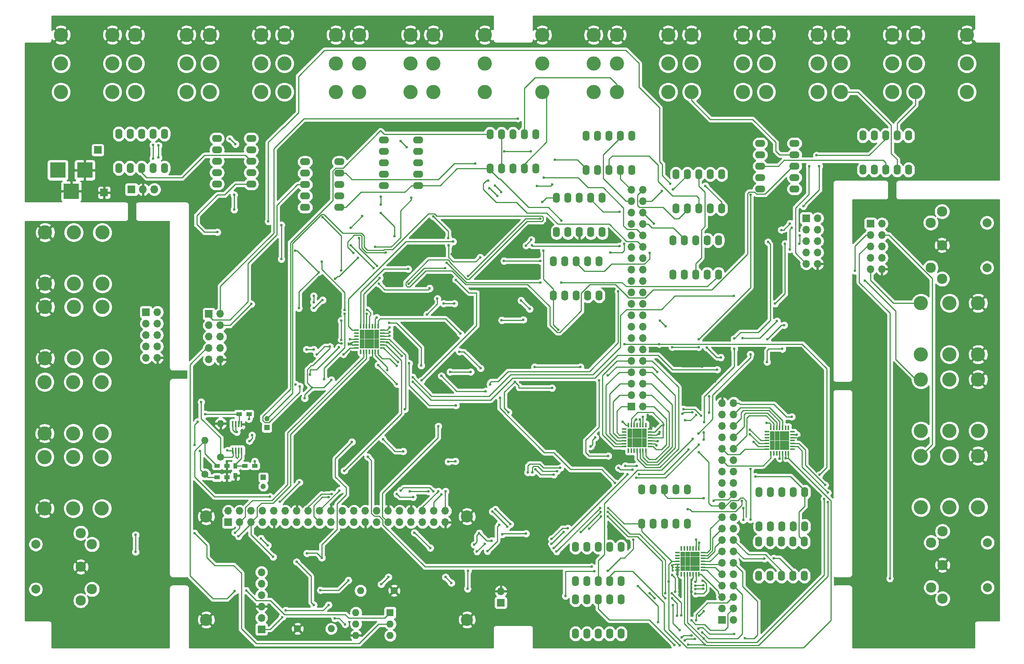
<source format=gbl>
G04 #@! TF.GenerationSoftware,KiCad,Pcbnew,(5.1.2)-2*
G04 #@! TF.CreationDate,2019-08-05T18:25:16-04:00*
G04 #@! TF.ProjectId,LooperPCB,4c6f6f70-6572-4504-9342-2e6b69636164,rev?*
G04 #@! TF.SameCoordinates,Original*
G04 #@! TF.FileFunction,Copper,L2,Bot*
G04 #@! TF.FilePolarity,Positive*
%FSLAX46Y46*%
G04 Gerber Fmt 4.6, Leading zero omitted, Abs format (unit mm)*
G04 Created by KiCad (PCBNEW (5.1.2)-2) date 2019-08-05 18:25:16*
%MOMM*%
%LPD*%
G04 APERTURE LIST*
%ADD10R,1.700000X1.700000*%
%ADD11C,0.600000*%
%ADD12C,2.700000*%
%ADD13C,1.600000*%
%ADD14O,1.600000X1.600000*%
%ADD15R,1.200000X1.200000*%
%ADD16C,1.200000*%
%ADD17R,3.500000X3.500000*%
%ADD18O,1.700000X1.700000*%
%ADD19O,1.600000X2.300000*%
%ADD20O,2.300000X1.600000*%
%ADD21R,1.800000X1.800000*%
%ADD22O,1.800000X1.800000*%
%ADD23R,1.000000X0.370000*%
%ADD24R,0.370000X1.000000*%
%ADD25R,1.062500X1.062500*%
%ADD26C,2.300000*%
%ADD27C,2.000000*%
%ADD28C,3.175000*%
%ADD29R,1.600000X1.600000*%
%ADD30R,0.900000X1.200000*%
%ADD31R,1.200000X0.900000*%
%ADD32R,0.450000X1.450000*%
%ADD33C,0.250000*%
%ADD34C,0.254000*%
G04 APERTURE END LIST*
D10*
X55800000Y-53800000D03*
D11*
X132200000Y-93700000D03*
X131200000Y-93700000D03*
X130200000Y-93700000D03*
X129200000Y-93700000D03*
X132200000Y-92700000D03*
X131200000Y-92700000D03*
X130200000Y-92700000D03*
X100800000Y-121900000D03*
X104800000Y-124900000D03*
X103800000Y-124900000D03*
X102800000Y-124900000D03*
X101800000Y-124900000D03*
X100800000Y-124900000D03*
X104800000Y-123900000D03*
X103800000Y-123900000D03*
X102800000Y-123900000D03*
X101800000Y-123900000D03*
X100800000Y-123900000D03*
X104800000Y-122900000D03*
X103800000Y-122900000D03*
X102800000Y-122900000D03*
X101800000Y-122900000D03*
X100800000Y-122900000D03*
X104800000Y-121900000D03*
X103800000Y-121900000D03*
X102800000Y-121900000D03*
X101800000Y-121900000D03*
X134400000Y-162300000D03*
X133400000Y-162300000D03*
X132400000Y-162300000D03*
X131400000Y-162300000D03*
X130400000Y-162300000D03*
X129400000Y-162300000D03*
X128400000Y-162300000D03*
X127400000Y-162300000D03*
X126400000Y-162300000D03*
X125400000Y-162300000D03*
X124400000Y-162300000D03*
X134400000Y-161300000D03*
X133400000Y-161300000D03*
X132400000Y-161300000D03*
X131400000Y-161300000D03*
X130400000Y-161300000D03*
X129400000Y-161300000D03*
X128400000Y-161300000D03*
X127400000Y-161300000D03*
X126400000Y-161300000D03*
X125400000Y-161300000D03*
X124400000Y-161300000D03*
X134400000Y-160300000D03*
X133400000Y-160300000D03*
X132400000Y-160300000D03*
X131400000Y-160300000D03*
X130400000Y-160300000D03*
X129400000Y-160300000D03*
X128400000Y-160300000D03*
X127400000Y-160300000D03*
X126400000Y-160300000D03*
X125400000Y-160300000D03*
X124400000Y-160300000D03*
X134400000Y-159300000D03*
X133400000Y-159300000D03*
X132400000Y-159300000D03*
X131400000Y-159300000D03*
X130400000Y-159300000D03*
X129400000Y-159300000D03*
X128400000Y-159300000D03*
X127400000Y-159300000D03*
X126400000Y-159300000D03*
X125400000Y-159300000D03*
X124400000Y-159300000D03*
X134400000Y-158300000D03*
X133400000Y-158300000D03*
X132400000Y-158300000D03*
X131400000Y-158300000D03*
X130400000Y-158300000D03*
X129400000Y-158300000D03*
X128400000Y-158300000D03*
X127400000Y-158300000D03*
X126400000Y-158300000D03*
X125400000Y-158300000D03*
X124400000Y-158300000D03*
X134400000Y-157300000D03*
X133400000Y-157300000D03*
X132400000Y-157300000D03*
X131400000Y-157300000D03*
X130400000Y-157300000D03*
X129400000Y-157300000D03*
X128400000Y-157300000D03*
X127400000Y-157300000D03*
X126400000Y-157300000D03*
X125400000Y-157300000D03*
X124400000Y-157300000D03*
X134400000Y-156300000D03*
X133400000Y-156300000D03*
X132400000Y-156300000D03*
X131400000Y-156300000D03*
X130400000Y-156300000D03*
X129400000Y-156300000D03*
X128400000Y-156300000D03*
X127400000Y-156300000D03*
X126400000Y-156300000D03*
X125400000Y-156300000D03*
X124400000Y-156300000D03*
X134400000Y-155300000D03*
X133400000Y-155300000D03*
X132400000Y-155300000D03*
X131400000Y-155300000D03*
X130400000Y-155300000D03*
X129400000Y-155300000D03*
X128400000Y-155300000D03*
X127400000Y-155300000D03*
X126400000Y-155300000D03*
X125400000Y-155300000D03*
X124400000Y-155300000D03*
X134400000Y-154300000D03*
X133400000Y-154300000D03*
X132400000Y-154300000D03*
X131400000Y-154300000D03*
X130400000Y-154300000D03*
X129400000Y-154300000D03*
X128400000Y-154300000D03*
X127400000Y-154300000D03*
X126400000Y-154300000D03*
X125400000Y-154300000D03*
X124400000Y-154300000D03*
X134400000Y-153300000D03*
X133400000Y-153300000D03*
X132400000Y-153300000D03*
X131400000Y-153300000D03*
X130400000Y-153300000D03*
X129400000Y-153300000D03*
X128400000Y-153300000D03*
X127400000Y-153300000D03*
X126400000Y-153300000D03*
X125400000Y-153300000D03*
X255000000Y-58900000D03*
X254000000Y-58900000D03*
X253000000Y-58900000D03*
X252000000Y-58900000D03*
X251000000Y-58900000D03*
X250000000Y-58900000D03*
X249000000Y-58900000D03*
X248000000Y-58900000D03*
X247000000Y-58900000D03*
X246000000Y-58900000D03*
X245000000Y-58900000D03*
X244000000Y-58900000D03*
X243000000Y-58900000D03*
X242000000Y-58900000D03*
X241000000Y-58900000D03*
X240000000Y-58900000D03*
X255000000Y-57900000D03*
X254000000Y-57900000D03*
X253000000Y-57900000D03*
X252000000Y-57900000D03*
X251000000Y-57900000D03*
X250000000Y-57900000D03*
X249000000Y-57900000D03*
X248000000Y-57900000D03*
X247000000Y-57900000D03*
X246000000Y-57900000D03*
X245000000Y-57900000D03*
X244000000Y-57900000D03*
X243000000Y-57900000D03*
X242000000Y-57900000D03*
X241000000Y-57900000D03*
X240000000Y-57900000D03*
X255000000Y-56900000D03*
X254000000Y-56900000D03*
X253000000Y-56900000D03*
X252000000Y-56900000D03*
X251000000Y-56900000D03*
X250000000Y-56900000D03*
X249000000Y-56900000D03*
X248000000Y-56900000D03*
X247000000Y-56900000D03*
X246000000Y-56900000D03*
X245000000Y-56900000D03*
X244000000Y-56900000D03*
X243000000Y-56900000D03*
X242000000Y-56900000D03*
X241000000Y-56900000D03*
X240000000Y-56900000D03*
X255000000Y-55900000D03*
X254000000Y-55900000D03*
X253000000Y-55900000D03*
X252000000Y-55900000D03*
X251000000Y-55900000D03*
X250000000Y-55900000D03*
X249000000Y-55900000D03*
X248000000Y-55900000D03*
X247000000Y-55900000D03*
X246000000Y-55900000D03*
X245000000Y-55900000D03*
X244000000Y-55900000D03*
X243000000Y-55900000D03*
X242000000Y-55900000D03*
X241000000Y-55900000D03*
X240000000Y-55900000D03*
X255000000Y-54900000D03*
X254000000Y-54900000D03*
X253000000Y-54900000D03*
X252000000Y-54900000D03*
X251000000Y-54900000D03*
X250000000Y-54900000D03*
X249000000Y-54900000D03*
X248000000Y-54900000D03*
X247000000Y-54900000D03*
X246000000Y-54900000D03*
X245000000Y-54900000D03*
X244000000Y-54900000D03*
X243000000Y-54900000D03*
X242000000Y-54900000D03*
X241000000Y-54900000D03*
X240000000Y-54900000D03*
X255000000Y-53900000D03*
X254000000Y-53900000D03*
X253000000Y-53900000D03*
X252000000Y-53900000D03*
X251000000Y-53900000D03*
X250000000Y-53900000D03*
X249000000Y-53900000D03*
X248000000Y-53900000D03*
X247000000Y-53900000D03*
X246000000Y-53900000D03*
X245000000Y-53900000D03*
X244000000Y-53900000D03*
X243000000Y-53900000D03*
X242000000Y-53900000D03*
X241000000Y-53900000D03*
X240000000Y-53900000D03*
X255000000Y-52900000D03*
X254000000Y-52900000D03*
X253000000Y-52900000D03*
X252000000Y-52900000D03*
X251000000Y-52900000D03*
X250000000Y-52900000D03*
X249000000Y-52900000D03*
X248000000Y-52900000D03*
X247000000Y-52900000D03*
X246000000Y-52900000D03*
X245000000Y-52900000D03*
X244000000Y-52900000D03*
X243000000Y-52900000D03*
X242000000Y-52900000D03*
X241000000Y-52900000D03*
X240000000Y-52900000D03*
X255000000Y-51900000D03*
X254000000Y-51900000D03*
X253000000Y-51900000D03*
X252000000Y-51900000D03*
X251000000Y-51900000D03*
X250000000Y-51900000D03*
X249000000Y-51900000D03*
X248000000Y-51900000D03*
X247000000Y-51900000D03*
X246000000Y-51900000D03*
X245000000Y-51900000D03*
X244000000Y-51900000D03*
X243000000Y-51900000D03*
X242000000Y-51900000D03*
X241000000Y-51900000D03*
X240000000Y-51900000D03*
X255000000Y-50900000D03*
X254000000Y-50900000D03*
X253000000Y-50900000D03*
X252000000Y-50900000D03*
X251000000Y-50900000D03*
X250000000Y-50900000D03*
X249000000Y-50900000D03*
X248000000Y-50900000D03*
X247000000Y-50900000D03*
X246000000Y-50900000D03*
X245000000Y-50900000D03*
X244000000Y-50900000D03*
X243000000Y-50900000D03*
X242000000Y-50900000D03*
X241000000Y-50900000D03*
X240000000Y-50900000D03*
X255000000Y-49900000D03*
X254000000Y-49900000D03*
X253000000Y-49900000D03*
X252000000Y-49900000D03*
X251000000Y-49900000D03*
X250000000Y-49900000D03*
X249000000Y-49900000D03*
X248000000Y-49900000D03*
X247000000Y-49900000D03*
X246000000Y-49900000D03*
X245000000Y-49900000D03*
X244000000Y-49900000D03*
X243000000Y-49900000D03*
X242000000Y-49900000D03*
X241000000Y-49900000D03*
X240000000Y-49900000D03*
X255000000Y-48900000D03*
X254000000Y-48900000D03*
X253000000Y-48900000D03*
X252000000Y-48900000D03*
X251000000Y-48900000D03*
X250000000Y-48900000D03*
X249000000Y-48900000D03*
X248000000Y-48900000D03*
X247000000Y-48900000D03*
X246000000Y-48900000D03*
X245000000Y-48900000D03*
X244000000Y-48900000D03*
X243000000Y-48900000D03*
X242000000Y-48900000D03*
X241000000Y-48900000D03*
X240000000Y-48900000D03*
X255000000Y-47900000D03*
X254000000Y-47900000D03*
X253000000Y-47900000D03*
X252000000Y-47900000D03*
X251000000Y-47900000D03*
X250000000Y-47900000D03*
X249000000Y-47900000D03*
X248000000Y-47900000D03*
X247000000Y-47900000D03*
X246000000Y-47900000D03*
X245000000Y-47900000D03*
X244000000Y-47900000D03*
X243000000Y-47900000D03*
X242000000Y-47900000D03*
X241000000Y-47900000D03*
X240000000Y-47900000D03*
X255000000Y-46900000D03*
X254000000Y-46900000D03*
X253000000Y-46900000D03*
X252000000Y-46900000D03*
X251000000Y-46900000D03*
X250000000Y-46900000D03*
X249000000Y-46900000D03*
X248000000Y-46900000D03*
X247000000Y-46900000D03*
X246000000Y-46900000D03*
X245000000Y-46900000D03*
X244000000Y-46900000D03*
X243000000Y-46900000D03*
X242000000Y-46900000D03*
X241000000Y-46900000D03*
X240000000Y-46900000D03*
X199900000Y-56100000D03*
X198900000Y-56100000D03*
X197900000Y-56100000D03*
X196900000Y-56100000D03*
X195900000Y-56100000D03*
X194900000Y-56100000D03*
X193900000Y-56100000D03*
X192900000Y-56100000D03*
X191900000Y-56100000D03*
X190900000Y-56100000D03*
X189900000Y-56100000D03*
X188900000Y-56100000D03*
X187900000Y-56100000D03*
X186900000Y-56100000D03*
X185900000Y-56100000D03*
X184900000Y-56100000D03*
X183900000Y-56100000D03*
X182900000Y-56100000D03*
X181900000Y-56100000D03*
X199900000Y-55100000D03*
X198900000Y-55100000D03*
X197900000Y-55100000D03*
X196900000Y-55100000D03*
X195900000Y-55100000D03*
X194900000Y-55100000D03*
X193900000Y-55100000D03*
X192900000Y-55100000D03*
X191900000Y-55100000D03*
X190900000Y-55100000D03*
X189900000Y-55100000D03*
X188900000Y-55100000D03*
X187900000Y-55100000D03*
X186900000Y-55100000D03*
X185900000Y-55100000D03*
X184900000Y-55100000D03*
X183900000Y-55100000D03*
X182900000Y-55100000D03*
X181900000Y-55100000D03*
X199900000Y-54100000D03*
X198900000Y-54100000D03*
X197900000Y-54100000D03*
X196900000Y-54100000D03*
X195900000Y-54100000D03*
X194900000Y-54100000D03*
X193900000Y-54100000D03*
X192900000Y-54100000D03*
X191900000Y-54100000D03*
X190900000Y-54100000D03*
X189900000Y-54100000D03*
X188900000Y-54100000D03*
X187900000Y-54100000D03*
X186900000Y-54100000D03*
X185900000Y-54100000D03*
X184900000Y-54100000D03*
X183900000Y-54100000D03*
X182900000Y-54100000D03*
X181900000Y-54100000D03*
X199900000Y-53100000D03*
X198900000Y-53100000D03*
X197900000Y-53100000D03*
X196900000Y-53100000D03*
X195900000Y-53100000D03*
X194900000Y-53100000D03*
X193900000Y-53100000D03*
X192900000Y-53100000D03*
X191900000Y-53100000D03*
X190900000Y-53100000D03*
X189900000Y-53100000D03*
X188900000Y-53100000D03*
X187900000Y-53100000D03*
X186900000Y-53100000D03*
X185900000Y-53100000D03*
X184900000Y-53100000D03*
X183900000Y-53100000D03*
X182900000Y-53100000D03*
X181900000Y-53100000D03*
X199900000Y-52100000D03*
X198900000Y-52100000D03*
X197900000Y-52100000D03*
X196900000Y-52100000D03*
X195900000Y-52100000D03*
X194900000Y-52100000D03*
X193900000Y-52100000D03*
X192900000Y-52100000D03*
X191900000Y-52100000D03*
X190900000Y-52100000D03*
X189900000Y-52100000D03*
X188900000Y-52100000D03*
X187900000Y-52100000D03*
X186900000Y-52100000D03*
X185900000Y-52100000D03*
X184900000Y-52100000D03*
X183900000Y-52100000D03*
X182900000Y-52100000D03*
X181900000Y-52100000D03*
X199900000Y-51100000D03*
X198900000Y-51100000D03*
X197900000Y-51100000D03*
X196900000Y-51100000D03*
X195900000Y-51100000D03*
X194900000Y-51100000D03*
X193900000Y-51100000D03*
X192900000Y-51100000D03*
X191900000Y-51100000D03*
X190900000Y-51100000D03*
X189900000Y-51100000D03*
X188900000Y-51100000D03*
X187900000Y-51100000D03*
X186900000Y-51100000D03*
X185900000Y-51100000D03*
X184900000Y-51100000D03*
X183900000Y-51100000D03*
X182900000Y-51100000D03*
X181900000Y-51100000D03*
X199900000Y-50100000D03*
X198900000Y-50100000D03*
X197900000Y-50100000D03*
X196900000Y-50100000D03*
X195900000Y-50100000D03*
X194900000Y-50100000D03*
X193900000Y-50100000D03*
X192900000Y-50100000D03*
X191900000Y-50100000D03*
X190900000Y-50100000D03*
X189900000Y-50100000D03*
X188900000Y-50100000D03*
X187900000Y-50100000D03*
X186900000Y-50100000D03*
X185900000Y-50100000D03*
X184900000Y-50100000D03*
X183900000Y-50100000D03*
X182900000Y-50100000D03*
X181900000Y-50100000D03*
X199900000Y-49100000D03*
X198900000Y-49100000D03*
X197900000Y-49100000D03*
X196900000Y-49100000D03*
X195900000Y-49100000D03*
X194900000Y-49100000D03*
X193900000Y-49100000D03*
X192900000Y-49100000D03*
X191900000Y-49100000D03*
X190900000Y-49100000D03*
X189900000Y-49100000D03*
X188900000Y-49100000D03*
X187900000Y-49100000D03*
X186900000Y-49100000D03*
X185900000Y-49100000D03*
X184900000Y-49100000D03*
X183900000Y-49100000D03*
X182900000Y-49100000D03*
X236800000Y-163300000D03*
X235800000Y-163300000D03*
X234800000Y-163300000D03*
X233800000Y-163300000D03*
X232800000Y-163300000D03*
X231800000Y-163300000D03*
X230800000Y-163300000D03*
X229800000Y-163300000D03*
X236800000Y-162300000D03*
X235800000Y-162300000D03*
X234800000Y-162300000D03*
X233800000Y-162300000D03*
X232800000Y-162300000D03*
X231800000Y-162300000D03*
X230800000Y-162300000D03*
X229800000Y-162300000D03*
X236800000Y-161300000D03*
X235800000Y-161300000D03*
X234800000Y-161300000D03*
X233800000Y-161300000D03*
X232800000Y-161300000D03*
X231800000Y-161300000D03*
X230800000Y-161300000D03*
X229800000Y-161300000D03*
X236800000Y-160300000D03*
X235800000Y-160300000D03*
X234800000Y-160300000D03*
X233800000Y-160300000D03*
X232800000Y-160300000D03*
X231800000Y-160300000D03*
X230800000Y-160300000D03*
X229800000Y-160300000D03*
X236800000Y-159300000D03*
X235800000Y-159300000D03*
X234800000Y-159300000D03*
X233800000Y-159300000D03*
X232800000Y-159300000D03*
X231800000Y-159300000D03*
X230800000Y-159300000D03*
X229800000Y-159300000D03*
X236800000Y-158300000D03*
X235800000Y-158300000D03*
X234800000Y-158300000D03*
X233800000Y-158300000D03*
X232800000Y-158300000D03*
X231800000Y-158300000D03*
X230800000Y-158300000D03*
X229800000Y-158300000D03*
X236800000Y-157300000D03*
X235800000Y-157300000D03*
X234800000Y-157300000D03*
X233800000Y-157300000D03*
X232800000Y-157300000D03*
X231800000Y-157300000D03*
X230800000Y-157300000D03*
X229800000Y-157300000D03*
X236800000Y-156300000D03*
X235800000Y-156300000D03*
X234800000Y-156300000D03*
X233800000Y-156300000D03*
X232800000Y-156300000D03*
X231800000Y-156300000D03*
X230800000Y-156300000D03*
X229800000Y-156300000D03*
X236800000Y-155300000D03*
X235800000Y-155300000D03*
X234800000Y-155300000D03*
X233800000Y-155300000D03*
X232800000Y-155300000D03*
X231800000Y-155300000D03*
X230800000Y-155300000D03*
X229800000Y-155300000D03*
X236800000Y-154300000D03*
X235800000Y-154300000D03*
X234800000Y-154300000D03*
X233800000Y-154300000D03*
X232800000Y-154300000D03*
X231800000Y-154300000D03*
X230800000Y-154300000D03*
X228800000Y-163300000D03*
X227800000Y-163300000D03*
X226800000Y-163300000D03*
X225800000Y-163300000D03*
X228800000Y-162300000D03*
X227800000Y-162300000D03*
X226800000Y-162300000D03*
X225800000Y-162300000D03*
X228800000Y-161300000D03*
X227800000Y-161300000D03*
X226800000Y-161300000D03*
X228800000Y-160300000D03*
X227800000Y-160300000D03*
X226800000Y-160300000D03*
X225800000Y-160300000D03*
X228800000Y-159300000D03*
X227800000Y-159300000D03*
X226800000Y-159300000D03*
X225800000Y-159300000D03*
X228800000Y-158300000D03*
X227800000Y-158300000D03*
X226800000Y-158300000D03*
X225800000Y-158300000D03*
X228800000Y-157300000D03*
X227800000Y-157300000D03*
X226800000Y-157300000D03*
X225800000Y-157300000D03*
X228800000Y-156300000D03*
X227800000Y-156300000D03*
X226800000Y-156300000D03*
X225800000Y-156300000D03*
X228800000Y-155300000D03*
X227800000Y-155300000D03*
X226800000Y-155300000D03*
X225800000Y-155300000D03*
X227800000Y-154300000D03*
X226800000Y-154300000D03*
X225800000Y-154300000D03*
X228800000Y-153300000D03*
X227800000Y-153300000D03*
X226800000Y-153300000D03*
X225800000Y-153300000D03*
X228800000Y-152300000D03*
X227800000Y-152300000D03*
X226800000Y-152300000D03*
X225800000Y-152300000D03*
X228800000Y-151300000D03*
X227800000Y-151300000D03*
X226800000Y-151300000D03*
X225800000Y-151300000D03*
X228800000Y-150300000D03*
X227800000Y-150300000D03*
X226800000Y-150300000D03*
X225800000Y-150300000D03*
X228800000Y-149300000D03*
X227800000Y-149300000D03*
X226800000Y-149300000D03*
X225800000Y-149300000D03*
X228800000Y-148300000D03*
X227800000Y-148300000D03*
X226800000Y-148300000D03*
X225800000Y-148300000D03*
X228800000Y-147300000D03*
X227800000Y-147300000D03*
X226800000Y-147300000D03*
X225800000Y-147300000D03*
X228800000Y-146300000D03*
X227800000Y-146300000D03*
X226800000Y-146300000D03*
X225800000Y-146300000D03*
X228800000Y-145300000D03*
X227800000Y-145300000D03*
X226800000Y-145300000D03*
X225800000Y-145300000D03*
X228800000Y-144300000D03*
X227800000Y-144300000D03*
X226800000Y-144300000D03*
X225800000Y-144300000D03*
X228800000Y-143300000D03*
X227800000Y-143300000D03*
X226800000Y-143300000D03*
X225800000Y-143300000D03*
X228800000Y-142300000D03*
X227800000Y-142300000D03*
X226800000Y-142300000D03*
X225800000Y-142300000D03*
X228800000Y-141300000D03*
X227800000Y-141300000D03*
X226800000Y-141300000D03*
X225800000Y-141300000D03*
X228800000Y-140300000D03*
X227800000Y-140300000D03*
X226800000Y-140300000D03*
X225800000Y-140300000D03*
X228800000Y-139300000D03*
X227800000Y-139300000D03*
X226800000Y-139300000D03*
X225800000Y-139300000D03*
X228800000Y-138300000D03*
X227800000Y-138300000D03*
X226800000Y-138300000D03*
X225800000Y-138300000D03*
X228800000Y-137300000D03*
X227800000Y-137300000D03*
X226800000Y-137300000D03*
X225800000Y-137300000D03*
X228800000Y-136300000D03*
X227800000Y-136300000D03*
X226800000Y-136300000D03*
X225800000Y-136300000D03*
X228800000Y-135300000D03*
X227800000Y-135300000D03*
X226800000Y-135300000D03*
X225800000Y-135300000D03*
X228800000Y-134300000D03*
X227800000Y-134300000D03*
X226800000Y-134300000D03*
X225800000Y-134300000D03*
X228800000Y-133300000D03*
X227800000Y-133300000D03*
X226800000Y-133300000D03*
X225800000Y-133300000D03*
X228800000Y-132300000D03*
X227800000Y-132300000D03*
X226800000Y-132300000D03*
X225800000Y-132300000D03*
X228800000Y-131300000D03*
X227800000Y-131300000D03*
X226800000Y-131300000D03*
X225800000Y-131300000D03*
X228800000Y-130300000D03*
X227800000Y-130300000D03*
X226800000Y-130300000D03*
X225800000Y-130300000D03*
X228800000Y-129300000D03*
X227800000Y-129300000D03*
X226800000Y-129300000D03*
X225800000Y-129300000D03*
X228800000Y-128300000D03*
X227800000Y-128300000D03*
X226800000Y-128300000D03*
X225800000Y-128300000D03*
X228800000Y-127300000D03*
X227800000Y-127300000D03*
X226800000Y-127300000D03*
X225800000Y-127300000D03*
X228800000Y-126300000D03*
X227800000Y-126300000D03*
X226800000Y-126300000D03*
X225800000Y-126300000D03*
X228800000Y-125300000D03*
X227800000Y-125300000D03*
X226800000Y-125300000D03*
X225800000Y-125300000D03*
X228800000Y-124300000D03*
X227800000Y-124300000D03*
X226800000Y-124300000D03*
X225800000Y-124300000D03*
X228800000Y-123300000D03*
X227800000Y-123300000D03*
X226800000Y-123300000D03*
X225800000Y-123300000D03*
X228800000Y-122300000D03*
X227800000Y-122300000D03*
X226800000Y-122300000D03*
X225800000Y-122300000D03*
X228800000Y-121300000D03*
X227800000Y-121300000D03*
X226800000Y-121300000D03*
X70100000Y-80500000D03*
X69100000Y-80500000D03*
X68100000Y-80500000D03*
X67100000Y-80500000D03*
X66100000Y-80500000D03*
X65100000Y-80500000D03*
X64100000Y-80500000D03*
X63100000Y-80500000D03*
X62100000Y-80500000D03*
X61100000Y-80500000D03*
X70100000Y-79500000D03*
X69100000Y-79500000D03*
X68100000Y-79500000D03*
X67100000Y-79500000D03*
X66100000Y-79500000D03*
X65100000Y-79500000D03*
X64100000Y-79500000D03*
X63100000Y-79500000D03*
X62100000Y-79500000D03*
X61100000Y-79500000D03*
X70100000Y-78500000D03*
X69100000Y-78500000D03*
X68100000Y-78500000D03*
X67100000Y-78500000D03*
X66100000Y-78500000D03*
X65100000Y-78500000D03*
X64100000Y-78500000D03*
X63100000Y-78500000D03*
X62100000Y-78500000D03*
X61100000Y-78500000D03*
X70100000Y-77500000D03*
X69100000Y-77500000D03*
X68100000Y-77500000D03*
X67100000Y-77500000D03*
X66100000Y-77500000D03*
X65100000Y-77500000D03*
X64100000Y-77500000D03*
X63100000Y-77500000D03*
X62100000Y-77500000D03*
X61100000Y-77500000D03*
X70100000Y-76500000D03*
X69100000Y-76500000D03*
X68100000Y-76500000D03*
X67100000Y-76500000D03*
X66100000Y-76500000D03*
X65100000Y-76500000D03*
X64100000Y-76500000D03*
X63100000Y-76500000D03*
X62100000Y-76500000D03*
X61100000Y-76500000D03*
X70100000Y-75500000D03*
X69100000Y-75500000D03*
X68100000Y-75500000D03*
X67100000Y-75500000D03*
X66100000Y-75500000D03*
X65100000Y-75500000D03*
X64100000Y-75500000D03*
X63100000Y-75500000D03*
X62100000Y-75500000D03*
X61100000Y-75500000D03*
X70100000Y-74500000D03*
X69100000Y-74500000D03*
X68100000Y-74500000D03*
X67100000Y-74500000D03*
X66100000Y-74500000D03*
X65100000Y-74500000D03*
X64100000Y-74500000D03*
X63100000Y-74500000D03*
X62100000Y-74500000D03*
X61100000Y-74500000D03*
X70100000Y-73500000D03*
X69100000Y-73500000D03*
X68100000Y-73500000D03*
X67100000Y-73500000D03*
X66100000Y-73500000D03*
X65100000Y-73500000D03*
X64100000Y-73500000D03*
X63100000Y-73500000D03*
X62100000Y-73500000D03*
X61100000Y-73500000D03*
X70100000Y-72500000D03*
X69100000Y-72500000D03*
X68100000Y-72500000D03*
X67100000Y-72500000D03*
X66100000Y-72500000D03*
X65100000Y-72500000D03*
X64100000Y-72500000D03*
X63100000Y-72500000D03*
X62100000Y-72500000D03*
X61100000Y-72500000D03*
X70100000Y-71500000D03*
X69100000Y-71500000D03*
X68100000Y-71500000D03*
X67100000Y-71500000D03*
X66100000Y-71500000D03*
X65100000Y-71500000D03*
X64100000Y-71500000D03*
X63100000Y-71500000D03*
X62100000Y-71500000D03*
X229800000Y-115300000D03*
X228800000Y-115300000D03*
X227800000Y-115300000D03*
X226800000Y-115300000D03*
X225800000Y-115300000D03*
X229800000Y-114300000D03*
X228800000Y-114300000D03*
X227800000Y-114300000D03*
X226800000Y-114300000D03*
X225800000Y-114300000D03*
X229800000Y-113300000D03*
X228800000Y-113300000D03*
X227800000Y-113300000D03*
X226800000Y-113300000D03*
X225800000Y-113300000D03*
X229800000Y-112300000D03*
X228800000Y-112300000D03*
X227800000Y-112300000D03*
X226800000Y-112300000D03*
X225800000Y-112300000D03*
X229800000Y-111300000D03*
X228800000Y-111300000D03*
X227800000Y-111300000D03*
X226800000Y-111300000D03*
X225800000Y-111300000D03*
X229800000Y-110300000D03*
X228800000Y-110300000D03*
X227800000Y-110300000D03*
X226800000Y-110300000D03*
X225800000Y-110300000D03*
X229800000Y-109300000D03*
X228800000Y-109300000D03*
X227800000Y-109300000D03*
X226800000Y-109300000D03*
X225800000Y-109300000D03*
X229800000Y-108300000D03*
X228800000Y-108300000D03*
X227800000Y-108300000D03*
X226800000Y-108300000D03*
X225800000Y-108300000D03*
X229800000Y-107300000D03*
X228800000Y-107300000D03*
X227800000Y-107300000D03*
X226800000Y-107300000D03*
X225800000Y-107300000D03*
X229800000Y-106300000D03*
X228800000Y-106300000D03*
X227800000Y-106300000D03*
X226800000Y-106300000D03*
X225800000Y-106300000D03*
X229800000Y-105300000D03*
X228800000Y-105300000D03*
X227800000Y-105300000D03*
X226800000Y-105300000D03*
X225800000Y-105300000D03*
X229800000Y-104300000D03*
X228800000Y-104300000D03*
X227800000Y-104300000D03*
X226800000Y-104300000D03*
X225800000Y-104300000D03*
X229800000Y-103300000D03*
X228800000Y-103300000D03*
X227800000Y-103300000D03*
X226800000Y-103300000D03*
X225800000Y-103300000D03*
X229800000Y-102300000D03*
X228800000Y-102300000D03*
X227800000Y-102300000D03*
X226800000Y-102300000D03*
X225800000Y-102300000D03*
X229800000Y-101300000D03*
X228800000Y-101300000D03*
X227800000Y-101300000D03*
X226800000Y-101300000D03*
X225800000Y-101300000D03*
X229800000Y-100300000D03*
X228800000Y-100300000D03*
X227800000Y-100300000D03*
X226800000Y-100300000D03*
X225800000Y-100300000D03*
X229800000Y-99300000D03*
X228800000Y-99300000D03*
X227800000Y-99300000D03*
X226800000Y-99300000D03*
X225800000Y-99300000D03*
X229800000Y-98300000D03*
X228800000Y-98300000D03*
X227800000Y-98300000D03*
X226800000Y-98300000D03*
X225800000Y-98300000D03*
X229800000Y-97300000D03*
X228800000Y-97300000D03*
X227800000Y-97300000D03*
X226800000Y-97300000D03*
X225800000Y-97300000D03*
X229800000Y-96300000D03*
X228800000Y-96300000D03*
X227800000Y-96300000D03*
X226800000Y-96300000D03*
X225800000Y-96300000D03*
X229800000Y-95300000D03*
X228800000Y-95300000D03*
X227800000Y-95300000D03*
X226800000Y-95300000D03*
X225800000Y-95300000D03*
X229800000Y-94300000D03*
X228800000Y-94300000D03*
X227800000Y-94300000D03*
X226800000Y-94300000D03*
X225800000Y-94300000D03*
X229800000Y-93300000D03*
X228800000Y-93300000D03*
X227800000Y-93300000D03*
X226800000Y-93300000D03*
X225800000Y-93300000D03*
X229800000Y-92300000D03*
X228800000Y-92300000D03*
X227800000Y-92300000D03*
X226800000Y-92300000D03*
X225800000Y-92300000D03*
X229800000Y-91300000D03*
X228800000Y-91300000D03*
X227800000Y-91300000D03*
X226800000Y-91300000D03*
X225800000Y-91300000D03*
X229800000Y-90300000D03*
X228800000Y-90300000D03*
X227800000Y-90300000D03*
X226800000Y-90300000D03*
X225800000Y-90300000D03*
X228800000Y-89300000D03*
X227800000Y-89300000D03*
X226800000Y-89300000D03*
X225800000Y-89300000D03*
X227800000Y-88300000D03*
X226800000Y-88300000D03*
X225800000Y-88300000D03*
X226800000Y-87300000D03*
X229800000Y-120300000D03*
X228800000Y-120300000D03*
X227800000Y-120300000D03*
X226800000Y-120300000D03*
X225800000Y-161300000D03*
X229800000Y-119300000D03*
X228800000Y-119300000D03*
X227800000Y-119300000D03*
X226800000Y-119300000D03*
X225800000Y-119300000D03*
X229800000Y-118300000D03*
X228800000Y-118300000D03*
X227800000Y-118300000D03*
X226800000Y-118300000D03*
X225800000Y-118300000D03*
X229800000Y-117300000D03*
X228800000Y-117300000D03*
X227800000Y-117300000D03*
X226800000Y-117300000D03*
X225800000Y-117300000D03*
X229800000Y-116300000D03*
X228800000Y-116300000D03*
X227800000Y-116300000D03*
X226800000Y-116300000D03*
X61100000Y-71500000D03*
X99300000Y-154900000D03*
X104200000Y-159000000D03*
X105200000Y-159000000D03*
X104200000Y-160000000D03*
X105200000Y-160000000D03*
X86000000Y-163000000D03*
X85000000Y-163000000D03*
X84000000Y-163000000D03*
X83000000Y-163000000D03*
X86000000Y-162000000D03*
X85000000Y-162000000D03*
X84000000Y-162000000D03*
X83000000Y-162000000D03*
X86000000Y-161000000D03*
X85000000Y-161000000D03*
X84000000Y-161000000D03*
X83000000Y-161000000D03*
X62500000Y-155700000D03*
X63500000Y-155700000D03*
X64500000Y-155700000D03*
X65500000Y-155700000D03*
X66500000Y-155700000D03*
X66500000Y-156600000D03*
X65500000Y-156600000D03*
X64500000Y-156600000D03*
X63500000Y-156600000D03*
X62500000Y-156600000D03*
X62500000Y-157600000D03*
X63500000Y-157600000D03*
X64500000Y-157600000D03*
X65500000Y-157600000D03*
X66500000Y-157600000D03*
X62500000Y-158600000D03*
X63500000Y-158600000D03*
X64500000Y-158600000D03*
X65500000Y-158600000D03*
X66500000Y-158600000D03*
X62500000Y-159600000D03*
X63500000Y-159600000D03*
X64500000Y-159600000D03*
X65500000Y-159600000D03*
X66500000Y-159600000D03*
X62500000Y-160600000D03*
X63500000Y-160600000D03*
X64500000Y-160600000D03*
X65500000Y-160600000D03*
X66500000Y-160600000D03*
X91200000Y-90600000D03*
X92200000Y-90600000D03*
X93200000Y-90600000D03*
X94200000Y-90600000D03*
X95200000Y-90600000D03*
X91200000Y-91600000D03*
X92200000Y-91600000D03*
X93200000Y-91600000D03*
X94200000Y-91600000D03*
X95200000Y-91600000D03*
X91200000Y-92600000D03*
X92200000Y-92600000D03*
X93200000Y-92600000D03*
X94200000Y-92600000D03*
X95200000Y-92600000D03*
X91200000Y-93600000D03*
X92200000Y-93600000D03*
X93200000Y-93600000D03*
X94200000Y-93600000D03*
X95200000Y-93600000D03*
X91200000Y-94600000D03*
X92200000Y-94600000D03*
X93200000Y-94600000D03*
X94200000Y-94600000D03*
X95200000Y-94600000D03*
X91200000Y-95600000D03*
X92200000Y-95600000D03*
X93200000Y-95600000D03*
X94200000Y-95600000D03*
X95200000Y-95600000D03*
X91200000Y-96600000D03*
X92200000Y-96600000D03*
X93200000Y-96600000D03*
X94200000Y-96600000D03*
X95200000Y-96600000D03*
X91200000Y-97600000D03*
X92200000Y-97600000D03*
X93200000Y-97600000D03*
X94200000Y-97600000D03*
X95200000Y-97600000D03*
X142500000Y-125800000D03*
X143500000Y-125800000D03*
X144500000Y-125800000D03*
X145500000Y-125800000D03*
X142500000Y-126800000D03*
X143500000Y-126800000D03*
X144500000Y-126800000D03*
X145500000Y-126800000D03*
X142500000Y-127800000D03*
X143500000Y-127800000D03*
X144500000Y-127800000D03*
X145500000Y-127800000D03*
X166500000Y-128000000D03*
X167500000Y-128000000D03*
X168500000Y-128000000D03*
X169500000Y-128000000D03*
X166500000Y-129000000D03*
X167500000Y-129000000D03*
X168500000Y-129000000D03*
X169500000Y-129000000D03*
X159000000Y-135900000D03*
X160000000Y-135900000D03*
X161000000Y-135900000D03*
X162000000Y-135900000D03*
X156300000Y-128000000D03*
X157300000Y-128000000D03*
X158300000Y-128000000D03*
X156300000Y-129000000D03*
X157300000Y-129000000D03*
X158300000Y-129000000D03*
X148800000Y-135900000D03*
X149800000Y-135900000D03*
X150800000Y-135900000D03*
X157900000Y-135900000D03*
X156900000Y-135900000D03*
X155900000Y-135900000D03*
X154900000Y-135900000D03*
X153900000Y-135900000D03*
X152900000Y-135900000D03*
X151900000Y-135900000D03*
X165400000Y-129000000D03*
X164400000Y-129000000D03*
X163400000Y-129000000D03*
X162400000Y-129000000D03*
X161400000Y-129000000D03*
X160400000Y-129000000D03*
X159400000Y-129000000D03*
X165400000Y-128000000D03*
X164400000Y-128000000D03*
X163400000Y-128000000D03*
X162400000Y-128000000D03*
X161400000Y-128000000D03*
X160400000Y-128000000D03*
X159400000Y-128000000D03*
X141400000Y-127800000D03*
X140400000Y-127800000D03*
X139400000Y-127800000D03*
X138400000Y-127800000D03*
X137400000Y-127800000D03*
X136400000Y-127800000D03*
X135400000Y-127800000D03*
X141400000Y-126800000D03*
X140400000Y-126800000D03*
X139400000Y-126800000D03*
X138400000Y-126800000D03*
X137400000Y-126800000D03*
X136400000Y-126800000D03*
X135400000Y-126800000D03*
X141400000Y-125800000D03*
X140400000Y-125800000D03*
X139400000Y-125800000D03*
X138400000Y-125800000D03*
X137400000Y-125800000D03*
X136400000Y-125800000D03*
X107400000Y-143100000D03*
X108400000Y-143100000D03*
X109400000Y-143100000D03*
X110400000Y-143100000D03*
X111400000Y-143100000D03*
X112400000Y-143100000D03*
X113400000Y-143100000D03*
X114400000Y-143100000D03*
X115400000Y-143100000D03*
X107400000Y-144100000D03*
X108400000Y-144100000D03*
X109400000Y-144100000D03*
X110400000Y-144100000D03*
X111400000Y-144100000D03*
X112400000Y-144100000D03*
X113400000Y-144100000D03*
X114400000Y-144100000D03*
X115400000Y-144100000D03*
X107400000Y-145100000D03*
X108400000Y-145100000D03*
X109400000Y-145100000D03*
X110400000Y-145100000D03*
X111400000Y-145100000D03*
X112400000Y-145100000D03*
X113400000Y-145100000D03*
X114400000Y-145100000D03*
X115400000Y-145100000D03*
X213800000Y-116800000D03*
X212800000Y-116800000D03*
X213800000Y-115800000D03*
X212800000Y-115800000D03*
X213800000Y-114800000D03*
X212800000Y-114800000D03*
X213800000Y-113800000D03*
X212800000Y-113800000D03*
X213800000Y-112800000D03*
X212800000Y-112800000D03*
X213800000Y-111800000D03*
X212800000Y-111800000D03*
X213800000Y-110800000D03*
X212800000Y-110800000D03*
X214900000Y-110800000D03*
X214900000Y-111800000D03*
X214900000Y-112800000D03*
X214900000Y-113800000D03*
X214900000Y-114800000D03*
X214900000Y-115800000D03*
X214900000Y-116800000D03*
X214800000Y-109800000D03*
X214800000Y-108800000D03*
X214800000Y-107800000D03*
X214800000Y-106800000D03*
X214800000Y-105800000D03*
X214800000Y-104800000D03*
X214800000Y-103800000D03*
X196600000Y-107800000D03*
X195600000Y-107800000D03*
X196600000Y-106800000D03*
X199600000Y-105800000D03*
X199600000Y-106800000D03*
X199600000Y-107800000D03*
X204500000Y-108800000D03*
X203500000Y-108800000D03*
X202500000Y-108800000D03*
X201500000Y-108800000D03*
X200500000Y-108800000D03*
X204500000Y-107800000D03*
X203500000Y-107800000D03*
X202500000Y-107800000D03*
X201500000Y-107800000D03*
X200500000Y-107800000D03*
X204500000Y-106800000D03*
X203500000Y-106800000D03*
X202500000Y-106800000D03*
X201500000Y-106800000D03*
X200500000Y-106800000D03*
X204500000Y-105800000D03*
X203500000Y-105800000D03*
X202500000Y-105800000D03*
X201500000Y-105800000D03*
X200500000Y-105800000D03*
X210700000Y-99800000D03*
X210700000Y-100800000D03*
X211700000Y-100800000D03*
X210700000Y-101800000D03*
X211700000Y-101800000D03*
X212700000Y-101800000D03*
X205700000Y-102800000D03*
X210700000Y-102800000D03*
X211700000Y-102800000D03*
X212700000Y-102800000D03*
X213700000Y-102800000D03*
X205700000Y-103800000D03*
X210700000Y-103800000D03*
X211700000Y-103800000D03*
X212700000Y-103800000D03*
X213700000Y-103800000D03*
X205700000Y-104800000D03*
X210700000Y-104800000D03*
X211700000Y-104800000D03*
X212700000Y-104800000D03*
X213700000Y-104800000D03*
X205700000Y-105800000D03*
X210700000Y-105800000D03*
X211700000Y-105800000D03*
X212700000Y-105800000D03*
X213700000Y-105800000D03*
X205700000Y-106800000D03*
X210700000Y-106800000D03*
X211700000Y-106800000D03*
X212700000Y-106800000D03*
X213700000Y-106800000D03*
X205700000Y-107800000D03*
X210700000Y-107800000D03*
X211700000Y-107800000D03*
X212700000Y-107800000D03*
X213700000Y-107800000D03*
X205700000Y-108800000D03*
X210700000Y-108800000D03*
X211700000Y-108800000D03*
X212700000Y-108800000D03*
X213700000Y-108800000D03*
X210700000Y-109800000D03*
X211700000Y-109800000D03*
X212700000Y-109800000D03*
X213700000Y-109800000D03*
X159900000Y-116100000D03*
X159900000Y-117100000D03*
X158900000Y-116100000D03*
X158900000Y-117100000D03*
X158900000Y-118100000D03*
X157900000Y-116100000D03*
X157900000Y-117100000D03*
X157900000Y-118100000D03*
X157900000Y-119100000D03*
X168600000Y-123100000D03*
X167600000Y-123100000D03*
X166600000Y-123100000D03*
X165600000Y-123100000D03*
X164600000Y-123100000D03*
X163600000Y-123100000D03*
X162600000Y-123100000D03*
X161600000Y-123100000D03*
X160900000Y-116100000D03*
X165900000Y-115100000D03*
X164900000Y-115100000D03*
X163900000Y-115100000D03*
X162900000Y-115100000D03*
X161900000Y-115100000D03*
X160900000Y-115100000D03*
X159900000Y-115100000D03*
X158900000Y-115100000D03*
X157900000Y-115100000D03*
X165900000Y-114100000D03*
X164900000Y-114100000D03*
X163900000Y-114100000D03*
X162900000Y-114100000D03*
X161900000Y-114100000D03*
X160900000Y-114100000D03*
X159900000Y-114100000D03*
X158900000Y-114100000D03*
X157900000Y-114100000D03*
X165900000Y-113100000D03*
X164900000Y-113100000D03*
X163900000Y-113100000D03*
X162900000Y-113100000D03*
X161900000Y-113100000D03*
X160900000Y-113100000D03*
X159900000Y-113100000D03*
X158900000Y-113100000D03*
X157900000Y-113100000D03*
X165900000Y-112100000D03*
X164900000Y-112100000D03*
X163900000Y-112100000D03*
X162900000Y-112100000D03*
X161900000Y-112100000D03*
X160900000Y-112100000D03*
X159900000Y-112100000D03*
X158900000Y-112100000D03*
X157900000Y-112100000D03*
X165900000Y-111100000D03*
X164900000Y-111100000D03*
X163900000Y-111100000D03*
X162900000Y-111100000D03*
X161900000Y-111100000D03*
X160900000Y-111100000D03*
X159900000Y-111100000D03*
X158900000Y-111100000D03*
X157900000Y-111100000D03*
X165900000Y-110100000D03*
X164900000Y-110100000D03*
X163900000Y-110100000D03*
X162900000Y-110100000D03*
X161900000Y-110100000D03*
X160900000Y-110100000D03*
X159900000Y-110100000D03*
X158900000Y-110100000D03*
X157900000Y-110100000D03*
X165900000Y-109100000D03*
X164900000Y-109100000D03*
X163900000Y-109100000D03*
X162900000Y-109100000D03*
X161900000Y-109100000D03*
X160900000Y-109100000D03*
X159900000Y-109100000D03*
X158900000Y-109100000D03*
X157900000Y-109100000D03*
X165900000Y-108100000D03*
X164900000Y-108100000D03*
X163900000Y-108100000D03*
X162900000Y-108100000D03*
X161900000Y-108100000D03*
X160900000Y-108100000D03*
X159900000Y-108100000D03*
X158900000Y-108100000D03*
X129200000Y-92700000D03*
D12*
X79900000Y-158400000D03*
X137900000Y-158400000D03*
X137900000Y-135400000D03*
D13*
X121700000Y-151900000D03*
D14*
X114200000Y-151900000D03*
D13*
X100200000Y-160400000D03*
D14*
X107700000Y-160400000D03*
D15*
X93400000Y-115600000D03*
D16*
X93400000Y-113600000D03*
D13*
X83100000Y-122200000D03*
D14*
X83100000Y-114700000D03*
D15*
X92600000Y-126700000D03*
D16*
X92600000Y-128700000D03*
D13*
X79600000Y-126000000D03*
D14*
X79600000Y-118500000D03*
D17*
X52900000Y-58300000D03*
X46900000Y-58300000D03*
X49900000Y-63000000D03*
D10*
X194600000Y-158400000D03*
D18*
X197140000Y-158400000D03*
X194600000Y-155860000D03*
X197140000Y-155860000D03*
X194600000Y-153320000D03*
X197140000Y-153320000D03*
X194600000Y-150780000D03*
X197140000Y-150780000D03*
X194600000Y-148240000D03*
X197140000Y-148240000D03*
X194600000Y-145700000D03*
X197140000Y-145700000D03*
X194600000Y-143160000D03*
X197140000Y-143160000D03*
X194600000Y-140620000D03*
X197140000Y-140620000D03*
X194600000Y-138080000D03*
X197140000Y-138080000D03*
X194600000Y-135540000D03*
X197140000Y-135540000D03*
X194600000Y-133000000D03*
X197140000Y-133000000D03*
X194600000Y-130460000D03*
X197140000Y-130460000D03*
X194600000Y-127920000D03*
X197140000Y-127920000D03*
X194600000Y-125380000D03*
X197140000Y-125380000D03*
X194600000Y-122840000D03*
X197140000Y-122840000D03*
X194600000Y-120300000D03*
X197140000Y-120300000D03*
X194600000Y-117760000D03*
X197140000Y-117760000D03*
X194600000Y-115220000D03*
X197140000Y-115220000D03*
X194600000Y-112680000D03*
X197140000Y-112680000D03*
X194600000Y-110140000D03*
X197140000Y-110140000D03*
D10*
X174400000Y-110900000D03*
D18*
X176940000Y-110900000D03*
X174400000Y-108360000D03*
X176940000Y-108360000D03*
X174400000Y-105820000D03*
X176940000Y-105820000D03*
X174400000Y-103280000D03*
X176940000Y-103280000D03*
X174400000Y-100740000D03*
X176940000Y-100740000D03*
X174400000Y-98200000D03*
X176940000Y-98200000D03*
X174400000Y-95660000D03*
X176940000Y-95660000D03*
X174400000Y-93120000D03*
X176940000Y-93120000D03*
X174400000Y-90580000D03*
X176940000Y-90580000D03*
X174400000Y-88040000D03*
X176940000Y-88040000D03*
X174400000Y-85500000D03*
X176940000Y-85500000D03*
X174400000Y-82960000D03*
X176940000Y-82960000D03*
X174400000Y-80420000D03*
X176940000Y-80420000D03*
X174400000Y-77880000D03*
X176940000Y-77880000D03*
X174400000Y-75340000D03*
X176940000Y-75340000D03*
X174400000Y-72800000D03*
X176940000Y-72800000D03*
X174400000Y-70260000D03*
X176940000Y-70260000D03*
X174400000Y-67720000D03*
X176940000Y-67720000D03*
X174400000Y-65180000D03*
X176940000Y-65180000D03*
X174400000Y-62640000D03*
X176940000Y-62640000D03*
D10*
X84800000Y-136700000D03*
D18*
X84800000Y-134160000D03*
X87340000Y-136700000D03*
X87340000Y-134160000D03*
X89880000Y-136700000D03*
X89880000Y-134160000D03*
X92420000Y-136700000D03*
X92420000Y-134160000D03*
X94960000Y-136700000D03*
X94960000Y-134160000D03*
X97500000Y-136700000D03*
X97500000Y-134160000D03*
X100040000Y-136700000D03*
X100040000Y-134160000D03*
X102580000Y-136700000D03*
X102580000Y-134160000D03*
X105120000Y-136700000D03*
X105120000Y-134160000D03*
X107660000Y-136700000D03*
X107660000Y-134160000D03*
X110200000Y-136700000D03*
X110200000Y-134160000D03*
X112740000Y-136700000D03*
X112740000Y-134160000D03*
X115280000Y-136700000D03*
X115280000Y-134160000D03*
X117820000Y-136700000D03*
X117820000Y-134160000D03*
X120360000Y-136700000D03*
X120360000Y-134160000D03*
X122900000Y-136700000D03*
X122900000Y-134160000D03*
X125440000Y-136700000D03*
X125440000Y-134160000D03*
X127980000Y-136700000D03*
X127980000Y-134160000D03*
X130520000Y-136700000D03*
X130520000Y-134160000D03*
X133060000Y-136700000D03*
X133060000Y-134160000D03*
D10*
X92200000Y-160500000D03*
D18*
X92200000Y-157960000D03*
X92200000Y-155420000D03*
X92200000Y-152880000D03*
X92200000Y-150340000D03*
X92200000Y-147800000D03*
D10*
X145400000Y-154600000D03*
D18*
X145400000Y-152060000D03*
D19*
X193800000Y-73900000D03*
X191260000Y-73900000D03*
X188720000Y-73900000D03*
X186180000Y-73900000D03*
X183640000Y-73900000D03*
X183640000Y-81520000D03*
X186180000Y-81520000D03*
X188720000Y-81520000D03*
X191260000Y-81520000D03*
X193800000Y-81520000D03*
X194500000Y-59200000D03*
X191960000Y-59200000D03*
X189420000Y-59200000D03*
X186880000Y-59200000D03*
X184340000Y-59200000D03*
X184340000Y-66820000D03*
X186880000Y-66820000D03*
X189420000Y-66820000D03*
X191960000Y-66820000D03*
X194500000Y-66820000D03*
X164400000Y-58300000D03*
X166940000Y-58300000D03*
X169480000Y-58300000D03*
X172020000Y-58300000D03*
X174560000Y-58300000D03*
X174560000Y-50680000D03*
X172020000Y-50680000D03*
X169480000Y-50680000D03*
X166940000Y-50680000D03*
X164400000Y-50680000D03*
X157800000Y-72100000D03*
X160340000Y-72100000D03*
X162880000Y-72100000D03*
X165420000Y-72100000D03*
X167960000Y-72100000D03*
X167960000Y-64480000D03*
X165420000Y-64480000D03*
X162880000Y-64480000D03*
X160340000Y-64480000D03*
X157800000Y-64480000D03*
D20*
X210700000Y-62500000D03*
X210700000Y-59960000D03*
X210700000Y-57420000D03*
X210700000Y-54880000D03*
X210700000Y-52340000D03*
X203080000Y-52340000D03*
X203080000Y-54880000D03*
X203080000Y-57420000D03*
X203080000Y-59960000D03*
X203080000Y-62500000D03*
D19*
X157100000Y-86200000D03*
X159640000Y-86200000D03*
X162180000Y-86200000D03*
X164720000Y-86200000D03*
X167260000Y-86200000D03*
X167260000Y-78580000D03*
X164720000Y-78580000D03*
X162180000Y-78580000D03*
X159640000Y-78580000D03*
X157100000Y-78580000D03*
X225900000Y-58200000D03*
X228440000Y-58200000D03*
X230980000Y-58200000D03*
X233520000Y-58200000D03*
X236060000Y-58200000D03*
X236060000Y-50580000D03*
X233520000Y-50580000D03*
X230980000Y-50580000D03*
X228440000Y-50580000D03*
X225900000Y-50580000D03*
X176700000Y-137000000D03*
X179240000Y-137000000D03*
X181780000Y-137000000D03*
X184320000Y-137000000D03*
X186860000Y-137000000D03*
X186860000Y-129380000D03*
X184320000Y-129380000D03*
X181780000Y-129380000D03*
X179240000Y-129380000D03*
X176700000Y-129380000D03*
D20*
X109500000Y-66600000D03*
X109500000Y-64060000D03*
X109500000Y-61520000D03*
X109500000Y-58980000D03*
X109500000Y-56440000D03*
X101880000Y-56440000D03*
X101880000Y-58980000D03*
X101880000Y-61520000D03*
X101880000Y-64060000D03*
X101880000Y-66600000D03*
D19*
X143000000Y-57900000D03*
X145540000Y-57900000D03*
X148080000Y-57900000D03*
X150620000Y-57900000D03*
X153160000Y-57900000D03*
X153160000Y-50280000D03*
X150620000Y-50280000D03*
X148080000Y-50280000D03*
X145540000Y-50280000D03*
X143000000Y-50280000D03*
D20*
X127000000Y-61700000D03*
X127000000Y-59160000D03*
X127000000Y-56620000D03*
X127000000Y-54080000D03*
X127000000Y-51540000D03*
X119380000Y-51540000D03*
X119380000Y-54080000D03*
X119380000Y-56620000D03*
X119380000Y-59160000D03*
X119380000Y-61700000D03*
X89900000Y-61400000D03*
X89900000Y-58860000D03*
X89900000Y-56320000D03*
X89900000Y-53780000D03*
X89900000Y-51240000D03*
X82280000Y-51240000D03*
X82280000Y-53780000D03*
X82280000Y-56320000D03*
X82280000Y-58860000D03*
X82280000Y-61400000D03*
D19*
X70600000Y-50200000D03*
X68060000Y-50200000D03*
X65520000Y-50200000D03*
X62980000Y-50200000D03*
X60440000Y-50200000D03*
X60440000Y-57820000D03*
X62980000Y-57820000D03*
X65520000Y-57820000D03*
X68060000Y-57820000D03*
X70600000Y-57820000D03*
X213000000Y-130000000D03*
X210460000Y-130000000D03*
X207920000Y-130000000D03*
X205380000Y-130000000D03*
X202840000Y-130000000D03*
X202840000Y-137620000D03*
X205380000Y-137620000D03*
X207920000Y-137620000D03*
X210460000Y-137620000D03*
X213000000Y-137620000D03*
X212900000Y-141000000D03*
X210360000Y-141000000D03*
X207820000Y-141000000D03*
X205280000Y-141000000D03*
X202740000Y-141000000D03*
X202740000Y-148620000D03*
X205280000Y-148620000D03*
X207820000Y-148620000D03*
X210360000Y-148620000D03*
X212900000Y-148620000D03*
X162000000Y-149800000D03*
X164540000Y-149800000D03*
X167080000Y-149800000D03*
X169620000Y-149800000D03*
X172160000Y-149800000D03*
X172160000Y-142180000D03*
X169620000Y-142180000D03*
X167080000Y-142180000D03*
X164540000Y-142180000D03*
X162000000Y-142180000D03*
X162000000Y-161500000D03*
X164540000Y-161500000D03*
X167080000Y-161500000D03*
X169620000Y-161500000D03*
X172160000Y-161500000D03*
X172160000Y-153880000D03*
X169620000Y-153880000D03*
X167080000Y-153880000D03*
X164540000Y-153880000D03*
X162000000Y-153880000D03*
D10*
X57200000Y-63300000D03*
D21*
X63300000Y-62600000D03*
D22*
X65840000Y-62600000D03*
X68380000Y-62600000D03*
D23*
X119050000Y-93950000D03*
X119050000Y-94600000D03*
X119050000Y-95250000D03*
X119050000Y-95900000D03*
X119050000Y-96550000D03*
X119050000Y-97200000D03*
X119050000Y-97850000D03*
D24*
X118150000Y-98750000D03*
X117500000Y-98750000D03*
X116850000Y-98750000D03*
X116200000Y-98750000D03*
X115550000Y-98750000D03*
X114900000Y-98750000D03*
X114250000Y-98750000D03*
D23*
X113350000Y-97850000D03*
X113350000Y-97200000D03*
X113350000Y-96550000D03*
X113350000Y-95900000D03*
X113350000Y-95250000D03*
X113350000Y-94600000D03*
X113350000Y-93950000D03*
D24*
X114250000Y-93050000D03*
X114900000Y-93050000D03*
X115550000Y-93050000D03*
X116200000Y-93050000D03*
X116850000Y-93050000D03*
X117500000Y-93050000D03*
X118150000Y-93050000D03*
D25*
X114606250Y-97493750D03*
X114606250Y-96431250D03*
X114606250Y-95368750D03*
X114606250Y-94306250D03*
X115668750Y-97493750D03*
X115668750Y-96431250D03*
X115668750Y-95368750D03*
X115668750Y-94306250D03*
X116731250Y-97493750D03*
X116731250Y-96431250D03*
X116731250Y-95368750D03*
X116731250Y-94306250D03*
X117793750Y-97493750D03*
X117793750Y-96431250D03*
X117793750Y-95368750D03*
X117793750Y-94306250D03*
D23*
X172850000Y-119850000D03*
X172850000Y-119200000D03*
X172850000Y-118550000D03*
X172850000Y-117900000D03*
X172850000Y-117250000D03*
X172850000Y-116600000D03*
X172850000Y-115950000D03*
D24*
X173750000Y-115050000D03*
X174400000Y-115050000D03*
X175050000Y-115050000D03*
X175700000Y-115050000D03*
X176350000Y-115050000D03*
X177000000Y-115050000D03*
X177650000Y-115050000D03*
D23*
X178550000Y-115950000D03*
X178550000Y-116600000D03*
X178550000Y-117250000D03*
X178550000Y-117900000D03*
X178550000Y-118550000D03*
X178550000Y-119200000D03*
X178550000Y-119850000D03*
D24*
X177650000Y-120750000D03*
X177000000Y-120750000D03*
X176350000Y-120750000D03*
X175700000Y-120750000D03*
X175050000Y-120750000D03*
X174400000Y-120750000D03*
X173750000Y-120750000D03*
D25*
X177293750Y-116306250D03*
X177293750Y-117368750D03*
X177293750Y-118431250D03*
X177293750Y-119493750D03*
X176231250Y-116306250D03*
X176231250Y-117368750D03*
X176231250Y-118431250D03*
X176231250Y-119493750D03*
X175168750Y-116306250D03*
X175168750Y-117368750D03*
X175168750Y-118431250D03*
X175168750Y-119493750D03*
X174106250Y-116306250D03*
X174106250Y-117368750D03*
X174106250Y-118431250D03*
X174106250Y-119493750D03*
D24*
X205450000Y-115650000D03*
X206100000Y-115650000D03*
X206750000Y-115650000D03*
X207400000Y-115650000D03*
X208050000Y-115650000D03*
X208700000Y-115650000D03*
X209350000Y-115650000D03*
D23*
X210250000Y-116550000D03*
X210250000Y-117200000D03*
X210250000Y-117850000D03*
X210250000Y-118500000D03*
X210250000Y-119150000D03*
X210250000Y-119800000D03*
X210250000Y-120450000D03*
D24*
X209350000Y-121350000D03*
X208700000Y-121350000D03*
X208050000Y-121350000D03*
X207400000Y-121350000D03*
X206750000Y-121350000D03*
X206100000Y-121350000D03*
X205450000Y-121350000D03*
D23*
X204550000Y-120450000D03*
X204550000Y-119800000D03*
X204550000Y-119150000D03*
X204550000Y-118500000D03*
X204550000Y-117850000D03*
X204550000Y-117200000D03*
X204550000Y-116550000D03*
D25*
X208993750Y-120093750D03*
X207931250Y-120093750D03*
X206868750Y-120093750D03*
X205806250Y-120093750D03*
X208993750Y-119031250D03*
X207931250Y-119031250D03*
X206868750Y-119031250D03*
X205806250Y-119031250D03*
X208993750Y-117968750D03*
X207931250Y-117968750D03*
X206868750Y-117968750D03*
X205806250Y-117968750D03*
X208993750Y-116906250D03*
X207931250Y-116906250D03*
X206868750Y-116906250D03*
X205806250Y-116906250D03*
D23*
X190350000Y-143450000D03*
X190350000Y-144100000D03*
X190350000Y-144750000D03*
X190350000Y-145400000D03*
X190350000Y-146050000D03*
X190350000Y-146700000D03*
X190350000Y-147350000D03*
D24*
X189450000Y-148250000D03*
X188800000Y-148250000D03*
X188150000Y-148250000D03*
X187500000Y-148250000D03*
X186850000Y-148250000D03*
X186200000Y-148250000D03*
X185550000Y-148250000D03*
D23*
X184650000Y-147350000D03*
X184650000Y-146700000D03*
X184650000Y-146050000D03*
X184650000Y-145400000D03*
X184650000Y-144750000D03*
X184650000Y-144100000D03*
X184650000Y-143450000D03*
D24*
X185550000Y-142550000D03*
X186200000Y-142550000D03*
X186850000Y-142550000D03*
X187500000Y-142550000D03*
X188150000Y-142550000D03*
X188800000Y-142550000D03*
X189450000Y-142550000D03*
D25*
X185906250Y-146993750D03*
X185906250Y-145931250D03*
X185906250Y-144868750D03*
X185906250Y-143806250D03*
X186968750Y-146993750D03*
X186968750Y-145931250D03*
X186968750Y-144868750D03*
X186968750Y-143806250D03*
X188031250Y-146993750D03*
X188031250Y-145931250D03*
X188031250Y-144868750D03*
X188031250Y-143806250D03*
X189093750Y-146993750D03*
X189093750Y-145931250D03*
X189093750Y-144868750D03*
X189093750Y-143806250D03*
D26*
X241100000Y-151200000D03*
D27*
X253600000Y-141200000D03*
D26*
X243600000Y-153700000D03*
X243600000Y-146200000D03*
X243600000Y-138700000D03*
X241100000Y-141200000D03*
D27*
X253600000Y-151200000D03*
D26*
X241000000Y-80000000D03*
D27*
X253500000Y-70000000D03*
D26*
X243500000Y-82500000D03*
X243500000Y-75000000D03*
X243500000Y-67500000D03*
X241000000Y-70000000D03*
D27*
X253500000Y-80000000D03*
D28*
X237600000Y-40895000D03*
X237600000Y-28186200D03*
X249030000Y-28186100D03*
X249030000Y-40894900D03*
X237600000Y-34545000D03*
X249030000Y-34544900D03*
X221000000Y-40895000D03*
X221000000Y-28186200D03*
X232430000Y-28186100D03*
X232430000Y-40894900D03*
X221000000Y-34545000D03*
X232430000Y-34544900D03*
X204400000Y-40895000D03*
X204400000Y-28186200D03*
X215830000Y-28186100D03*
X215830000Y-40894900D03*
X204400000Y-34545000D03*
X215830000Y-34544900D03*
X187800000Y-40895000D03*
X187800000Y-28186200D03*
X199230000Y-28186100D03*
X199230000Y-40894900D03*
X187800000Y-34545000D03*
X199230000Y-34544900D03*
X171200000Y-40895000D03*
X171200000Y-28186200D03*
X182630000Y-28186100D03*
X182630000Y-40894900D03*
X171200000Y-34545000D03*
X182630000Y-34544900D03*
X154600000Y-40895000D03*
X154600000Y-28186200D03*
X166030000Y-28186100D03*
X166030000Y-40894900D03*
X154600000Y-34545000D03*
X166030000Y-34544900D03*
X130400000Y-40895000D03*
X130400000Y-28186200D03*
X141830000Y-28186100D03*
X141830000Y-40894900D03*
X130400000Y-34545000D03*
X141830000Y-34544900D03*
X113900000Y-40895000D03*
X113900000Y-28186200D03*
X125330000Y-28186100D03*
X125330000Y-40894900D03*
X113900000Y-34545000D03*
X125330000Y-34544900D03*
X97300000Y-40895000D03*
X97300000Y-28186200D03*
X108730000Y-28186100D03*
X108730000Y-40894900D03*
X97300000Y-34545000D03*
X108730000Y-34544900D03*
X80700000Y-40895000D03*
X80700000Y-28186200D03*
X92130000Y-28186100D03*
X92130000Y-40894900D03*
X80700000Y-34545000D03*
X92130000Y-34544900D03*
X64100000Y-40895000D03*
X64100000Y-28186200D03*
X75530000Y-28186100D03*
X75530000Y-40894900D03*
X64100000Y-34545000D03*
X75530000Y-34544900D03*
X47600000Y-40895000D03*
X47600000Y-28186200D03*
X59030000Y-28186100D03*
X59030000Y-40894900D03*
X47600000Y-34545000D03*
X59030000Y-34544900D03*
D26*
X54500000Y-141600000D03*
D27*
X42000000Y-151600000D03*
D26*
X52000000Y-139100000D03*
X52000000Y-146600000D03*
X52000000Y-154100000D03*
X54500000Y-151600000D03*
D27*
X42000000Y-141600000D03*
D28*
X56795000Y-83600000D03*
X44086200Y-83600000D03*
X44086100Y-72170000D03*
X56794900Y-72170000D03*
X50445000Y-83600000D03*
X50444900Y-72170000D03*
X56795000Y-100200000D03*
X44086200Y-100200000D03*
X44086100Y-88770000D03*
X56794900Y-88770000D03*
X50445000Y-100200000D03*
X50444900Y-88770000D03*
X56695000Y-116900000D03*
X43986200Y-116900000D03*
X43986100Y-105470000D03*
X56694900Y-105470000D03*
X50345000Y-116900000D03*
X50344900Y-105470000D03*
X56695000Y-133600000D03*
X43986200Y-133600000D03*
X43986100Y-122170000D03*
X56694900Y-122170000D03*
X50345000Y-133600000D03*
X50344900Y-122170000D03*
D29*
X120800000Y-156800000D03*
D14*
X113180000Y-161880000D03*
X120800000Y-159340000D03*
X113180000Y-159340000D03*
X120800000Y-161880000D03*
X113180000Y-156800000D03*
D28*
X238805000Y-121900000D03*
X251513800Y-121900000D03*
X251513900Y-133330000D03*
X238805100Y-133330000D03*
X245155000Y-121900000D03*
X245155100Y-133330000D03*
X238805000Y-87900000D03*
X251513800Y-87900000D03*
X251513900Y-99330000D03*
X238805100Y-99330000D03*
X245155000Y-87900000D03*
X245155100Y-99330000D03*
X238805000Y-104900000D03*
X251513800Y-104900000D03*
X251513900Y-116330000D03*
X238805100Y-116330000D03*
X245155000Y-104900000D03*
X245155100Y-116330000D03*
D12*
X79900000Y-135400000D03*
D30*
X86400000Y-124100000D03*
X86400000Y-126300000D03*
D31*
X90700000Y-124100000D03*
X88500000Y-124100000D03*
X82300000Y-124100000D03*
X84500000Y-124100000D03*
X82300000Y-126700000D03*
X84500000Y-126700000D03*
X89400000Y-112600000D03*
X87200000Y-112600000D03*
D32*
X85825000Y-114850000D03*
X86475000Y-114850000D03*
X87125000Y-114850000D03*
X87775000Y-114850000D03*
X87775000Y-120750000D03*
X87125000Y-120750000D03*
X86475000Y-120750000D03*
X85825000Y-120750000D03*
D10*
X213300000Y-69000000D03*
D18*
X215840000Y-69000000D03*
X213300000Y-71540000D03*
X215840000Y-71540000D03*
X213300000Y-74080000D03*
X215840000Y-74080000D03*
X213300000Y-76620000D03*
X215840000Y-76620000D03*
X213300000Y-79160000D03*
X215840000Y-79160000D03*
D10*
X227600000Y-70200000D03*
D18*
X230140000Y-70200000D03*
X227600000Y-72740000D03*
X230140000Y-72740000D03*
X227600000Y-75280000D03*
X230140000Y-75280000D03*
X227600000Y-77820000D03*
X230140000Y-77820000D03*
X227600000Y-80360000D03*
X230140000Y-80360000D03*
D10*
X80500000Y-90300000D03*
D18*
X83040000Y-90300000D03*
X80500000Y-92840000D03*
X83040000Y-92840000D03*
X80500000Y-95380000D03*
X83040000Y-95380000D03*
X80500000Y-97920000D03*
X83040000Y-97920000D03*
X80500000Y-100460000D03*
X83040000Y-100460000D03*
D10*
X66500000Y-89900000D03*
D18*
X69040000Y-89900000D03*
X66500000Y-92440000D03*
X69040000Y-92440000D03*
X66500000Y-94980000D03*
X69040000Y-94980000D03*
X66500000Y-97520000D03*
X69040000Y-97520000D03*
X66500000Y-100060000D03*
X69040000Y-100060000D03*
D11*
X99800000Y-106000000D03*
X180700000Y-116600000D03*
X179300000Y-114900000D03*
X178100000Y-112825000D03*
X175499997Y-113800000D03*
X104958058Y-150058058D03*
X187700000Y-152125000D03*
X185100000Y-152125000D03*
X183500000Y-146300000D03*
X183500000Y-146300000D03*
X171600000Y-139000000D03*
X169300000Y-137700000D03*
X181800000Y-98100000D03*
X190200000Y-102000000D03*
X190300000Y-105800000D03*
X193100000Y-105300000D03*
X206300000Y-99200000D03*
X206300000Y-100300000D03*
X206200000Y-101300000D03*
X211800000Y-117900000D03*
X208500000Y-123600000D03*
X212800000Y-58500000D03*
X212800000Y-62800000D03*
X210100000Y-68600000D03*
X209300000Y-68600000D03*
X208200000Y-68600000D03*
X208800000Y-69300000D03*
X207000000Y-68600000D03*
X205500000Y-68600000D03*
X203800000Y-68600000D03*
X202600000Y-69300000D03*
X203500000Y-69600000D03*
X204500000Y-69200000D03*
X201900000Y-70000000D03*
X148800000Y-88100000D03*
X145700000Y-97300000D03*
X140100000Y-103200000D03*
X142300000Y-101300000D03*
X143300000Y-100400000D03*
X144500000Y-99400000D03*
X144600000Y-101300000D03*
X143500000Y-102600000D03*
X144800000Y-104100000D03*
X146000000Y-102800000D03*
X145300000Y-102200000D03*
X144200000Y-103200000D03*
X142900000Y-101800000D03*
X144000000Y-101000000D03*
X145300000Y-100200000D03*
X145900000Y-101000000D03*
X146700000Y-101700000D03*
X148200000Y-101700000D03*
X149400000Y-101800000D03*
X132700000Y-85200000D03*
X131600000Y-85300000D03*
X143100000Y-85500000D03*
X145000000Y-85400000D03*
X145200000Y-77500000D03*
X147200000Y-77100000D03*
X148500000Y-75600000D03*
X134500000Y-77000000D03*
X132600000Y-76100000D03*
X127800000Y-75400000D03*
X127700000Y-72900000D03*
X130600000Y-72800000D03*
X134500000Y-81900000D03*
X134200000Y-82800000D03*
X135000000Y-83800000D03*
X137700000Y-86700000D03*
X136900000Y-87700000D03*
X138000000Y-87700000D03*
X140700000Y-84900000D03*
X144400000Y-87300000D03*
X145500000Y-88300000D03*
X146100000Y-89900000D03*
X147500000Y-88800000D03*
X147000000Y-87300000D03*
X145900000Y-86500000D03*
X149200000Y-74200000D03*
X147000000Y-75700000D03*
X143800000Y-74200000D03*
X145300000Y-72700000D03*
X146700000Y-71400000D03*
X144400000Y-71200000D03*
X143300000Y-72500000D03*
X141900000Y-71100000D03*
X141100000Y-72300000D03*
X139600000Y-71000000D03*
X138800000Y-72300000D03*
X137200000Y-71100000D03*
X136200000Y-72300000D03*
X134900000Y-71000000D03*
X130800000Y-71100000D03*
X128100000Y-71100000D03*
X129400000Y-71900000D03*
X126200000Y-72800000D03*
X131600000Y-72200000D03*
X129300000Y-72900000D03*
X127600000Y-72000000D03*
X129400000Y-70900000D03*
X130400000Y-75400000D03*
X132100000Y-75100000D03*
X129100000Y-75400000D03*
X126100000Y-75300000D03*
X124900000Y-75300000D03*
X122300000Y-78100000D03*
X123600000Y-78100000D03*
X125600000Y-78000000D03*
X127800000Y-78100000D03*
X123500000Y-79100000D03*
X121600000Y-79000000D03*
X137600000Y-77800000D03*
X137600000Y-75700000D03*
X84900000Y-67400000D03*
X80700000Y-69000000D03*
X82600000Y-73400000D03*
X93200000Y-77400000D03*
X87200000Y-77400000D03*
X93300000Y-82200000D03*
X97900000Y-72900000D03*
X92000000Y-72900000D03*
X92100000Y-70900000D03*
X104800000Y-142600000D03*
X95100000Y-138800000D03*
X82500000Y-132700000D03*
X85300000Y-129100000D03*
X100100000Y-130900000D03*
X105800000Y-126200000D03*
X111900000Y-126100000D03*
X101100000Y-110100000D03*
X96700000Y-107600000D03*
X94800000Y-107600000D03*
X95700000Y-106700000D03*
X123900000Y-119000000D03*
X122900000Y-119700000D03*
X120300000Y-107400000D03*
X116400000Y-101400000D03*
X112200000Y-99900000D03*
X112100000Y-96900000D03*
X112100000Y-98700000D03*
X110000000Y-96900000D03*
X108400000Y-96100000D03*
X103300000Y-100500000D03*
X102500000Y-101100000D03*
X101500000Y-101300000D03*
X100300000Y-101300000D03*
X97500000Y-101200000D03*
X97500000Y-99900000D03*
X97500000Y-98200000D03*
X148200000Y-109200000D03*
X148400000Y-107400000D03*
X147400000Y-108300000D03*
X147300000Y-110200000D03*
X149400000Y-108100000D03*
X149700000Y-105500000D03*
X158500000Y-101000000D03*
X158400000Y-99700000D03*
X159400000Y-99200000D03*
X158500000Y-98100000D03*
X158600000Y-96000000D03*
X161900000Y-96000000D03*
X165500000Y-96000000D03*
X165500000Y-93800000D03*
X168100000Y-96000000D03*
X170200000Y-96300000D03*
X169100000Y-97600000D03*
X167700000Y-99100000D03*
X166400000Y-100400000D03*
X164700000Y-101100000D03*
X164700000Y-100100000D03*
X165600000Y-99200000D03*
X165400000Y-97600000D03*
X167200000Y-97600000D03*
X166800000Y-95100000D03*
X179100000Y-98300000D03*
X196300000Y-93000000D03*
X197100000Y-90300000D03*
X198400000Y-92700000D03*
X202200000Y-84200000D03*
X204200000Y-84200000D03*
X204100000Y-80500000D03*
X202100000Y-80600000D03*
X202100000Y-82300000D03*
X204200000Y-82300000D03*
X203200000Y-82300000D03*
X203100000Y-80600000D03*
X203300000Y-84300000D03*
X206400000Y-84200000D03*
X207400000Y-84200000D03*
X207500000Y-82400000D03*
X206400000Y-82500000D03*
X206400000Y-80600000D03*
X207500000Y-80600000D03*
X206400000Y-86100000D03*
X206400000Y-75600000D03*
X204300000Y-75700000D03*
X202200000Y-75700000D03*
X203200000Y-75700000D03*
X203200000Y-73800000D03*
X202200000Y-73800000D03*
X210200000Y-78400000D03*
X210200000Y-80600000D03*
X210300000Y-82600000D03*
X113900000Y-128600000D03*
X115300000Y-128500000D03*
X115400000Y-127200000D03*
X106200000Y-129600000D03*
X104500000Y-129600000D03*
X103600000Y-130600000D03*
X101800000Y-130900000D03*
X100700000Y-131900000D03*
X101100000Y-129800000D03*
X98800000Y-132000000D03*
X201400000Y-101600000D03*
X203600000Y-91000000D03*
X202500000Y-93300000D03*
X107700000Y-132800000D03*
X111500000Y-132700000D03*
X156600000Y-122100000D03*
X155000000Y-122200000D03*
X154000000Y-121500000D03*
X153100000Y-120600000D03*
X151800000Y-120800000D03*
X150600000Y-121800000D03*
X149600000Y-122800000D03*
X148500000Y-123900000D03*
X149900000Y-123900000D03*
X151000000Y-122900000D03*
X152300000Y-121700000D03*
X153000000Y-122600000D03*
X152600000Y-108200000D03*
X154300000Y-108300000D03*
X153800000Y-109200000D03*
X154600000Y-110200000D03*
X154600000Y-111400000D03*
X153900000Y-105700000D03*
X152200000Y-105600000D03*
X145500000Y-113200000D03*
X144100000Y-114200000D03*
X143900000Y-116400000D03*
X143200000Y-118300000D03*
X141900000Y-119800000D03*
X140500000Y-121100000D03*
X138400000Y-121900000D03*
X136300000Y-121800000D03*
X136100000Y-119700000D03*
X136100000Y-117700000D03*
X136200000Y-115600000D03*
X136200000Y-113300000D03*
X138500000Y-113200000D03*
X140800000Y-113200000D03*
X142700000Y-111900000D03*
X143800000Y-110500000D03*
X143600000Y-112800000D03*
X142000000Y-114100000D03*
X139500000Y-114200000D03*
X137400000Y-114300000D03*
X137500000Y-116700000D03*
X137600000Y-118500000D03*
X137500000Y-120400000D03*
X139300000Y-120200000D03*
X141300000Y-118700000D03*
X142200000Y-116700000D03*
X140600000Y-115400000D03*
X138800000Y-115700000D03*
X139100000Y-117600000D03*
X139800000Y-118400000D03*
X140500000Y-116900000D03*
X143000000Y-115300000D03*
X118100000Y-128200000D03*
X118300000Y-125400000D03*
X121400000Y-122100000D03*
X123400000Y-124000000D03*
X120800000Y-126000000D03*
X120500000Y-124200000D03*
X126100000Y-117600000D03*
X127000000Y-116700000D03*
X127200000Y-117900000D03*
X128700000Y-114200000D03*
X130200000Y-112300000D03*
X133300000Y-112300000D03*
X133500000Y-114500000D03*
X133600000Y-119400000D03*
X133600000Y-117300000D03*
X133600000Y-121400000D03*
X131600000Y-113300000D03*
X102300000Y-143600000D03*
X105600000Y-144600000D03*
X142000000Y-107500000D03*
X132200000Y-104100000D03*
X188700000Y-150000000D03*
X182700000Y-149900000D03*
X169300000Y-133500000D03*
X167500000Y-133500000D03*
X157800000Y-143200000D03*
X134400000Y-150200000D03*
X133100000Y-148900000D03*
X120400000Y-148900000D03*
X118800000Y-150500000D03*
X207800000Y-71600000D03*
X209700000Y-70200000D03*
X69300000Y-55500000D03*
X69300000Y-52800000D03*
X208700000Y-122400000D03*
X207400000Y-122500000D03*
X158200000Y-93800000D03*
X154900000Y-76200000D03*
X158900000Y-69500000D03*
X146165000Y-54100000D03*
X152100000Y-54100000D03*
X157400000Y-56000000D03*
X133000000Y-80100000D03*
X124900000Y-83600000D03*
X108591942Y-82508058D03*
X113639749Y-77844460D03*
X125500000Y-64475000D03*
X117500000Y-75400000D03*
X104900000Y-81000000D03*
X99700000Y-76200000D03*
X100500000Y-89000000D03*
X111900000Y-95900000D03*
X107400000Y-97575000D03*
X103400000Y-106700000D03*
X206800000Y-91900000D03*
X199200000Y-95700000D03*
X191200000Y-97800000D03*
X194300000Y-100000000D03*
X210100000Y-113200000D03*
X181575000Y-115043721D03*
X186400000Y-114000000D03*
X188845558Y-112754442D03*
X191700000Y-112300000D03*
X191700000Y-108600000D03*
X110400000Y-99300000D03*
X104500000Y-99300000D03*
X120200000Y-102800000D03*
X107700000Y-105000000D03*
X202000000Y-126500000D03*
X211200000Y-117200000D03*
X101800000Y-109100000D03*
X82364999Y-72100000D03*
X112300000Y-118800000D03*
X112600000Y-76700000D03*
X119800000Y-76600000D03*
X133400000Y-78900000D03*
X154225000Y-83300000D03*
X158900000Y-83300000D03*
X190900000Y-61800000D03*
X183100000Y-61300000D03*
X93700000Y-69700000D03*
X96600000Y-70500000D03*
X96600000Y-78100000D03*
X102200000Y-98200000D03*
X103800000Y-98200000D03*
X109900000Y-96100000D03*
X109900000Y-91800000D03*
X151000000Y-75100000D03*
X152200000Y-73800000D03*
X153400000Y-61800000D03*
X156800000Y-61500000D03*
X154600000Y-65400000D03*
X154200000Y-69100000D03*
X138100000Y-81900000D03*
X131300000Y-86900000D03*
X129000000Y-90400000D03*
X200900000Y-63800000D03*
X189400000Y-95900000D03*
X186000000Y-111500000D03*
X189975000Y-113000000D03*
X169300000Y-121900000D03*
X167200000Y-105100000D03*
X103000000Y-103800000D03*
X109400000Y-97700000D03*
X118100000Y-101700000D03*
X122300000Y-105900000D03*
X127800000Y-105100000D03*
X135400000Y-82700000D03*
X146100000Y-78500000D03*
X154225000Y-78500000D03*
X143000000Y-106000000D03*
X171500000Y-85300000D03*
X212675000Y-66300000D03*
X216200000Y-57400000D03*
X170808058Y-127908058D03*
X145200000Y-109000000D03*
X140900000Y-102400000D03*
X136200000Y-98700000D03*
X109900000Y-80600000D03*
X105800000Y-68800000D03*
X100700000Y-106400000D03*
X121800000Y-73000000D03*
X118700000Y-67800000D03*
X118700000Y-66000000D03*
X118700000Y-64200000D03*
X129600000Y-84600000D03*
X118300000Y-83600000D03*
X117100000Y-80100000D03*
X112000000Y-75000000D03*
X86100000Y-67100000D03*
X86100000Y-63800000D03*
X133800000Y-75000000D03*
X133700000Y-73400000D03*
X112000000Y-71100000D03*
X114600000Y-68500000D03*
X130400000Y-68600000D03*
X140800000Y-77700000D03*
X145600000Y-91700000D03*
X150400000Y-91600000D03*
X172900000Y-97000000D03*
X216300000Y-126100000D03*
X180600000Y-97000000D03*
X115826263Y-122126263D03*
X165600000Y-146600000D03*
X175900000Y-150900000D03*
X180400000Y-158900000D03*
X187000000Y-133800000D03*
X199000000Y-131900000D03*
X208000000Y-98100000D03*
X204600000Y-101000000D03*
X159800000Y-153100000D03*
X166200000Y-147600000D03*
X169200000Y-147500000D03*
X174900000Y-140525000D03*
X200900000Y-136100000D03*
X200900000Y-124800000D03*
X189500000Y-141200000D03*
X96800000Y-157800000D03*
X97600000Y-156300000D03*
X107100000Y-155100000D03*
X145500000Y-63200000D03*
X144100000Y-61700000D03*
X68100000Y-55700000D03*
X68100000Y-52700000D03*
X200900000Y-99300000D03*
X189300000Y-116900000D03*
X188100000Y-118100000D03*
X120700000Y-93300000D03*
X103800000Y-86300000D03*
X103800000Y-87700000D03*
X120700000Y-94300000D03*
X120700000Y-95200000D03*
X138700000Y-103200000D03*
X134100000Y-103200000D03*
X124100000Y-111500000D03*
X120200000Y-96600000D03*
X135400000Y-110700000D03*
X125000000Y-101300000D03*
X123400000Y-99700000D03*
X127700000Y-101800000D03*
X120600000Y-92300000D03*
X117800000Y-91100000D03*
X105600000Y-78700000D03*
X110700000Y-89400000D03*
X115700000Y-89400000D03*
X106100000Y-104800000D03*
X110700000Y-90300000D03*
X115600000Y-90300000D03*
X113900000Y-73400000D03*
X117900000Y-79600000D03*
X118500000Y-82300000D03*
X124800000Y-80300000D03*
X134800000Y-74200000D03*
X136400000Y-94700000D03*
X110600000Y-125200000D03*
X193500000Y-102700000D03*
X125800000Y-105400000D03*
X122300000Y-101900000D03*
X126200000Y-139000000D03*
X129700000Y-142400000D03*
X157200000Y-142400000D03*
X173600000Y-126000000D03*
X176100000Y-126000000D03*
X187100000Y-120500000D03*
X197200000Y-86300000D03*
X125800000Y-104400000D03*
X122500000Y-101000000D03*
X107100000Y-131100000D03*
X135300000Y-123100000D03*
X133700000Y-123200000D03*
X147100000Y-112200000D03*
X148500000Y-105400000D03*
X156800000Y-106800000D03*
X131500000Y-115300000D03*
X125200000Y-129800000D03*
X129300000Y-129800000D03*
X94800000Y-144400000D03*
X100000000Y-145500000D03*
X103800000Y-155100000D03*
X87100000Y-139800000D03*
X92100000Y-140300000D03*
X93600000Y-141800000D03*
X139500000Y-141700000D03*
X140600000Y-139100000D03*
X176300000Y-113800000D03*
X217300000Y-131500000D03*
X217500000Y-128400000D03*
X190500000Y-162600000D03*
X185200000Y-160725000D03*
X183700000Y-155100000D03*
X184200000Y-152125000D03*
X183500000Y-148400000D03*
X151000000Y-139200000D03*
X145700000Y-139400000D03*
X143400000Y-140800000D03*
X86300000Y-139000000D03*
X165400000Y-119800000D03*
X166400000Y-117800000D03*
X177000000Y-113200000D03*
X218100000Y-130100000D03*
X218100000Y-132200000D03*
X190800000Y-163900000D03*
X187029442Y-163945558D03*
X138000000Y-151500000D03*
X138100000Y-147500000D03*
X142400000Y-143100000D03*
X145041942Y-137241942D03*
X180300000Y-118600000D03*
X180000000Y-119600000D03*
X90700000Y-123100000D03*
X89400000Y-113700000D03*
X90100000Y-117300000D03*
X89500000Y-118600000D03*
X84600000Y-120700000D03*
X78800000Y-109900000D03*
X78500000Y-120800000D03*
X77300000Y-119500000D03*
X78000000Y-114300000D03*
X79700000Y-112600000D03*
X94100000Y-131000000D03*
X96300000Y-132100000D03*
X100600000Y-127800000D03*
X86700000Y-116600000D03*
X179400000Y-70200000D03*
X123100000Y-51800000D03*
X124500000Y-53200000D03*
X85100000Y-51300000D03*
X86400000Y-52500000D03*
X199700000Y-162500000D03*
X197300000Y-161600000D03*
X189300000Y-160400000D03*
X187800000Y-161900000D03*
X185600000Y-162300000D03*
X184000000Y-164000000D03*
X183500000Y-97700000D03*
X189400000Y-97700000D03*
X209700000Y-75925000D03*
X210100000Y-71100000D03*
X211900000Y-72800000D03*
X211800000Y-74675000D03*
X208600000Y-74675000D03*
X206400000Y-88000000D03*
X208400000Y-92800000D03*
X204700000Y-95900000D03*
X188000000Y-112200000D03*
X185800000Y-112500000D03*
X180200000Y-103200000D03*
X169200000Y-104000000D03*
X163100000Y-102100000D03*
X152900000Y-102100000D03*
X192700000Y-131900000D03*
X190500000Y-131300000D03*
X119200000Y-118200000D03*
X123700000Y-120900000D03*
X182100000Y-93100000D03*
X180800000Y-91800000D03*
X151800000Y-89200000D03*
X149900000Y-87300000D03*
X135100000Y-88000000D03*
X132700000Y-88000000D03*
X105800000Y-87200000D03*
X103800000Y-89000000D03*
X89900000Y-88100000D03*
X111500000Y-149600000D03*
X105300000Y-151800000D03*
X204800000Y-74300000D03*
X197300000Y-95800000D03*
X197300000Y-98100000D03*
X190600000Y-114400000D03*
X190500000Y-116700000D03*
X190500000Y-118300000D03*
X189400000Y-119400000D03*
X175500000Y-126800000D03*
X141800000Y-141500000D03*
X140100000Y-143200000D03*
X108500000Y-158100000D03*
X110800000Y-159400000D03*
X190400000Y-151500000D03*
X179600000Y-153600000D03*
X178500000Y-152500000D03*
X188700000Y-151600000D03*
X185200000Y-164100000D03*
X186300000Y-163000000D03*
X188600000Y-162700000D03*
X190200000Y-161200000D03*
X188700000Y-152600000D03*
X190300000Y-149700000D03*
X190500000Y-156500000D03*
X189500000Y-157500000D03*
X188800000Y-140600000D03*
X107800000Y-130400000D03*
X122300000Y-130400000D03*
X125900000Y-131100000D03*
X143500000Y-134300000D03*
X146800000Y-137700000D03*
X156700000Y-141500000D03*
X159400000Y-138900000D03*
X163200000Y-138900000D03*
X167600000Y-134400000D03*
X169200000Y-134400000D03*
X182000000Y-152500000D03*
X183400000Y-152500000D03*
X185500000Y-157400000D03*
X187800000Y-158500000D03*
X109500000Y-129600000D03*
X123100000Y-129600000D03*
X130400000Y-129800000D03*
X188800000Y-158500000D03*
X184600000Y-157500000D03*
X183500000Y-153600000D03*
X182000000Y-153600000D03*
X169200000Y-135400000D03*
X167700000Y-135400000D03*
X165000000Y-138100000D03*
X160300000Y-138000000D03*
X156700000Y-140400000D03*
X147500000Y-137100000D03*
X144200000Y-133800000D03*
X172500000Y-114300000D03*
X189400000Y-121100000D03*
X174700000Y-125000000D03*
X171600000Y-124600000D03*
X158600000Y-124600000D03*
X151400000Y-125600000D03*
X133100000Y-129800000D03*
X175600000Y-124100000D03*
X173100000Y-124100000D03*
X157900000Y-125300000D03*
X152400000Y-125600000D03*
X132200000Y-130500000D03*
X131500000Y-129800000D03*
X153100000Y-124900000D03*
X157200000Y-126100000D03*
X204500000Y-114600000D03*
X201600000Y-118800000D03*
X200800000Y-117100000D03*
X200800000Y-116100000D03*
X171800000Y-67600000D03*
X171800000Y-75200000D03*
X152300000Y-75000000D03*
X169800000Y-76600000D03*
X172800000Y-74700000D03*
X215600000Y-55000000D03*
X214000000Y-57400000D03*
X178500000Y-76700000D03*
X139700000Y-56800000D03*
X142600000Y-60600000D03*
X142900000Y-62325000D03*
X144600000Y-64000000D03*
X155000000Y-60000000D03*
X149200000Y-46800000D03*
X183700000Y-62600000D03*
X181200000Y-62900000D03*
X206100000Y-144700000D03*
X204000000Y-144800000D03*
X190400000Y-150700000D03*
X188700000Y-150800000D03*
X199300000Y-133500000D03*
X199300000Y-136200000D03*
X64200000Y-139500000D03*
X64200000Y-143300000D03*
X226300000Y-82900000D03*
X224100000Y-80700000D03*
X231900000Y-149200000D03*
X86200000Y-152000000D03*
X88800000Y-151900000D03*
X77300000Y-139100000D03*
D33*
X178550000Y-117250000D02*
X180050000Y-117250000D01*
X180050000Y-117250000D02*
X180700000Y-116600000D01*
X179300000Y-115200000D02*
X178550000Y-115950000D01*
X179300000Y-114900000D02*
X179300000Y-115200000D01*
X179300000Y-114900000D02*
X179300000Y-113400000D01*
X179300000Y-114900000D02*
X179300000Y-114025000D01*
X179300000Y-114025000D02*
X178100000Y-112825000D01*
X175050000Y-114249997D02*
X175050000Y-115050000D01*
X175499997Y-113800000D02*
X175050000Y-114249997D01*
X116850000Y-100950000D02*
X116850000Y-98750000D01*
X116400000Y-101400000D02*
X116400000Y-101400000D01*
X107400000Y-147616116D02*
X107400000Y-145100000D01*
X104958058Y-150058058D02*
X107400000Y-147616116D01*
X187700000Y-149450000D02*
X187700000Y-152125000D01*
X188150000Y-148250000D02*
X188150000Y-149000000D01*
X188150000Y-149000000D02*
X187700000Y-149450000D01*
X184650000Y-146050000D02*
X184650000Y-146700000D01*
X184650000Y-147785000D02*
X184700000Y-147835000D01*
X184650000Y-147350000D02*
X184650000Y-147785000D01*
X184700000Y-147835000D02*
X184700000Y-148900000D01*
X184700000Y-148900000D02*
X185200000Y-149400000D01*
X184650000Y-146050000D02*
X183750000Y-146050000D01*
X183750000Y-146050000D02*
X183500000Y-146300000D01*
X171600000Y-139000000D02*
X170300000Y-137700000D01*
X170300000Y-137700000D02*
X169300000Y-137700000D01*
X181800000Y-98100000D02*
X185700000Y-102000000D01*
X185700000Y-102000000D02*
X190200000Y-102000000D01*
X190300000Y-105800000D02*
X190800000Y-105300000D01*
X190800000Y-105300000D02*
X193100000Y-105300000D01*
X210300000Y-117900000D02*
X210250000Y-117850000D01*
X211800000Y-117900000D02*
X210300000Y-117900000D01*
X208050000Y-121350000D02*
X208050000Y-123150000D01*
X208050000Y-123150000D02*
X208500000Y-123600000D01*
X116400000Y-101400000D02*
X116850000Y-100950000D01*
X112100000Y-96900000D02*
X112500000Y-97300000D01*
X112600000Y-97200000D02*
X113350000Y-97200000D01*
X112500000Y-97300000D02*
X112600000Y-97200000D01*
X112100000Y-96900000D02*
X112500000Y-96500000D01*
X112550000Y-96550000D02*
X113350000Y-96550000D01*
X112500000Y-96500000D02*
X112550000Y-96550000D01*
X109575736Y-96900000D02*
X108775736Y-96100000D01*
X110000000Y-96900000D02*
X109575736Y-96900000D01*
X108775736Y-96100000D02*
X108400000Y-96100000D01*
X108400000Y-96100000D02*
X108400000Y-96100000D01*
X202500000Y-93300000D02*
X203600000Y-92200000D01*
X203600000Y-92200000D02*
X203600000Y-91000000D01*
X105600000Y-144600000D02*
X104500000Y-143500000D01*
X104500000Y-143500000D02*
X102400000Y-143500000D01*
X102400000Y-143500000D02*
X102300000Y-143600000D01*
X213000000Y-130000000D02*
X213000000Y-133100000D01*
X211700000Y-139800000D02*
X212900000Y-141000000D01*
X211700000Y-134400000D02*
X211700000Y-139800000D01*
X213000000Y-133100000D02*
X211700000Y-134400000D01*
X135600000Y-107500000D02*
X142000000Y-107500000D01*
X132200000Y-104100000D02*
X135600000Y-107500000D01*
X188800000Y-148250000D02*
X188800000Y-149900000D01*
X188800000Y-149900000D02*
X188700000Y-150000000D01*
X176700000Y-137000000D02*
X176700000Y-138700000D01*
X176700000Y-138700000D02*
X183400000Y-145400000D01*
X172800000Y-137000000D02*
X176700000Y-137000000D01*
X169300000Y-133500000D02*
X172800000Y-137000000D01*
X157800000Y-143200000D02*
X167500000Y-133500000D01*
X133100000Y-148900000D02*
X134400000Y-150200000D01*
X118800000Y-150500000D02*
X120400000Y-148900000D01*
X208300000Y-71600000D02*
X207800000Y-71600000D01*
X209700000Y-70200000D02*
X208300000Y-71600000D01*
X69300000Y-55500000D02*
X69300000Y-52800000D01*
X207400000Y-121350000D02*
X207400000Y-122500000D01*
X208700000Y-121350000D02*
X208700000Y-122400000D01*
X208750000Y-122450000D02*
X209350000Y-122450000D01*
X208700000Y-122400000D02*
X208750000Y-122450000D01*
X184650000Y-145400000D02*
X183400000Y-145400000D01*
X209350000Y-122450000D02*
X209350000Y-121350000D01*
X218800000Y-131900000D02*
X209350000Y-122450000D01*
X183400000Y-145400000D02*
X182700000Y-146100000D01*
X182700000Y-146100000D02*
X182700000Y-149900000D01*
X182700000Y-149900000D02*
X182700000Y-160500000D01*
X182700000Y-160500000D02*
X186800000Y-164600000D01*
X186800000Y-164600000D02*
X212700000Y-164600000D01*
X212700000Y-164600000D02*
X218800000Y-158500000D01*
X218800000Y-158500000D02*
X218800000Y-131900000D01*
X157100000Y-92700000D02*
X157100000Y-86200000D01*
X158200000Y-93800000D02*
X157100000Y-92700000D01*
X154900000Y-82600000D02*
X154900000Y-76200000D01*
X157100000Y-86200000D02*
X157100000Y-84800000D01*
X157100000Y-84800000D02*
X154900000Y-82600000D01*
X158900000Y-69500000D02*
X156000000Y-66600000D01*
X156000000Y-66600000D02*
X151600000Y-66600000D01*
X151600000Y-66600000D02*
X145200000Y-60200000D01*
X143000000Y-58250000D02*
X143000000Y-57900000D01*
X144950000Y-60200000D02*
X143000000Y-58250000D01*
X145200000Y-60200000D02*
X144950000Y-60200000D01*
X146165000Y-54100000D02*
X152100000Y-54100000D01*
X164400000Y-57950000D02*
X164400000Y-58300000D01*
X162450000Y-56000000D02*
X164400000Y-57950000D01*
X157400000Y-56000000D02*
X162450000Y-56000000D01*
X143000000Y-57900000D02*
X135700000Y-57900000D01*
X131900000Y-61700000D02*
X127000000Y-61700000D01*
X135700000Y-57900000D02*
X131900000Y-61700000D01*
X110900000Y-66600000D02*
X114300000Y-63200000D01*
X109500000Y-66600000D02*
X110900000Y-66600000D01*
X125600000Y-61700000D02*
X127000000Y-61700000D01*
X124100000Y-63200000D02*
X125600000Y-61700000D01*
X114300000Y-63200000D02*
X124100000Y-63200000D01*
X133000000Y-80100000D02*
X128400000Y-80100000D01*
X128400000Y-80100000D02*
X124900000Y-83600000D01*
X108591942Y-82508058D02*
X109100000Y-82000000D01*
X113580542Y-77844460D02*
X113639749Y-77844460D01*
X109100000Y-82000000D02*
X109425002Y-82000000D01*
X109425002Y-82000000D02*
X113580542Y-77844460D01*
X125500000Y-64899264D02*
X123100000Y-67299264D01*
X125500000Y-64475000D02*
X125500000Y-64899264D01*
X123100000Y-67299264D02*
X123100000Y-73300000D01*
X123100000Y-73300000D02*
X121000000Y-75400000D01*
X121000000Y-75400000D02*
X117500000Y-75400000D01*
X104900000Y-81000000D02*
X100100000Y-76200000D01*
X100100000Y-76200000D02*
X99700000Y-76200000D01*
X100500000Y-85400000D02*
X104900000Y-81000000D01*
X100500000Y-89000000D02*
X100500000Y-85400000D01*
X111900000Y-95900000D02*
X113350000Y-95900000D01*
X107400000Y-97999264D02*
X103599264Y-101800000D01*
X107400000Y-97575000D02*
X107400000Y-97999264D01*
X102374999Y-105674999D02*
X103400000Y-106700000D01*
X102374999Y-102688591D02*
X102374999Y-105674999D01*
X103599264Y-101800000D02*
X103263590Y-101800000D01*
X103263590Y-101800000D02*
X102374999Y-102688591D01*
X206800000Y-91900000D02*
X203000000Y-95700000D01*
X203000000Y-95700000D02*
X199200000Y-95700000D01*
X191200000Y-97800000D02*
X193400000Y-100000000D01*
X193400000Y-100000000D02*
X194300000Y-100000000D01*
X210100000Y-113200000D02*
X208900000Y-113200000D01*
X198342081Y-110140000D02*
X197140000Y-110140000D01*
X198627082Y-110425001D02*
X198342081Y-110140000D01*
X206125001Y-110425001D02*
X198627082Y-110425001D01*
X208900000Y-113200000D02*
X206125001Y-110425001D01*
X178550000Y-117900000D02*
X181500000Y-117900000D01*
X181500000Y-117900000D02*
X181500000Y-115100000D01*
X181500000Y-115100000D02*
X181100000Y-115100000D01*
X179600000Y-116600000D02*
X178550000Y-116600000D01*
X181100000Y-115100000D02*
X179600000Y-116600000D01*
X181500000Y-115100000D02*
X181518721Y-115100000D01*
X181518721Y-115100000D02*
X181575000Y-115043721D01*
X186400000Y-114000000D02*
X187600000Y-114000000D01*
X187600000Y-114000000D02*
X188845558Y-112754442D01*
X191700000Y-112300000D02*
X191700000Y-108600000D01*
X181575000Y-114619457D02*
X181575000Y-115043721D01*
X179155542Y-112199999D02*
X181575000Y-114619457D01*
X175800001Y-112199999D02*
X179155542Y-112199999D01*
X174400000Y-113600000D02*
X175800001Y-112199999D01*
X174400000Y-115050000D02*
X174400000Y-113600000D01*
X113350000Y-97850000D02*
X111850000Y-97850000D01*
X111850000Y-97850000D02*
X110400000Y-99300000D01*
X106225000Y-97575000D02*
X107400000Y-97575000D01*
X104500000Y-99300000D02*
X106225000Y-97575000D01*
X117500000Y-99500000D02*
X120200000Y-102200000D01*
X117500000Y-98750000D02*
X117500000Y-99500000D01*
X120200000Y-102200000D02*
X120200000Y-102800000D01*
X106000000Y-106700000D02*
X103400000Y-106700000D01*
X107700000Y-105000000D02*
X106000000Y-106700000D01*
X209500000Y-126500000D02*
X202000000Y-126500000D01*
X209850000Y-126500000D02*
X209500000Y-126500000D01*
X213000000Y-130000000D02*
X213000000Y-129650000D01*
X213000000Y-129650000D02*
X209850000Y-126500000D01*
X210250000Y-117200000D02*
X211200000Y-117200000D01*
X101800000Y-108300000D02*
X103400000Y-106700000D01*
X101800000Y-109100000D02*
X101800000Y-108300000D01*
X82364999Y-72100000D02*
X79500000Y-72100000D01*
X79500000Y-72100000D02*
X77800000Y-70400000D01*
X77800000Y-70400000D02*
X77800000Y-68400000D01*
X77800000Y-68400000D02*
X82400000Y-63800000D01*
X82400000Y-63800000D02*
X84000000Y-63800000D01*
X86400000Y-61400000D02*
X89900000Y-61400000D01*
X84000000Y-63800000D02*
X86400000Y-61400000D01*
X105600000Y-144600000D02*
X105600000Y-141700000D01*
X109024999Y-138275001D02*
X109024999Y-132575001D01*
X105600000Y-141700000D02*
X109024999Y-138275001D01*
X109024999Y-132575001D02*
X111000000Y-130600000D01*
X111000000Y-130600000D02*
X111000000Y-129000000D01*
X111000000Y-129000000D02*
X108600000Y-126600000D01*
X108600000Y-126600000D02*
X108600000Y-122500000D01*
X108600000Y-122500000D02*
X112300000Y-118800000D01*
X111374999Y-75474999D02*
X111374999Y-74225001D01*
X112600000Y-76700000D02*
X111374999Y-75474999D01*
X112825001Y-72774999D02*
X114200001Y-72774999D01*
X111374999Y-74225001D02*
X112825001Y-72774999D01*
X114200001Y-72774999D02*
X114525001Y-73099999D01*
X114525001Y-73099999D02*
X114525001Y-75588591D01*
X114525001Y-75588591D02*
X115536410Y-76600000D01*
X115536410Y-76600000D02*
X119800000Y-76600000D01*
X133400000Y-78900000D02*
X137800000Y-83300000D01*
X137800000Y-83300000D02*
X154225000Y-83300000D01*
X193800000Y-81870000D02*
X193800000Y-81520000D01*
X191300000Y-84200000D02*
X193800000Y-81870000D01*
X173324999Y-84200000D02*
X191300000Y-84200000D01*
X158900000Y-83300000D02*
X172300000Y-83300000D01*
X172300000Y-83300000D02*
X173324999Y-84200000D01*
X194500000Y-66820000D02*
X194500000Y-65420000D01*
X194500000Y-65420000D02*
X194500000Y-65400000D01*
X194500000Y-65400000D02*
X190900000Y-61800000D01*
X181274999Y-59474999D02*
X181274999Y-56974999D01*
X183100000Y-61300000D02*
X181274999Y-59474999D01*
X181274999Y-56974999D02*
X180800000Y-56500000D01*
X180717499Y-56417499D02*
X180717499Y-44417499D01*
X180800000Y-56500000D02*
X180717499Y-56417499D01*
X180717499Y-44417499D02*
X176100000Y-39800000D01*
X176100000Y-39800000D02*
X176100000Y-34500000D01*
X176100000Y-34500000D02*
X173200000Y-31600000D01*
X173200000Y-31600000D02*
X106200000Y-31600000D01*
X100400000Y-37400000D02*
X100400000Y-45500000D01*
X106200000Y-31600000D02*
X100400000Y-37400000D01*
X97200000Y-48700000D02*
X97100000Y-48700000D01*
X100400000Y-45500000D02*
X97200000Y-48700000D01*
X97100000Y-48700000D02*
X93700000Y-52100000D01*
X93700000Y-52100000D02*
X93700000Y-69700000D01*
X96600000Y-70500000D02*
X96600000Y-70924264D01*
X96600000Y-70924264D02*
X96600000Y-78100000D01*
X103800000Y-98200000D02*
X102200000Y-98200000D01*
X109900000Y-91800000D02*
X109900000Y-96100000D01*
X151000000Y-75000000D02*
X151000000Y-75100000D01*
X152200000Y-73800000D02*
X151000000Y-75000000D01*
X156500000Y-61800000D02*
X153400000Y-61800000D01*
X156800000Y-61500000D02*
X156500000Y-61800000D01*
X157800000Y-64480000D02*
X155520000Y-64480000D01*
X155520000Y-64480000D02*
X154600000Y-65400000D01*
X154200000Y-69100000D02*
X150900000Y-69100000D01*
X150900000Y-69100000D02*
X138100000Y-81900000D01*
X131300000Y-86900000D02*
X131300000Y-88100000D01*
X131300000Y-88100000D02*
X129000000Y-90400000D01*
X200900000Y-63800000D02*
X200900000Y-84400000D01*
X200900000Y-84400000D02*
X189400000Y-95900000D01*
X186000000Y-111500000D02*
X188475000Y-111500000D01*
X188475000Y-111500000D02*
X189975000Y-113000000D01*
X169300000Y-121900000D02*
X165000000Y-121900000D01*
X165000000Y-121900000D02*
X164300000Y-121200000D01*
X164300000Y-121200000D02*
X164300000Y-118400000D01*
X164300000Y-118400000D02*
X167200000Y-115500000D01*
X167200000Y-115500000D02*
X167200000Y-105100000D01*
X103000000Y-103800000D02*
X103000000Y-102700000D01*
X103000000Y-102700000D02*
X104400000Y-102700000D01*
X104400000Y-102700000D02*
X109400000Y-97700000D01*
X118100000Y-101700000D02*
X122300000Y-105900000D01*
X127800000Y-105100000D02*
X140000000Y-92900000D01*
X140000000Y-92900000D02*
X140000000Y-85600000D01*
X140000000Y-85600000D02*
X138300000Y-85600000D01*
X138300000Y-85600000D02*
X135400000Y-82700000D01*
X146100000Y-78500000D02*
X154225000Y-78500000D01*
X143000000Y-105575736D02*
X143275736Y-105300000D01*
X143000000Y-106000000D02*
X143000000Y-105575736D01*
X143275736Y-105300000D02*
X144800000Y-105300000D01*
X144800000Y-105300000D02*
X147000000Y-103100000D01*
X147000000Y-103100000D02*
X165100000Y-103100000D01*
X165100000Y-103100000D02*
X171500000Y-96700000D01*
X171500000Y-96700000D02*
X171500000Y-85300000D01*
X212974999Y-66000001D02*
X212974999Y-65925001D01*
X212675000Y-66300000D02*
X212974999Y-66000001D01*
X212974999Y-65925001D02*
X216200000Y-62700000D01*
X216200000Y-62700000D02*
X216200000Y-57400000D01*
X170808058Y-127908058D02*
X167800000Y-124900000D01*
X167800000Y-124900000D02*
X160900000Y-124900000D01*
X157150010Y-121150010D02*
X155050010Y-121150010D01*
X160900000Y-124900000D02*
X157150010Y-121150010D01*
X155050010Y-121150010D02*
X145200000Y-111300000D01*
X145200000Y-111300000D02*
X145200000Y-109000000D01*
X140900000Y-102400000D02*
X137200000Y-98700000D01*
X137200000Y-98700000D02*
X136200000Y-98700000D01*
X109900000Y-72900000D02*
X109900000Y-80600000D01*
X105800000Y-68800000D02*
X109900000Y-72900000D01*
X110315994Y-57854990D02*
X118670984Y-49500000D01*
X108684006Y-57854990D02*
X110315994Y-57854990D01*
X108024990Y-58514006D02*
X108684006Y-57854990D01*
X108024990Y-65013598D02*
X108024990Y-58514006D01*
X98624990Y-74413598D02*
X108024990Y-65013598D01*
X98624990Y-107006008D02*
X98624990Y-74413598D01*
X100700000Y-107669002D02*
X93844001Y-114525001D01*
X100700000Y-106400000D02*
X100700000Y-107669002D01*
X93844001Y-114525001D02*
X92955999Y-114525001D01*
X92955999Y-114525001D02*
X92474999Y-114044001D01*
X92474999Y-114044001D02*
X92474999Y-113155999D01*
X92474999Y-113155999D02*
X98624990Y-107006008D01*
X119450984Y-50280000D02*
X143000000Y-50280000D01*
X118670984Y-49500000D02*
X119450984Y-50280000D01*
X121800000Y-70900000D02*
X121800000Y-73000000D01*
X118700000Y-67800000D02*
X121800000Y-70900000D01*
X118700000Y-64200000D02*
X118700000Y-66000000D01*
X129300000Y-84900000D02*
X129600000Y-84600000D01*
X119600000Y-84900000D02*
X129300000Y-84900000D01*
X118300000Y-83600000D02*
X119600000Y-84900000D01*
X112000000Y-75000000D02*
X117100000Y-80100000D01*
X86100000Y-63800000D02*
X86100000Y-67100000D01*
X133700000Y-71900000D02*
X133700000Y-73400000D01*
X139800000Y-78700000D02*
X140800000Y-77700000D01*
X134800000Y-78700000D02*
X139800000Y-78700000D01*
X133800000Y-77700000D02*
X134800000Y-78700000D01*
X133800000Y-75000000D02*
X133800000Y-77700000D01*
X112000000Y-71100000D02*
X114600000Y-68500000D01*
X130400000Y-68600000D02*
X133700000Y-71900000D01*
X150300000Y-91700000D02*
X145600000Y-91700000D01*
X150400000Y-91600000D02*
X150300000Y-91700000D01*
X212400000Y-97000000D02*
X180600000Y-97000000D01*
X217900000Y-102500000D02*
X212400000Y-97000000D01*
X217900000Y-124500000D02*
X217900000Y-102500000D01*
X216300000Y-126100000D02*
X217900000Y-124500000D01*
X180600000Y-97000000D02*
X172900000Y-97000000D01*
X128520998Y-146600000D02*
X165600000Y-146600000D01*
X116644999Y-122944999D02*
X116644999Y-134724001D01*
X115826263Y-122126263D02*
X116644999Y-122944999D01*
X116644999Y-134724001D02*
X117255999Y-135335001D01*
X117255999Y-135335001D02*
X118358591Y-135335001D01*
X119184999Y-137264001D02*
X128520998Y-146600000D01*
X118358591Y-135335001D02*
X119184999Y-136161409D01*
X119184999Y-136161409D02*
X119184999Y-137264001D01*
X175900000Y-150900000D02*
X180400000Y-155400000D01*
X180400000Y-155400000D02*
X180400000Y-158900000D01*
X187424264Y-133800000D02*
X187924264Y-134300000D01*
X187000000Y-133800000D02*
X187424264Y-133800000D01*
X199000000Y-132879002D02*
X199000000Y-131900000D01*
X187924264Y-134300000D02*
X197579002Y-134300000D01*
X197579002Y-134300000D02*
X199000000Y-132879002D01*
X208000000Y-98100000D02*
X205000000Y-98100000D01*
X205000000Y-98100000D02*
X204600000Y-98500000D01*
X204600000Y-98500000D02*
X204600000Y-101000000D01*
X159800000Y-153100000D02*
X159800000Y-147600000D01*
X159800000Y-147600000D02*
X166200000Y-147600000D01*
X169200000Y-147500000D02*
X172100000Y-144600000D01*
X172100000Y-144600000D02*
X172900000Y-144600000D01*
X172900000Y-144600000D02*
X174900000Y-142600000D01*
X174900000Y-142600000D02*
X174900000Y-140525000D01*
X200900000Y-136100000D02*
X200900000Y-124800000D01*
X189450000Y-142550000D02*
X189450000Y-141250000D01*
X189450000Y-141250000D02*
X189500000Y-141200000D01*
X94100000Y-160500000D02*
X92200000Y-160500000D01*
X96800000Y-157800000D02*
X94100000Y-160500000D01*
X105900000Y-156300000D02*
X97600000Y-156300000D01*
X107100000Y-155100000D02*
X105900000Y-156300000D01*
X189420000Y-59200000D02*
X189420000Y-61820000D01*
X188720000Y-79080000D02*
X188720000Y-81520000D01*
X190000000Y-77800000D02*
X188720000Y-79080000D01*
X190000000Y-71600000D02*
X190000000Y-77800000D01*
X190800000Y-70800000D02*
X190000000Y-71600000D01*
X190800000Y-63200000D02*
X190800000Y-70800000D01*
X189420000Y-61820000D02*
X190800000Y-63200000D01*
X169480000Y-58300000D02*
X169480000Y-55820000D01*
X189420000Y-64520000D02*
X189420000Y-66820000D01*
X188900000Y-64000000D02*
X189420000Y-64520000D01*
X183600000Y-64000000D02*
X188900000Y-64000000D01*
X180400000Y-60800000D02*
X183600000Y-64000000D01*
X180400000Y-57200000D02*
X180400000Y-60800000D01*
X178300000Y-55100000D02*
X180400000Y-57200000D01*
X170200000Y-55100000D02*
X178300000Y-55100000D01*
X169480000Y-55820000D02*
X170200000Y-55100000D01*
X203080000Y-57420000D02*
X207080000Y-57420000D01*
X230980000Y-56680000D02*
X230980000Y-58200000D01*
X230400000Y-56100000D02*
X230980000Y-56680000D01*
X208400000Y-56100000D02*
X230400000Y-56100000D01*
X207080000Y-57420000D02*
X208400000Y-56100000D01*
X145540000Y-57900000D02*
X145540000Y-50280000D01*
X145500000Y-63100000D02*
X145500000Y-63200000D01*
X144100000Y-61700000D02*
X145500000Y-63100000D01*
X65520000Y-57820000D02*
X65520000Y-58820000D01*
X65520000Y-58820000D02*
X66700000Y-60000000D01*
X66700000Y-60000000D02*
X74500000Y-60000000D01*
X74500000Y-60000000D02*
X79500000Y-55000000D01*
X79500000Y-55000000D02*
X88580000Y-55000000D01*
X88580000Y-55000000D02*
X89900000Y-56320000D01*
X68100000Y-52700000D02*
X68100000Y-55700000D01*
X167080000Y-149800000D02*
X167080000Y-145220000D01*
X200900000Y-100000000D02*
X200900000Y-99300000D01*
X192500000Y-108400000D02*
X200900000Y-100000000D01*
X192500000Y-113700000D02*
X192500000Y-108400000D01*
X189300000Y-116900000D02*
X192500000Y-113700000D01*
X181100000Y-125100000D02*
X188100000Y-118100000D01*
X175800000Y-125100000D02*
X181100000Y-125100000D01*
X168400000Y-132500000D02*
X175800000Y-125100000D01*
X168400000Y-143900000D02*
X168400000Y-132500000D01*
X167080000Y-145220000D02*
X168400000Y-143900000D01*
X119050000Y-93950000D02*
X120050000Y-93950000D01*
X120050000Y-93950000D02*
X120700000Y-93300000D01*
X119050000Y-94600000D02*
X120400000Y-94600000D01*
X103800000Y-87700000D02*
X103800000Y-86300000D01*
X120400000Y-94600000D02*
X120700000Y-94300000D01*
X119050000Y-95250000D02*
X120650000Y-95250000D01*
X120650000Y-95250000D02*
X120700000Y-95200000D01*
X138700000Y-103200000D02*
X134100000Y-103200000D01*
X119050000Y-95900000D02*
X120600000Y-95900000D01*
X124200000Y-111400000D02*
X124100000Y-111500000D01*
X124200000Y-99500000D02*
X124200000Y-111400000D01*
X120600000Y-95900000D02*
X124200000Y-99500000D01*
X120200000Y-96550000D02*
X120250000Y-96550000D01*
X120200000Y-96600000D02*
X120200000Y-96550000D01*
X119050000Y-96550000D02*
X120250000Y-96550000D01*
X129500000Y-110700000D02*
X135400000Y-110700000D01*
X125000000Y-106200000D02*
X129500000Y-110700000D01*
X125000000Y-101300000D02*
X125000000Y-106200000D01*
X120250000Y-96550000D02*
X123400000Y-99700000D01*
X117500000Y-93050000D02*
X117500000Y-91400000D01*
X127700000Y-97800000D02*
X127700000Y-101800000D01*
X122200000Y-92300000D02*
X127700000Y-97800000D01*
X120600000Y-92300000D02*
X122200000Y-92300000D01*
X117500000Y-91400000D02*
X117800000Y-91100000D01*
X116200000Y-93050000D02*
X116200000Y-90800000D01*
X105600000Y-80400000D02*
X105600000Y-78700000D01*
X110700000Y-85500000D02*
X105600000Y-80400000D01*
X110700000Y-89400000D02*
X110700000Y-85500000D01*
X115800000Y-89400000D02*
X115700000Y-89400000D01*
X116400000Y-90000000D02*
X115800000Y-89400000D01*
X116400000Y-90600000D02*
X116400000Y-90000000D01*
X116200000Y-90800000D02*
X116400000Y-90600000D01*
X115550000Y-93050000D02*
X115550000Y-90350000D01*
X106100000Y-102400000D02*
X106100000Y-104800000D01*
X110700000Y-97800000D02*
X106100000Y-102400000D01*
X110700000Y-90300000D02*
X110700000Y-97800000D01*
X115550000Y-90350000D02*
X115600000Y-90300000D01*
X114900000Y-93050000D02*
X114900000Y-85900000D01*
X113900000Y-75600000D02*
X113900000Y-73400000D01*
X117900000Y-79600000D02*
X113900000Y-75600000D01*
X114900000Y-85900000D02*
X118500000Y-82300000D01*
X114250000Y-93050000D02*
X114250000Y-85450000D01*
X119400000Y-80300000D02*
X124800000Y-80300000D01*
X114250000Y-85450000D02*
X119400000Y-80300000D01*
X113350000Y-93950000D02*
X112350000Y-93950000D01*
X124300000Y-74200000D02*
X134800000Y-74200000D01*
X111500000Y-87000000D02*
X124300000Y-74200000D01*
X111500000Y-93100000D02*
X111500000Y-87000000D01*
X112350000Y-93950000D02*
X111500000Y-93100000D01*
X118150000Y-93050000D02*
X118150000Y-91850000D01*
X133100000Y-91400000D02*
X136400000Y-94700000D01*
X118600000Y-91400000D02*
X133100000Y-91400000D01*
X118150000Y-91850000D02*
X118600000Y-91400000D01*
X119050000Y-97200000D02*
X119800000Y-97200000D01*
X123300000Y-112500000D02*
X110600000Y-125200000D01*
X123300000Y-100700000D02*
X123300000Y-112500000D01*
X119800000Y-97200000D02*
X123300000Y-100700000D01*
X118150000Y-98750000D02*
X118150000Y-99350000D01*
X119100000Y-100300000D02*
X120700000Y-100300000D01*
X118150000Y-99350000D02*
X119100000Y-100300000D01*
X183600000Y-102700000D02*
X193500000Y-102700000D01*
X180400000Y-99500000D02*
X183600000Y-102700000D01*
X171400000Y-99500000D02*
X180400000Y-99500000D01*
X166300000Y-104600000D02*
X171400000Y-99500000D01*
X148000000Y-104600000D02*
X166300000Y-104600000D01*
X143100000Y-109500000D02*
X148000000Y-104600000D01*
X129900000Y-109500000D02*
X143100000Y-109500000D01*
X125800000Y-105400000D02*
X129900000Y-109500000D01*
X120700000Y-100300000D02*
X122300000Y-101900000D01*
X126300000Y-139000000D02*
X126200000Y-139000000D01*
X129700000Y-142400000D02*
X126300000Y-139000000D01*
X157100000Y-142500000D02*
X157200000Y-142400000D01*
X173600000Y-126000000D02*
X157100000Y-142500000D01*
X181600000Y-126000000D02*
X176100000Y-126000000D01*
X187100000Y-120500000D02*
X181600000Y-126000000D01*
X119050000Y-97850000D02*
X119350000Y-97850000D01*
X119350000Y-97850000D02*
X122500000Y-101000000D01*
X184100000Y-86300000D02*
X197200000Y-86300000D01*
X181100000Y-89300000D02*
X184100000Y-86300000D01*
X173300000Y-89300000D02*
X181100000Y-89300000D01*
X172000000Y-90600000D02*
X173300000Y-89300000D01*
X172000000Y-97700000D02*
X172000000Y-90600000D01*
X165900000Y-103800000D02*
X172000000Y-97700000D01*
X147600000Y-103800000D02*
X165900000Y-103800000D01*
X142800000Y-108600000D02*
X147600000Y-103800000D01*
X130000000Y-108600000D02*
X142800000Y-108600000D01*
X125800000Y-104400000D02*
X130000000Y-108600000D01*
X107100000Y-131100000D02*
X105700000Y-131100000D01*
X103800000Y-135380000D02*
X105120000Y-136700000D01*
X103800000Y-133000000D02*
X103800000Y-135380000D01*
X105700000Y-131100000D02*
X103800000Y-133000000D01*
X105120000Y-136700000D02*
X105120000Y-136380000D01*
X133800000Y-123100000D02*
X135300000Y-123100000D01*
X133700000Y-123200000D02*
X133800000Y-123100000D01*
X147100000Y-112200000D02*
X146200000Y-111300000D01*
X146200000Y-111300000D02*
X146200000Y-107700000D01*
X146200000Y-107700000D02*
X148500000Y-105400000D01*
X156800000Y-106800000D02*
X149400000Y-106800000D01*
X149400000Y-106300000D02*
X148500000Y-105400000D01*
X149400000Y-106800000D02*
X149400000Y-106300000D01*
X119100000Y-135440000D02*
X120360000Y-136700000D01*
X119100000Y-130200000D02*
X119100000Y-135440000D01*
X131400000Y-117900000D02*
X119100000Y-130200000D01*
X131400000Y-115400000D02*
X131400000Y-117900000D01*
X131500000Y-115300000D02*
X131400000Y-115400000D01*
X129300000Y-129800000D02*
X125200000Y-129800000D01*
X89880000Y-139480000D02*
X89880000Y-136700000D01*
X94800000Y-144400000D02*
X89880000Y-139480000D01*
X103200000Y-148700000D02*
X100000000Y-145500000D01*
X103200000Y-154500000D02*
X103200000Y-148700000D01*
X103800000Y-155100000D02*
X103200000Y-154500000D01*
X115550000Y-98750000D02*
X115550000Y-100250000D01*
X91200000Y-135380000D02*
X89880000Y-136700000D01*
X91200000Y-133400000D02*
X91200000Y-135380000D01*
X92200000Y-132400000D02*
X91200000Y-133400000D01*
X94800000Y-132400000D02*
X92200000Y-132400000D01*
X98700000Y-128500000D02*
X94800000Y-132400000D01*
X98700000Y-117100000D02*
X98700000Y-128500000D01*
X115550000Y-100250000D02*
X98700000Y-117100000D01*
X87100000Y-139800000D02*
X89880000Y-137020000D01*
X89880000Y-137020000D02*
X89880000Y-136700000D01*
X93600000Y-141800000D02*
X92100000Y-140300000D01*
X140100000Y-141100000D02*
X139500000Y-141700000D01*
X140100000Y-139600000D02*
X140100000Y-141100000D01*
X140600000Y-139100000D02*
X140100000Y-139600000D01*
X176350000Y-113850000D02*
X176300000Y-113800000D01*
X176350000Y-115050000D02*
X176350000Y-113850000D01*
X210250000Y-119150000D02*
X211650000Y-119150000D01*
X202300000Y-163400000D02*
X191300000Y-163400000D01*
X217300000Y-148400000D02*
X202300000Y-163400000D01*
X217300000Y-131500000D02*
X217300000Y-148400000D01*
X213100000Y-124000000D02*
X217500000Y-128400000D01*
X213100000Y-120600000D02*
X213100000Y-124000000D01*
X211650000Y-119150000D02*
X213100000Y-120600000D01*
X186900000Y-148300000D02*
X186850000Y-148250000D01*
X186900000Y-159000000D02*
X186900000Y-148300000D01*
X190500000Y-162600000D02*
X186900000Y-159000000D01*
X191300000Y-163400000D02*
X190500000Y-162600000D01*
X185200000Y-160725000D02*
X183700000Y-159225000D01*
X183700000Y-159225000D02*
X183700000Y-155100000D01*
X184200000Y-152125000D02*
X184200000Y-149100000D01*
X184200000Y-149100000D02*
X183500000Y-148400000D01*
X151000000Y-139200000D02*
X145900000Y-139200000D01*
X145900000Y-139200000D02*
X145700000Y-139400000D01*
X142300000Y-140800000D02*
X140600000Y-139100000D01*
X143400000Y-140800000D02*
X142300000Y-140800000D01*
X114900000Y-98750000D02*
X114900000Y-99900000D01*
X88600000Y-135440000D02*
X87340000Y-136700000D01*
X88600000Y-133400000D02*
X88600000Y-135440000D01*
X90200000Y-131800000D02*
X88600000Y-133400000D01*
X94500000Y-131800000D02*
X90200000Y-131800000D01*
X98000000Y-128300000D02*
X94500000Y-131800000D01*
X98000000Y-116800000D02*
X98000000Y-128300000D01*
X114900000Y-99900000D02*
X98000000Y-116800000D01*
X87340000Y-137960000D02*
X87340000Y-136700000D01*
X86300000Y-139000000D02*
X87340000Y-137960000D01*
X177000000Y-115050000D02*
X177000000Y-113200000D01*
X165800000Y-119400000D02*
X165400000Y-119800000D01*
X165800000Y-118400000D02*
X165800000Y-119400000D01*
X166400000Y-117800000D02*
X165800000Y-118400000D01*
X211400000Y-119800000D02*
X210250000Y-119800000D01*
X212400000Y-120800000D02*
X211400000Y-119800000D01*
X212400000Y-124400000D02*
X212400000Y-120800000D01*
X218100000Y-130100000D02*
X212400000Y-124400000D01*
X218100000Y-148700000D02*
X218100000Y-132200000D01*
X202700000Y-164100000D02*
X218100000Y-148700000D01*
X191000000Y-164100000D02*
X202700000Y-164100000D01*
X186200000Y-148250000D02*
X186200000Y-159300000D01*
X190800000Y-163900000D02*
X191000000Y-164100000D01*
X186200000Y-159300000D02*
X190800000Y-163900000D01*
X190800000Y-163900000D02*
X187075000Y-163900000D01*
X187075000Y-163900000D02*
X187029442Y-163945558D01*
X138000000Y-151500000D02*
X138000000Y-147600000D01*
X138000000Y-147600000D02*
X138100000Y-147500000D01*
X142400000Y-143100000D02*
X144600000Y-140900000D01*
X144600000Y-140900000D02*
X144600000Y-137683884D01*
X144600000Y-137683884D02*
X145041942Y-137241942D01*
X179150000Y-118550000D02*
X178550000Y-118550000D01*
X180300000Y-118600000D02*
X179150000Y-118550000D01*
X180000000Y-119600000D02*
X179700000Y-119200000D01*
X179700000Y-119200000D02*
X178550000Y-119200000D01*
X210350000Y-57420000D02*
X210700000Y-57420000D01*
X201813995Y-63174999D02*
X202264006Y-63625010D01*
X200274999Y-76986005D02*
X200274999Y-63499999D01*
X192325005Y-84935999D02*
X200274999Y-76986005D01*
X173835999Y-86675001D02*
X177504001Y-86675001D01*
X170911008Y-83750010D02*
X173835999Y-86675001D01*
X165228986Y-83750010D02*
X170911008Y-83750010D01*
X163305010Y-85673986D02*
X165228986Y-83750010D01*
X163305010Y-89619992D02*
X163305010Y-85673986D01*
X158500001Y-94425001D02*
X163305010Y-89619992D01*
X204144990Y-63625010D02*
X210350000Y-57420000D01*
X157899999Y-94425001D02*
X158500001Y-94425001D01*
X179243003Y-84935999D02*
X192325005Y-84935999D01*
X156300000Y-92825002D02*
X157899999Y-94425001D01*
X156300000Y-88700000D02*
X156300000Y-92825002D01*
X151350010Y-83750010D02*
X156300000Y-88700000D01*
X137613600Y-83750010D02*
X151350010Y-83750010D01*
X134588591Y-80725001D02*
X137613600Y-83750010D01*
X128700001Y-80725001D02*
X134588591Y-80725001D01*
X125200001Y-84225001D02*
X128700001Y-80725001D01*
X124599999Y-84225001D02*
X125200001Y-84225001D01*
X124274999Y-83900001D02*
X124599999Y-84225001D01*
X124274999Y-83299999D02*
X124274999Y-83900001D01*
X129299999Y-78274999D02*
X124274999Y-83299999D01*
X133700001Y-78274999D02*
X129299999Y-78274999D01*
X134025001Y-78599999D02*
X133700001Y-78274999D01*
X134025001Y-78750003D02*
X134025001Y-78599999D01*
X137799999Y-82525001D02*
X134025001Y-78750003D01*
X138400001Y-82525001D02*
X137799999Y-82525001D01*
X151200001Y-69725001D02*
X138400001Y-82525001D01*
X154500001Y-69725001D02*
X151200001Y-69725001D01*
X154825001Y-69400001D02*
X154500001Y-69725001D01*
X154825001Y-68799999D02*
X154825001Y-69400001D01*
X154500001Y-68474999D02*
X154825001Y-68799999D01*
X131200001Y-68474999D02*
X154500001Y-68474999D01*
X130700001Y-67974999D02*
X131200001Y-68474999D01*
X129350003Y-67974999D02*
X130700001Y-67974999D01*
X202264006Y-63625010D02*
X204144990Y-63625010D01*
X121350003Y-75974999D02*
X129350003Y-67974999D01*
X119499999Y-75974999D02*
X121350003Y-75974999D01*
X119325008Y-76149990D02*
X119499999Y-75974999D01*
X115722810Y-76149990D02*
X119325008Y-76149990D01*
X114975011Y-75402191D02*
X115722810Y-76149990D01*
X114975011Y-72913599D02*
X114975011Y-75402191D01*
X114386402Y-72324990D02*
X114975011Y-72913599D01*
X110249992Y-72324990D02*
X114386402Y-72324990D01*
X106100001Y-68174999D02*
X110249992Y-72324990D01*
X200599999Y-63174999D02*
X201813995Y-63174999D01*
X105499999Y-68174999D02*
X106100001Y-68174999D01*
X200274999Y-63499999D02*
X200599999Y-63174999D01*
X99074999Y-74599999D02*
X105499999Y-68174999D01*
X99074999Y-107925001D02*
X99074999Y-74599999D01*
X177504001Y-86675001D02*
X179243003Y-84935999D01*
X93400000Y-113600000D02*
X99074999Y-107925001D01*
X90700000Y-123100000D02*
X90700000Y-124100000D01*
X85825000Y-120750000D02*
X84650000Y-120750000D01*
X89400000Y-113700000D02*
X89400000Y-112600000D01*
X90100000Y-118000000D02*
X90100000Y-117300000D01*
X89500000Y-118600000D02*
X90100000Y-118000000D01*
X84650000Y-120750000D02*
X84600000Y-120700000D01*
X83100000Y-122200000D02*
X85600000Y-122200000D01*
X85900000Y-121900000D02*
X85900000Y-120825000D01*
X85600000Y-122200000D02*
X85900000Y-121900000D01*
X85900000Y-120825000D02*
X85825000Y-120750000D01*
X83100000Y-122200000D02*
X83100000Y-117900000D01*
X78800000Y-113600000D02*
X78800000Y-109900000D01*
X83100000Y-117900000D02*
X78800000Y-113600000D01*
X82300000Y-126700000D02*
X80300000Y-126700000D01*
X80300000Y-126700000D02*
X79600000Y-126000000D01*
X87200000Y-112600000D02*
X85600000Y-112600000D01*
X78600000Y-125000000D02*
X79600000Y-126000000D01*
X78600000Y-120900000D02*
X78600000Y-125000000D01*
X78500000Y-120800000D02*
X78600000Y-120900000D01*
X77300000Y-115000000D02*
X77300000Y-119500000D01*
X78000000Y-114300000D02*
X77300000Y-115000000D01*
X85600000Y-112600000D02*
X79700000Y-112600000D01*
X87200000Y-114775000D02*
X87125000Y-114850000D01*
X87200000Y-112600000D02*
X87200000Y-114775000D01*
X79600000Y-118500000D02*
X79600000Y-121400000D01*
X79600000Y-121400000D02*
X82300000Y-124100000D01*
X77300000Y-120800000D02*
X79600000Y-118500000D01*
X77300000Y-126600000D02*
X77300000Y-120800000D01*
X81700000Y-131000000D02*
X77300000Y-126600000D01*
X94100000Y-131000000D02*
X81700000Y-131000000D01*
X100600000Y-127800000D02*
X96300000Y-132100000D01*
X88500000Y-124100000D02*
X86400000Y-124100000D01*
X87775000Y-120750000D02*
X87775000Y-122425000D01*
X87775000Y-122425000D02*
X86400000Y-123800000D01*
X86400000Y-123800000D02*
X86400000Y-124100000D01*
X86700000Y-116600000D02*
X86300000Y-116600000D01*
X85825000Y-116125000D02*
X85825000Y-114850000D01*
X86300000Y-116600000D02*
X85825000Y-116125000D01*
X86475000Y-116375000D02*
X86475000Y-114850000D01*
X86700000Y-116600000D02*
X86475000Y-116375000D01*
X86475000Y-120750000D02*
X86475000Y-122075000D01*
X87100000Y-122100000D02*
X87100000Y-120775000D01*
X86800000Y-122400000D02*
X87100000Y-122100000D01*
X86475000Y-122075000D02*
X86800000Y-122400000D01*
X87100000Y-120775000D02*
X87125000Y-120750000D01*
X178142081Y-70260000D02*
X178982081Y-71100000D01*
X176940000Y-70260000D02*
X178142081Y-70260000D01*
X186180000Y-73550000D02*
X186180000Y-73900000D01*
X183730000Y-71100000D02*
X186180000Y-73550000D01*
X178982081Y-71100000D02*
X183730000Y-71100000D01*
X176940000Y-67720000D02*
X179400000Y-70180000D01*
X179400000Y-70180000D02*
X179400000Y-70200000D01*
X124500000Y-53200000D02*
X123100000Y-51800000D01*
X85200000Y-51300000D02*
X85100000Y-51300000D01*
X86400000Y-52500000D02*
X85200000Y-51300000D01*
X207820000Y-148620000D02*
X207820000Y-147520000D01*
X207820000Y-147520000D02*
X204200000Y-143900000D01*
X204200000Y-143900000D02*
X200420000Y-143900000D01*
X200420000Y-143900000D02*
X197140000Y-140620000D01*
X167080000Y-153880000D02*
X167080000Y-155980000D01*
X199200000Y-147760000D02*
X197140000Y-145700000D01*
X199200000Y-151000000D02*
X199200000Y-147760000D01*
X202500000Y-154300000D02*
X199200000Y-151000000D01*
X202500000Y-161800000D02*
X202500000Y-154300000D01*
X201700000Y-162600000D02*
X202500000Y-161800000D01*
X199800000Y-162600000D02*
X201700000Y-162600000D01*
X199700000Y-162500000D02*
X199800000Y-162600000D01*
X191800000Y-161600000D02*
X197300000Y-161600000D01*
X190300000Y-160100000D02*
X191800000Y-161600000D01*
X189600000Y-160100000D02*
X190300000Y-160100000D01*
X189300000Y-160400000D02*
X189600000Y-160100000D01*
X186000000Y-161900000D02*
X187800000Y-161900000D01*
X185600000Y-162300000D02*
X186000000Y-161900000D01*
X178400000Y-158400000D02*
X184000000Y-164000000D01*
X169500000Y-158400000D02*
X178400000Y-158400000D01*
X167080000Y-155980000D02*
X169500000Y-158400000D01*
X183500000Y-97700000D02*
X189400000Y-97700000D01*
X209700000Y-75925000D02*
X209700000Y-71500000D01*
X209700000Y-71500000D02*
X210100000Y-71100000D01*
X211900000Y-72800000D02*
X211900000Y-74575000D01*
X211900000Y-74575000D02*
X211800000Y-74675000D01*
X208600000Y-74675000D02*
X208600000Y-85800000D01*
X208600000Y-85800000D02*
X206400000Y-88000000D01*
X208400000Y-92800000D02*
X207800000Y-92800000D01*
X207800000Y-92800000D02*
X204700000Y-95900000D01*
X188000000Y-112200000D02*
X186100000Y-112200000D01*
X186100000Y-112200000D02*
X185800000Y-112500000D01*
X171095001Y-102104999D02*
X169200000Y-104000000D01*
X180200000Y-103200000D02*
X179104999Y-102104999D01*
X179104999Y-102104999D02*
X171095001Y-102104999D01*
X163100000Y-102100000D02*
X152900000Y-102100000D01*
X181780000Y-129380000D02*
X181780000Y-130580000D01*
X195900000Y-131700000D02*
X197140000Y-130460000D01*
X192900000Y-131700000D02*
X195900000Y-131700000D01*
X192700000Y-131900000D02*
X192900000Y-131700000D01*
X182500000Y-131300000D02*
X190500000Y-131300000D01*
X181780000Y-130580000D02*
X182500000Y-131300000D01*
X119200000Y-118200000D02*
X121900000Y-120900000D01*
X121900000Y-120900000D02*
X123700000Y-120900000D01*
X83040000Y-92840000D02*
X85160000Y-92840000D01*
X180800000Y-91800000D02*
X182100000Y-93100000D01*
X149900000Y-87300000D02*
X151800000Y-89200000D01*
X132700000Y-88000000D02*
X135100000Y-88000000D01*
X105600000Y-87200000D02*
X105800000Y-87200000D01*
X103800000Y-89000000D02*
X105600000Y-87200000D01*
X85160000Y-92840000D02*
X89900000Y-88100000D01*
X111500000Y-149600000D02*
X109300000Y-151800000D01*
X109300000Y-151800000D02*
X105300000Y-151800000D01*
X205300000Y-74800000D02*
X204800000Y-74300000D01*
X205300000Y-91700000D02*
X205300000Y-74800000D01*
X202600000Y-94400000D02*
X205300000Y-91700000D01*
X198700000Y-94400000D02*
X202600000Y-94400000D01*
X197300000Y-95800000D02*
X198700000Y-94400000D01*
X197300000Y-102000000D02*
X197300000Y-98100000D01*
X190600000Y-108700000D02*
X197300000Y-102000000D01*
X190600000Y-114400000D02*
X190600000Y-108700000D01*
X190500000Y-118300000D02*
X190500000Y-116700000D01*
X182000000Y-126800000D02*
X189400000Y-119400000D01*
X175500000Y-126800000D02*
X182000000Y-126800000D01*
X140100000Y-143200000D02*
X141800000Y-141500000D01*
X109500000Y-158100000D02*
X108500000Y-158100000D01*
X110800000Y-159400000D02*
X109500000Y-158100000D01*
X189000000Y-151500000D02*
X188800000Y-151500000D01*
X189000000Y-151500000D02*
X190400000Y-151500000D01*
X178500000Y-152500000D02*
X179600000Y-153600000D01*
X188800000Y-151500000D02*
X188700000Y-151600000D01*
X169620000Y-149800000D02*
X169620000Y-148680000D01*
X169620000Y-148680000D02*
X170700000Y-147600000D01*
X170700000Y-147600000D02*
X174700000Y-147600000D01*
X174700000Y-147600000D02*
X181700000Y-154600000D01*
X181700000Y-154600000D02*
X181700000Y-160600000D01*
X181700000Y-160600000D02*
X185200000Y-164100000D01*
X186300000Y-163000000D02*
X186600000Y-162700000D01*
X186600000Y-162700000D02*
X188600000Y-162700000D01*
X190200000Y-161200000D02*
X191600000Y-162600000D01*
X191600000Y-162600000D02*
X198100000Y-162600000D01*
X198100000Y-162600000D02*
X199100000Y-161600000D01*
X199100000Y-161600000D02*
X199100000Y-152740000D01*
X199100000Y-152740000D02*
X197140000Y-150780000D01*
X197140000Y-150860000D02*
X197140000Y-150780000D01*
X190300000Y-149700000D02*
X190400000Y-149700000D01*
X190400000Y-152600000D02*
X188700000Y-152600000D01*
X191100000Y-151900000D02*
X190400000Y-152600000D01*
X191100000Y-150400000D02*
X191100000Y-151900000D01*
X190400000Y-149700000D02*
X191100000Y-150400000D01*
X188800000Y-142550000D02*
X188800000Y-140600000D01*
X189500000Y-157500000D02*
X190500000Y-156500000D01*
X102580000Y-134160000D02*
X102580000Y-133320000D01*
X102580000Y-133320000D02*
X105500000Y-130400000D01*
X105500000Y-130400000D02*
X107800000Y-130400000D01*
X122300000Y-130400000D02*
X123000000Y-131100000D01*
X123000000Y-131100000D02*
X125900000Y-131100000D01*
X143500000Y-134300000D02*
X146800000Y-137600000D01*
X146800000Y-137600000D02*
X146800000Y-137700000D01*
X156700000Y-141500000D02*
X159300000Y-138900000D01*
X159300000Y-138900000D02*
X159400000Y-138900000D01*
X163200000Y-138900000D02*
X167600000Y-134500000D01*
X167600000Y-134500000D02*
X167600000Y-134400000D01*
X169200000Y-134400000D02*
X174100000Y-139300000D01*
X174100000Y-139300000D02*
X176200000Y-139300000D01*
X176200000Y-139300000D02*
X182000000Y-145100000D01*
X182000000Y-145100000D02*
X182000000Y-152500000D01*
X183400000Y-152500000D02*
X185500000Y-154600000D01*
X185500000Y-154600000D02*
X185500000Y-157400000D01*
X187800000Y-158500000D02*
X188700000Y-159400000D01*
X188700000Y-159400000D02*
X190700000Y-159400000D01*
X190700000Y-159400000D02*
X192000000Y-160700000D01*
X192000000Y-160700000D02*
X195200000Y-160700000D01*
X195200000Y-160700000D02*
X195900000Y-160000000D01*
X195900000Y-160000000D02*
X195900000Y-157100000D01*
X195900000Y-157100000D02*
X197140000Y-155860000D01*
X193750001Y-152470001D02*
X193750001Y-152050001D01*
X194600000Y-153320000D02*
X193750001Y-152470001D01*
X189950000Y-148250000D02*
X189450000Y-148250000D01*
X193750001Y-152050001D02*
X189950000Y-148250000D01*
X105120000Y-134160000D02*
X105120000Y-133980000D01*
X105120000Y-133980000D02*
X109500000Y-129600000D01*
X123100000Y-129600000D02*
X123700000Y-129000000D01*
X123700000Y-129000000D02*
X129600000Y-129000000D01*
X129600000Y-129000000D02*
X130400000Y-129800000D01*
X197140000Y-153320000D02*
X196980000Y-153320000D01*
X196980000Y-153320000D02*
X195700000Y-154600000D01*
X195700000Y-154600000D02*
X191400000Y-154600000D01*
X191400000Y-154600000D02*
X188800000Y-157200000D01*
X188800000Y-157200000D02*
X188800000Y-158500000D01*
X184600000Y-157500000D02*
X184600000Y-154800000D01*
X184600000Y-154800000D02*
X183500000Y-153700000D01*
X183500000Y-153700000D02*
X183500000Y-153600000D01*
X182000000Y-153600000D02*
X181300000Y-152900000D01*
X181300000Y-152900000D02*
X181300000Y-145400000D01*
X181300000Y-145400000D02*
X175800000Y-139900000D01*
X175800000Y-139900000D02*
X173700000Y-139900000D01*
X173700000Y-139900000D02*
X169200000Y-135400000D01*
X167700000Y-135400000D02*
X165000000Y-138100000D01*
X160300000Y-138000000D02*
X159100000Y-138000000D01*
X159100000Y-138000000D02*
X156700000Y-140400000D01*
X147500000Y-137100000D02*
X144200000Y-133800000D01*
X190350000Y-147350000D02*
X191170000Y-147350000D01*
X191170000Y-147350000D02*
X194600000Y-150780000D01*
X190350000Y-146700000D02*
X193060000Y-146700000D01*
X193060000Y-146700000D02*
X194600000Y-148240000D01*
X179300000Y-119850000D02*
X179950000Y-120500000D01*
X178550000Y-119850000D02*
X179300000Y-119850000D01*
X179950000Y-120500000D02*
X181100000Y-120500000D01*
X181100000Y-120500000D02*
X182200000Y-119400000D01*
X182200000Y-119400000D02*
X182200000Y-113700000D01*
X179400000Y-110900000D02*
X176940000Y-110900000D01*
X182200000Y-113700000D02*
X179400000Y-110900000D01*
X190350000Y-146050000D02*
X194250000Y-146050000D01*
X194250000Y-146050000D02*
X194600000Y-145700000D01*
X177650000Y-120750000D02*
X177650000Y-121950000D01*
X178960000Y-108360000D02*
X176940000Y-108360000D01*
X182800000Y-112200000D02*
X178960000Y-108360000D01*
X182800000Y-119700000D02*
X182800000Y-112200000D01*
X179800000Y-122700000D02*
X182800000Y-119700000D01*
X178400000Y-122700000D02*
X179800000Y-122700000D01*
X177650000Y-121950000D02*
X178400000Y-122700000D01*
X190350000Y-145400000D02*
X191900000Y-145400000D01*
X191900000Y-145400000D02*
X194140000Y-143160000D01*
X194140000Y-143160000D02*
X194600000Y-143160000D01*
X177000000Y-120750000D02*
X177000000Y-122200000D01*
X178820000Y-105820000D02*
X176940000Y-105820000D01*
X183500000Y-110500000D02*
X178820000Y-105820000D01*
X183500000Y-119900000D02*
X183500000Y-110500000D01*
X180100000Y-123300000D02*
X183500000Y-119900000D01*
X178100000Y-123300000D02*
X180100000Y-123300000D01*
X177000000Y-122200000D02*
X178100000Y-123300000D01*
X190350000Y-144750000D02*
X191350000Y-144750000D01*
X193000000Y-142220000D02*
X194600000Y-140620000D01*
X193000000Y-143100000D02*
X193000000Y-142220000D01*
X191350000Y-144750000D02*
X193000000Y-143100000D01*
X176350000Y-120750000D02*
X176350000Y-122450000D01*
X178980000Y-103280000D02*
X176940000Y-103280000D01*
X184200000Y-108500000D02*
X178980000Y-103280000D01*
X184200000Y-120100000D02*
X184200000Y-108500000D01*
X180400000Y-123900000D02*
X184200000Y-120100000D01*
X177800000Y-123900000D02*
X180400000Y-123900000D01*
X176350000Y-122450000D02*
X177800000Y-123900000D01*
X190350000Y-144100000D02*
X191349998Y-144100000D01*
X192500000Y-140180000D02*
X194600000Y-138080000D01*
X192500000Y-142949998D02*
X192500000Y-140180000D01*
X191349998Y-144100000D02*
X192500000Y-142949998D01*
X175700000Y-120750000D02*
X175700000Y-122600000D01*
X179040000Y-100740000D02*
X176940000Y-100740000D01*
X184900000Y-106600000D02*
X179040000Y-100740000D01*
X184900000Y-120300000D02*
X184900000Y-106600000D01*
X180700000Y-124500000D02*
X184900000Y-120300000D01*
X177600000Y-124500000D02*
X180700000Y-124500000D01*
X175700000Y-122600000D02*
X177600000Y-124500000D01*
X190350000Y-143450000D02*
X191299998Y-143450000D01*
X192000000Y-138140000D02*
X194600000Y-135540000D01*
X192000000Y-142749998D02*
X192000000Y-138140000D01*
X191299998Y-143450000D02*
X192000000Y-142749998D01*
X172850000Y-119850000D02*
X170650000Y-119850000D01*
X171260000Y-100740000D02*
X174400000Y-100740000D01*
X168000000Y-104000000D02*
X171260000Y-100740000D01*
X168000000Y-117200000D02*
X168000000Y-104000000D01*
X170650000Y-119850000D02*
X168000000Y-117200000D01*
X173750000Y-115050000D02*
X173250000Y-115050000D01*
X173250000Y-115050000D02*
X172500000Y-114300000D01*
X189400000Y-121100000D02*
X191600000Y-123300000D01*
X191600000Y-123300000D02*
X191600000Y-132400000D01*
X192200000Y-133000000D02*
X194600000Y-133000000D01*
X191600000Y-132400000D02*
X192200000Y-133000000D01*
X195225999Y-133174999D02*
X196575999Y-131824999D01*
X196575999Y-131824999D02*
X198149999Y-131824999D01*
X198149999Y-131824999D02*
X198699999Y-131274999D01*
X198699999Y-131274999D02*
X199300001Y-131274999D01*
X199300001Y-131274999D02*
X199925001Y-131899999D01*
X199925001Y-131899999D02*
X199925001Y-135550017D01*
X172850000Y-119200000D02*
X171000000Y-119200000D01*
X171720000Y-103280000D02*
X174400000Y-103280000D01*
X168800000Y-106200000D02*
X171720000Y-103280000D01*
X168800000Y-117000000D02*
X168800000Y-106200000D01*
X171000000Y-119200000D02*
X168800000Y-117000000D01*
X133060000Y-134160000D02*
X133060000Y-129740000D01*
X172000000Y-125000000D02*
X174700000Y-125000000D01*
X171600000Y-124600000D02*
X172000000Y-125000000D01*
X154900000Y-124600000D02*
X158600000Y-124600000D01*
X154000000Y-123700000D02*
X154900000Y-124600000D01*
X151800000Y-123700000D02*
X154000000Y-123700000D01*
X151400000Y-124100000D02*
X151800000Y-123700000D01*
X151400000Y-125600000D02*
X151400000Y-124100000D01*
X133100000Y-129780000D02*
X133100000Y-129800000D01*
X133060000Y-129740000D02*
X133100000Y-129780000D01*
X172850000Y-118550000D02*
X171250000Y-118550000D01*
X171880000Y-105820000D02*
X174400000Y-105820000D01*
X169600000Y-108100000D02*
X171880000Y-105820000D01*
X169600000Y-116900000D02*
X169600000Y-108100000D01*
X171250000Y-118550000D02*
X169600000Y-116900000D01*
X175600000Y-124100000D02*
X173100000Y-124100000D01*
X157900000Y-125300000D02*
X154700000Y-125300000D01*
X154700000Y-125300000D02*
X153600000Y-124200000D01*
X153600000Y-124200000D02*
X152700000Y-124200000D01*
X152700000Y-124200000D02*
X152400000Y-124500000D01*
X152400000Y-124500000D02*
X152400000Y-125600000D01*
X132200000Y-130500000D02*
X130520000Y-132180000D01*
X130520000Y-132180000D02*
X130520000Y-134160000D01*
X172850000Y-117900000D02*
X171500000Y-117900000D01*
X171840000Y-108360000D02*
X174400000Y-108360000D01*
X170400000Y-109800000D02*
X171840000Y-108360000D01*
X170400000Y-116800000D02*
X170400000Y-109800000D01*
X171500000Y-117900000D02*
X170400000Y-116800000D01*
X127980000Y-134160000D02*
X127980000Y-133320000D01*
X127980000Y-133320000D02*
X131500000Y-129800000D01*
X153100000Y-124900000D02*
X154300000Y-126100000D01*
X154300000Y-126100000D02*
X157200000Y-126100000D01*
X172850000Y-117250000D02*
X171750000Y-117250000D01*
X172200000Y-110900000D02*
X174400000Y-110900000D01*
X171200000Y-111900000D02*
X172200000Y-110900000D01*
X171200000Y-116700000D02*
X171200000Y-111900000D01*
X171750000Y-117250000D02*
X171200000Y-116700000D01*
X205450000Y-121350000D02*
X205450000Y-122350000D01*
X195860000Y-124100000D02*
X194600000Y-122840000D01*
X203700000Y-124100000D02*
X195860000Y-124100000D01*
X205450000Y-122350000D02*
X203700000Y-124100000D01*
X205450000Y-114900000D02*
X205450000Y-115650000D01*
X205150000Y-114600000D02*
X205450000Y-114900000D01*
X204500000Y-114600000D02*
X205150000Y-114600000D01*
X204550000Y-120450000D02*
X199650000Y-120450000D01*
X195900000Y-121600000D02*
X194600000Y-120300000D01*
X198500000Y-121600000D02*
X195900000Y-121600000D01*
X199650000Y-120450000D02*
X198500000Y-121600000D01*
X206100000Y-115650000D02*
X206100000Y-114700000D01*
X200100000Y-117340000D02*
X197140000Y-120300000D01*
X200100000Y-113500000D02*
X200100000Y-117340000D01*
X200600000Y-113000000D02*
X200100000Y-113500000D01*
X204400000Y-113000000D02*
X200600000Y-113000000D01*
X206100000Y-114700000D02*
X204400000Y-113000000D01*
X197140000Y-120140000D02*
X197140000Y-120300000D01*
X204550000Y-119800000D02*
X202600000Y-119800000D01*
X202600000Y-119800000D02*
X201600000Y-118800000D01*
X206750000Y-115650000D02*
X206750000Y-114450000D01*
X199500000Y-115400000D02*
X197140000Y-117760000D01*
X199500000Y-112700000D02*
X199500000Y-115400000D01*
X199800000Y-112400000D02*
X199500000Y-112700000D01*
X204700000Y-112400000D02*
X199800000Y-112400000D01*
X206750000Y-114450000D02*
X204700000Y-112400000D01*
X204550000Y-119150000D02*
X202850000Y-119150000D01*
X202850000Y-119150000D02*
X200800000Y-117100000D01*
X207400000Y-115650000D02*
X207400000Y-114200000D01*
X198800000Y-113560000D02*
X197140000Y-115220000D01*
X198800000Y-112300000D02*
X198800000Y-113560000D01*
X199300000Y-111800000D02*
X198800000Y-112300000D01*
X205000000Y-111800000D02*
X199300000Y-111800000D01*
X207400000Y-114200000D02*
X205000000Y-111800000D01*
X204550000Y-118500000D02*
X203200000Y-118500000D01*
X203200000Y-118500000D02*
X200800000Y-116100000D01*
X208050000Y-115650000D02*
X208050000Y-114050000D01*
X198620000Y-111200000D02*
X197140000Y-112680000D01*
X205200000Y-111200000D02*
X198620000Y-111200000D01*
X208050000Y-114050000D02*
X205200000Y-111200000D01*
X172020000Y-58300000D02*
X172020000Y-60260000D01*
X172020000Y-60260000D02*
X174400000Y-62640000D01*
X172020000Y-50680000D02*
X172020000Y-51080000D01*
X172020000Y-51080000D02*
X168200000Y-54900000D01*
X168200000Y-54900000D02*
X168200000Y-60100000D01*
X168200000Y-60100000D02*
X173280000Y-65180000D01*
X173280000Y-65180000D02*
X174400000Y-65180000D01*
X169138996Y-67600000D02*
X171800000Y-67600000D01*
X168190000Y-67600000D02*
X169138996Y-67600000D01*
X165420000Y-64480000D02*
X165420000Y-64830000D01*
X165420000Y-64830000D02*
X168190000Y-67600000D01*
X152500000Y-75200000D02*
X171800000Y-75200000D01*
X152300000Y-75000000D02*
X152500000Y-75200000D01*
X187800000Y-40895000D02*
X187800000Y-42800000D01*
X207380000Y-54880000D02*
X210700000Y-54880000D01*
X206500000Y-54000000D02*
X207380000Y-54880000D01*
X206500000Y-52100000D02*
X206500000Y-54000000D01*
X201400000Y-47000000D02*
X206500000Y-52100000D01*
X192000000Y-47000000D02*
X201400000Y-47000000D01*
X187800000Y-42800000D02*
X192000000Y-47000000D01*
X169800000Y-76600000D02*
X172400000Y-76600000D01*
X172400000Y-76600000D02*
X172800000Y-76200000D01*
X172800000Y-76200000D02*
X172800000Y-74700000D01*
X221000000Y-40895000D02*
X224795000Y-40895000D01*
X233520000Y-55920000D02*
X233520000Y-58200000D01*
X232200000Y-54600000D02*
X233520000Y-55920000D01*
X232200000Y-48300000D02*
X232200000Y-54600000D01*
X224795000Y-40895000D02*
X232200000Y-48300000D01*
X233520000Y-50580000D02*
X233520000Y-47880000D01*
X237600000Y-43800000D02*
X237600000Y-40895000D01*
X233520000Y-47880000D02*
X237600000Y-43800000D01*
X230980000Y-50580000D02*
X230980000Y-51320000D01*
X230980000Y-51320000D02*
X227300000Y-55000000D01*
X227300000Y-55000000D02*
X215600000Y-55000000D01*
X214000000Y-57400000D02*
X213900000Y-57500000D01*
X213900000Y-57500000D02*
X213900000Y-63700000D01*
X213900000Y-63700000D02*
X210900000Y-66700000D01*
X210900000Y-66700000D02*
X210900000Y-76760000D01*
X210900000Y-76760000D02*
X213300000Y-79160000D01*
X150620000Y-57900000D02*
X150620000Y-56980000D01*
X150620000Y-56980000D02*
X155600000Y-52000000D01*
X155600000Y-52000000D02*
X155600000Y-41895000D01*
X155600000Y-41895000D02*
X154600000Y-40895000D01*
X178500000Y-78059002D02*
X177359002Y-79200000D01*
X178500000Y-76700000D02*
X178500000Y-78059002D01*
X177359002Y-79200000D02*
X170000000Y-79200000D01*
X170000000Y-79200000D02*
X168400000Y-80800000D01*
X162180000Y-78930000D02*
X162180000Y-78580000D01*
X164050000Y-80800000D02*
X162180000Y-78930000D01*
X168400000Y-80800000D02*
X164050000Y-80800000D01*
X150620000Y-50280000D02*
X150620000Y-40080000D01*
X171200000Y-39200000D02*
X171200000Y-40895000D01*
X169700000Y-37700000D02*
X171200000Y-39200000D01*
X153000000Y-37700000D02*
X169700000Y-37700000D01*
X150620000Y-40080000D02*
X153000000Y-37700000D01*
X110900000Y-58980000D02*
X112320000Y-60400000D01*
X109500000Y-58980000D02*
X110900000Y-58980000D01*
X112320000Y-60400000D02*
X131500000Y-60400000D01*
X131500000Y-60400000D02*
X135100000Y-56800000D01*
X135100000Y-56800000D02*
X139700000Y-56800000D01*
X142175736Y-60600000D02*
X141500000Y-61275736D01*
X142600000Y-60600000D02*
X142175736Y-60600000D01*
X141500000Y-61275736D02*
X141500000Y-62600000D01*
X141500000Y-62600000D02*
X144400000Y-65500000D01*
X144400000Y-65500000D02*
X148900000Y-65500000D01*
X148900000Y-65500000D02*
X151200000Y-67800000D01*
X151200000Y-67800000D02*
X155600000Y-67800000D01*
X155600000Y-67800000D02*
X158100000Y-70300000D01*
X158100000Y-70300000D02*
X169500000Y-70300000D01*
X173364999Y-74164999D02*
X175764999Y-74164999D01*
X169500000Y-70300000D02*
X173364999Y-74164999D01*
X175764999Y-74164999D02*
X176940000Y-75340000D01*
X142900000Y-62325000D02*
X142925000Y-62325000D01*
X142925000Y-62325000D02*
X144600000Y-64000000D01*
X155000000Y-60000000D02*
X162600000Y-60000000D01*
X162600000Y-60000000D02*
X164800000Y-62200000D01*
X164800000Y-62200000D02*
X168200000Y-62200000D01*
X168200000Y-62200000D02*
X172700000Y-66700000D01*
X172700000Y-66700000D02*
X172700000Y-70700000D01*
X172700000Y-70700000D02*
X173500000Y-71500000D01*
X175640000Y-71500000D02*
X176940000Y-72800000D01*
X173500000Y-71500000D02*
X175640000Y-71500000D01*
X80500000Y-90300000D02*
X80500000Y-90700000D01*
X80500000Y-90700000D02*
X81400000Y-91600000D01*
X81400000Y-91600000D02*
X85200000Y-91600000D01*
X85200000Y-91600000D02*
X89200000Y-87600000D01*
X89200000Y-87600000D02*
X89200000Y-79100000D01*
X89200000Y-79100000D02*
X95600000Y-72700000D01*
X95600000Y-72700000D02*
X95600000Y-66100000D01*
X95600000Y-66100000D02*
X100180000Y-61520000D01*
X100180000Y-61520000D02*
X101880000Y-61520000D01*
X83040000Y-90300000D02*
X83040000Y-84160000D01*
X101600000Y-46800000D02*
X149200000Y-46800000D01*
X94900000Y-53500000D02*
X101600000Y-46800000D01*
X94900000Y-72300000D02*
X94900000Y-53500000D01*
X83040000Y-84160000D02*
X94900000Y-72300000D01*
X176940000Y-65180000D02*
X178920000Y-65180000D01*
X183700000Y-62600000D02*
X186880000Y-59420000D01*
X178920000Y-65180000D02*
X181200000Y-62900000D01*
X186880000Y-59420000D02*
X186880000Y-59200000D01*
X175764999Y-63815001D02*
X175764999Y-66135001D01*
X176940000Y-62640000D02*
X175764999Y-63815001D01*
X176174997Y-66544999D02*
X181455001Y-66544999D01*
X175764999Y-66135001D02*
X176174997Y-66544999D01*
X181455001Y-66544999D02*
X184010002Y-69100000D01*
X186880000Y-67170000D02*
X186880000Y-66820000D01*
X184950000Y-69100000D02*
X186880000Y-67170000D01*
X184010002Y-69100000D02*
X184950000Y-69100000D01*
X210360000Y-148620000D02*
X210360000Y-147660000D01*
X210360000Y-147660000D02*
X207400000Y-144700000D01*
X207400000Y-144700000D02*
X206100000Y-144700000D01*
X204000000Y-144800000D02*
X199400000Y-144800000D01*
X199400000Y-144800000D02*
X197760000Y-143160000D01*
X197760000Y-143160000D02*
X197140000Y-143160000D01*
X188900000Y-150700000D02*
X190400000Y-150700000D01*
X188700000Y-150700000D02*
X188900000Y-150700000D01*
X188700000Y-150800000D02*
X188700000Y-150700000D01*
X199300000Y-133500000D02*
X199300000Y-136200000D01*
X64200000Y-139500000D02*
X64200000Y-143300000D01*
X227600000Y-80360000D02*
X227600000Y-82800000D01*
X232700000Y-87900000D02*
X238805000Y-87900000D01*
X227600000Y-82800000D02*
X232700000Y-87900000D01*
X238805000Y-104900000D02*
X237700000Y-104900000D01*
X237700000Y-104900000D02*
X233200000Y-100400000D01*
X233200000Y-100400000D02*
X233200000Y-89700000D01*
X233200000Y-89700000D02*
X226400000Y-82900000D01*
X226400000Y-82900000D02*
X226300000Y-82900000D01*
X224100000Y-80700000D02*
X224100000Y-75200000D01*
X224100000Y-75200000D02*
X226560000Y-72740000D01*
X226560000Y-72740000D02*
X227600000Y-72740000D01*
X230140000Y-72740000D02*
X231640000Y-72740000D01*
X241300000Y-119405000D02*
X238805000Y-121900000D01*
X241300000Y-82400000D02*
X241300000Y-119405000D01*
X231640000Y-72740000D02*
X241300000Y-82400000D01*
X227600000Y-75280000D02*
X226820000Y-75280000D01*
X226820000Y-75280000D02*
X225100000Y-77000000D01*
X225100000Y-77000000D02*
X225100000Y-83300000D01*
X225100000Y-83300000D02*
X231900000Y-90100000D01*
X231900000Y-90100000D02*
X231900000Y-149200000D01*
X80500000Y-97920000D02*
X79980000Y-97920000D01*
X79980000Y-97920000D02*
X76300000Y-101600000D01*
X76300000Y-101600000D02*
X76300000Y-148600000D01*
X76300000Y-148600000D02*
X81400000Y-153700000D01*
X81400000Y-153700000D02*
X84500000Y-153700000D01*
X84500000Y-153700000D02*
X86200000Y-152000000D01*
X88800000Y-151900000D02*
X91000000Y-154100000D01*
X91000000Y-154100000D02*
X94200000Y-154100000D01*
X94200000Y-154100000D02*
X97300000Y-157200000D01*
X97300000Y-157200000D02*
X110800000Y-157200000D01*
X110800000Y-157200000D02*
X111600000Y-158000000D01*
X111600000Y-158000000D02*
X119600000Y-158000000D01*
X119600000Y-158000000D02*
X120800000Y-156800000D01*
X118260000Y-159340000D02*
X120800000Y-159340000D01*
X113900000Y-163700000D02*
X118260000Y-159340000D01*
X91000000Y-163700000D02*
X113900000Y-163700000D01*
X87700000Y-160400000D02*
X91000000Y-163700000D01*
X87700000Y-148000000D02*
X87700000Y-160400000D01*
X86000000Y-146300000D02*
X87700000Y-148000000D01*
X81800000Y-146300000D02*
X86000000Y-146300000D01*
X80000000Y-144500000D02*
X81800000Y-146300000D01*
X80000000Y-141800000D02*
X80000000Y-144500000D01*
X77300000Y-139100000D02*
X80000000Y-141800000D01*
D34*
G36*
X143690001Y-26968820D02*
G01*
X143383947Y-26811758D01*
X142009605Y-28186100D01*
X143383947Y-29560442D01*
X143696422Y-29400084D01*
X143700273Y-29439184D01*
X143740872Y-29573020D01*
X143806800Y-29696363D01*
X143895525Y-29804475D01*
X144003637Y-29893200D01*
X144126980Y-29959128D01*
X144260816Y-29999727D01*
X144365123Y-30010000D01*
X144400000Y-30013435D01*
X144434877Y-30010000D01*
X151865123Y-30010000D01*
X151900000Y-30013435D01*
X151934877Y-30010000D01*
X152039184Y-29999727D01*
X152173020Y-29959128D01*
X152296363Y-29893200D01*
X152404475Y-29804475D01*
X152457267Y-29740147D01*
X153225658Y-29740147D01*
X153392196Y-30064665D01*
X153781874Y-30264202D01*
X154202992Y-30383882D01*
X154639367Y-30419107D01*
X155074229Y-30368522D01*
X155490867Y-30234072D01*
X155807804Y-30064665D01*
X155974342Y-29740147D01*
X155974242Y-29740047D01*
X164655658Y-29740047D01*
X164822196Y-30064565D01*
X165211874Y-30264102D01*
X165632992Y-30383782D01*
X166069367Y-30419007D01*
X166504229Y-30368422D01*
X166920867Y-30233972D01*
X167237804Y-30064565D01*
X167404290Y-29740147D01*
X169825658Y-29740147D01*
X169992196Y-30064665D01*
X170381874Y-30264202D01*
X170802992Y-30383882D01*
X171239367Y-30419107D01*
X171674229Y-30368522D01*
X172090867Y-30234072D01*
X172407804Y-30064665D01*
X172574342Y-29740147D01*
X172574242Y-29740047D01*
X181255658Y-29740047D01*
X181422196Y-30064565D01*
X181811874Y-30264102D01*
X182232992Y-30383782D01*
X182669367Y-30419007D01*
X183104229Y-30368422D01*
X183520867Y-30233972D01*
X183837804Y-30064565D01*
X184004290Y-29740147D01*
X186425658Y-29740147D01*
X186592196Y-30064665D01*
X186981874Y-30264202D01*
X187402992Y-30383882D01*
X187839367Y-30419107D01*
X188274229Y-30368522D01*
X188690867Y-30234072D01*
X189007804Y-30064665D01*
X189174342Y-29740147D01*
X189174242Y-29740047D01*
X197855658Y-29740047D01*
X198022196Y-30064565D01*
X198411874Y-30264102D01*
X198832992Y-30383782D01*
X199269367Y-30419007D01*
X199704229Y-30368422D01*
X200120867Y-30233972D01*
X200437804Y-30064565D01*
X200604290Y-29740147D01*
X203025658Y-29740147D01*
X203192196Y-30064665D01*
X203581874Y-30264202D01*
X204002992Y-30383882D01*
X204439367Y-30419107D01*
X204874229Y-30368522D01*
X205290867Y-30234072D01*
X205607804Y-30064665D01*
X205774342Y-29740147D01*
X205774242Y-29740047D01*
X214455658Y-29740047D01*
X214622196Y-30064565D01*
X215011874Y-30264102D01*
X215432992Y-30383782D01*
X215869367Y-30419007D01*
X216304229Y-30368422D01*
X216720867Y-30233972D01*
X217037804Y-30064565D01*
X217204290Y-29740147D01*
X219625658Y-29740147D01*
X219792196Y-30064665D01*
X220181874Y-30264202D01*
X220602992Y-30383882D01*
X221039367Y-30419107D01*
X221474229Y-30368522D01*
X221890867Y-30234072D01*
X222207804Y-30064665D01*
X222374342Y-29740147D01*
X222374242Y-29740047D01*
X231055658Y-29740047D01*
X231222196Y-30064565D01*
X231611874Y-30264102D01*
X232032992Y-30383782D01*
X232469367Y-30419007D01*
X232904229Y-30368422D01*
X233320867Y-30233972D01*
X233637804Y-30064565D01*
X233804290Y-29740147D01*
X236225658Y-29740147D01*
X236392196Y-30064665D01*
X236781874Y-30264202D01*
X237202992Y-30383882D01*
X237639367Y-30419107D01*
X238074229Y-30368522D01*
X238490867Y-30234072D01*
X238807804Y-30064665D01*
X238974342Y-29740147D01*
X238974242Y-29740047D01*
X247655658Y-29740047D01*
X247822196Y-30064565D01*
X248211874Y-30264102D01*
X248632992Y-30383782D01*
X249069367Y-30419007D01*
X249504229Y-30368422D01*
X249920867Y-30233972D01*
X250237804Y-30064565D01*
X250404342Y-29740047D01*
X249030000Y-28365705D01*
X247655658Y-29740047D01*
X238974242Y-29740047D01*
X237600000Y-28365805D01*
X236225658Y-29740147D01*
X233804290Y-29740147D01*
X233804342Y-29740047D01*
X232430000Y-28365705D01*
X231055658Y-29740047D01*
X222374242Y-29740047D01*
X221000000Y-28365805D01*
X219625658Y-29740147D01*
X217204290Y-29740147D01*
X217204342Y-29740047D01*
X215830000Y-28365705D01*
X214455658Y-29740047D01*
X205774242Y-29740047D01*
X204400000Y-28365805D01*
X203025658Y-29740147D01*
X200604290Y-29740147D01*
X200604342Y-29740047D01*
X199230000Y-28365705D01*
X197855658Y-29740047D01*
X189174242Y-29740047D01*
X187800000Y-28365805D01*
X186425658Y-29740147D01*
X184004290Y-29740147D01*
X184004342Y-29740047D01*
X182630000Y-28365705D01*
X181255658Y-29740047D01*
X172574242Y-29740047D01*
X171200000Y-28365805D01*
X169825658Y-29740147D01*
X167404290Y-29740147D01*
X167404342Y-29740047D01*
X166030000Y-28365705D01*
X164655658Y-29740047D01*
X155974242Y-29740047D01*
X154600000Y-28365805D01*
X153225658Y-29740147D01*
X152457267Y-29740147D01*
X152493200Y-29696363D01*
X152559128Y-29573020D01*
X152599727Y-29439184D01*
X152613435Y-29300000D01*
X152610000Y-29265123D01*
X152610000Y-29185337D01*
X152721535Y-29394004D01*
X153046053Y-29560542D01*
X154420395Y-28186200D01*
X154779605Y-28186200D01*
X156153947Y-29560542D01*
X156478465Y-29394004D01*
X156678002Y-29004326D01*
X156797682Y-28583208D01*
X156826559Y-28225467D01*
X163797093Y-28225467D01*
X163847678Y-28660329D01*
X163982128Y-29076967D01*
X164151535Y-29393904D01*
X164476053Y-29560442D01*
X165850395Y-28186100D01*
X166209605Y-28186100D01*
X167583947Y-29560442D01*
X167908465Y-29393904D01*
X168108002Y-29004226D01*
X168227682Y-28583108D01*
X168256543Y-28225567D01*
X168967093Y-28225567D01*
X169017678Y-28660429D01*
X169152128Y-29077067D01*
X169321535Y-29394004D01*
X169646053Y-29560542D01*
X171020395Y-28186200D01*
X171379605Y-28186200D01*
X172753947Y-29560542D01*
X173078465Y-29394004D01*
X173278002Y-29004326D01*
X173397682Y-28583208D01*
X173426559Y-28225467D01*
X180397093Y-28225467D01*
X180447678Y-28660329D01*
X180582128Y-29076967D01*
X180751535Y-29393904D01*
X181076053Y-29560442D01*
X182450395Y-28186100D01*
X182809605Y-28186100D01*
X184183947Y-29560442D01*
X184508465Y-29393904D01*
X184708002Y-29004226D01*
X184827682Y-28583108D01*
X184856543Y-28225567D01*
X185567093Y-28225567D01*
X185617678Y-28660429D01*
X185752128Y-29077067D01*
X185921535Y-29394004D01*
X186246053Y-29560542D01*
X187620395Y-28186200D01*
X187979605Y-28186200D01*
X189353947Y-29560542D01*
X189678465Y-29394004D01*
X189878002Y-29004326D01*
X189997682Y-28583208D01*
X190026559Y-28225467D01*
X196997093Y-28225467D01*
X197047678Y-28660329D01*
X197182128Y-29076967D01*
X197351535Y-29393904D01*
X197676053Y-29560442D01*
X199050395Y-28186100D01*
X199409605Y-28186100D01*
X200783947Y-29560442D01*
X201108465Y-29393904D01*
X201308002Y-29004226D01*
X201427682Y-28583108D01*
X201456543Y-28225567D01*
X202167093Y-28225567D01*
X202217678Y-28660429D01*
X202352128Y-29077067D01*
X202521535Y-29394004D01*
X202846053Y-29560542D01*
X204220395Y-28186200D01*
X204579605Y-28186200D01*
X205953947Y-29560542D01*
X206278465Y-29394004D01*
X206478002Y-29004326D01*
X206597682Y-28583208D01*
X206626559Y-28225467D01*
X213597093Y-28225467D01*
X213647678Y-28660329D01*
X213782128Y-29076967D01*
X213951535Y-29393904D01*
X214276053Y-29560442D01*
X215650395Y-28186100D01*
X216009605Y-28186100D01*
X217383947Y-29560442D01*
X217708465Y-29393904D01*
X217908002Y-29004226D01*
X218027682Y-28583108D01*
X218056543Y-28225567D01*
X218767093Y-28225567D01*
X218817678Y-28660429D01*
X218952128Y-29077067D01*
X219121535Y-29394004D01*
X219446053Y-29560542D01*
X220820395Y-28186200D01*
X221179605Y-28186200D01*
X222553947Y-29560542D01*
X222878465Y-29394004D01*
X223078002Y-29004326D01*
X223197682Y-28583208D01*
X223226559Y-28225467D01*
X230197093Y-28225467D01*
X230247678Y-28660329D01*
X230382128Y-29076967D01*
X230551535Y-29393904D01*
X230876053Y-29560442D01*
X232250395Y-28186100D01*
X232609605Y-28186100D01*
X233983947Y-29560442D01*
X234308465Y-29393904D01*
X234508002Y-29004226D01*
X234627682Y-28583108D01*
X234656543Y-28225567D01*
X235367093Y-28225567D01*
X235417678Y-28660429D01*
X235552128Y-29077067D01*
X235721535Y-29394004D01*
X236046053Y-29560542D01*
X237420395Y-28186200D01*
X237779605Y-28186200D01*
X239153947Y-29560542D01*
X239478465Y-29394004D01*
X239678002Y-29004326D01*
X239797682Y-28583208D01*
X239826559Y-28225467D01*
X246797093Y-28225467D01*
X246847678Y-28660329D01*
X246982128Y-29076967D01*
X247151535Y-29393904D01*
X247476053Y-29560442D01*
X248850395Y-28186100D01*
X247476053Y-26811758D01*
X247151535Y-26978296D01*
X246951998Y-27367974D01*
X246832318Y-27789092D01*
X246797093Y-28225467D01*
X239826559Y-28225467D01*
X239832907Y-28146833D01*
X239782322Y-27711971D01*
X239647872Y-27295333D01*
X239478465Y-26978396D01*
X239153947Y-26811858D01*
X237779605Y-28186200D01*
X237420395Y-28186200D01*
X236046053Y-26811858D01*
X235721535Y-26978396D01*
X235521998Y-27368074D01*
X235402318Y-27789192D01*
X235367093Y-28225567D01*
X234656543Y-28225567D01*
X234662907Y-28146733D01*
X234612322Y-27711871D01*
X234477872Y-27295233D01*
X234308465Y-26978296D01*
X233983947Y-26811758D01*
X232609605Y-28186100D01*
X232250395Y-28186100D01*
X230876053Y-26811758D01*
X230551535Y-26978296D01*
X230351998Y-27367974D01*
X230232318Y-27789092D01*
X230197093Y-28225467D01*
X223226559Y-28225467D01*
X223232907Y-28146833D01*
X223182322Y-27711971D01*
X223047872Y-27295333D01*
X222878465Y-26978396D01*
X222553947Y-26811858D01*
X221179605Y-28186200D01*
X220820395Y-28186200D01*
X219446053Y-26811858D01*
X219121535Y-26978396D01*
X218921998Y-27368074D01*
X218802318Y-27789192D01*
X218767093Y-28225567D01*
X218056543Y-28225567D01*
X218062907Y-28146733D01*
X218012322Y-27711871D01*
X217877872Y-27295233D01*
X217708465Y-26978296D01*
X217383947Y-26811758D01*
X216009605Y-28186100D01*
X215650395Y-28186100D01*
X214276053Y-26811758D01*
X213951535Y-26978296D01*
X213751998Y-27367974D01*
X213632318Y-27789092D01*
X213597093Y-28225467D01*
X206626559Y-28225467D01*
X206632907Y-28146833D01*
X206582322Y-27711971D01*
X206447872Y-27295333D01*
X206278465Y-26978396D01*
X205953947Y-26811858D01*
X204579605Y-28186200D01*
X204220395Y-28186200D01*
X202846053Y-26811858D01*
X202521535Y-26978396D01*
X202321998Y-27368074D01*
X202202318Y-27789192D01*
X202167093Y-28225567D01*
X201456543Y-28225567D01*
X201462907Y-28146733D01*
X201412322Y-27711871D01*
X201277872Y-27295233D01*
X201108465Y-26978296D01*
X200783947Y-26811758D01*
X199409605Y-28186100D01*
X199050395Y-28186100D01*
X197676053Y-26811758D01*
X197351535Y-26978296D01*
X197151998Y-27367974D01*
X197032318Y-27789092D01*
X196997093Y-28225467D01*
X190026559Y-28225467D01*
X190032907Y-28146833D01*
X189982322Y-27711971D01*
X189847872Y-27295333D01*
X189678465Y-26978396D01*
X189353947Y-26811858D01*
X187979605Y-28186200D01*
X187620395Y-28186200D01*
X186246053Y-26811858D01*
X185921535Y-26978396D01*
X185721998Y-27368074D01*
X185602318Y-27789192D01*
X185567093Y-28225567D01*
X184856543Y-28225567D01*
X184862907Y-28146733D01*
X184812322Y-27711871D01*
X184677872Y-27295233D01*
X184508465Y-26978296D01*
X184183947Y-26811758D01*
X182809605Y-28186100D01*
X182450395Y-28186100D01*
X181076053Y-26811758D01*
X180751535Y-26978296D01*
X180551998Y-27367974D01*
X180432318Y-27789092D01*
X180397093Y-28225467D01*
X173426559Y-28225467D01*
X173432907Y-28146833D01*
X173382322Y-27711971D01*
X173247872Y-27295333D01*
X173078465Y-26978396D01*
X172753947Y-26811858D01*
X171379605Y-28186200D01*
X171020395Y-28186200D01*
X169646053Y-26811858D01*
X169321535Y-26978396D01*
X169121998Y-27368074D01*
X169002318Y-27789192D01*
X168967093Y-28225567D01*
X168256543Y-28225567D01*
X168262907Y-28146733D01*
X168212322Y-27711871D01*
X168077872Y-27295233D01*
X167908465Y-26978296D01*
X167583947Y-26811758D01*
X166209605Y-28186100D01*
X165850395Y-28186100D01*
X164476053Y-26811758D01*
X164151535Y-26978296D01*
X163951998Y-27367974D01*
X163832318Y-27789092D01*
X163797093Y-28225467D01*
X156826559Y-28225467D01*
X156832907Y-28146833D01*
X156782322Y-27711971D01*
X156647872Y-27295333D01*
X156478465Y-26978396D01*
X156153947Y-26811858D01*
X154779605Y-28186200D01*
X154420395Y-28186200D01*
X153046053Y-26811858D01*
X152721535Y-26978396D01*
X152610000Y-27196214D01*
X152610000Y-26632253D01*
X153225658Y-26632253D01*
X154600000Y-28006595D01*
X155974342Y-26632253D01*
X155974291Y-26632153D01*
X164655658Y-26632153D01*
X166030000Y-28006495D01*
X167404242Y-26632253D01*
X169825658Y-26632253D01*
X171200000Y-28006595D01*
X172574342Y-26632253D01*
X172574291Y-26632153D01*
X181255658Y-26632153D01*
X182630000Y-28006495D01*
X184004242Y-26632253D01*
X186425658Y-26632253D01*
X187800000Y-28006595D01*
X189174342Y-26632253D01*
X189174291Y-26632153D01*
X197855658Y-26632153D01*
X199230000Y-28006495D01*
X200604242Y-26632253D01*
X203025658Y-26632253D01*
X204400000Y-28006595D01*
X205774342Y-26632253D01*
X205774291Y-26632153D01*
X214455658Y-26632153D01*
X215830000Y-28006495D01*
X217204242Y-26632253D01*
X219625658Y-26632253D01*
X221000000Y-28006595D01*
X222374342Y-26632253D01*
X222374291Y-26632153D01*
X231055658Y-26632153D01*
X232430000Y-28006495D01*
X233804242Y-26632253D01*
X236225658Y-26632253D01*
X237600000Y-28006595D01*
X238974342Y-26632253D01*
X238974291Y-26632153D01*
X247655658Y-26632153D01*
X249030000Y-28006495D01*
X250404342Y-26632153D01*
X250237804Y-26307635D01*
X249848126Y-26108098D01*
X249427008Y-25988418D01*
X248990633Y-25953193D01*
X248555771Y-26003778D01*
X248139133Y-26138228D01*
X247822196Y-26307635D01*
X247655658Y-26632153D01*
X238974291Y-26632153D01*
X238807804Y-26307735D01*
X238418126Y-26108198D01*
X237997008Y-25988518D01*
X237560633Y-25953293D01*
X237125771Y-26003878D01*
X236709133Y-26138328D01*
X236392196Y-26307735D01*
X236225658Y-26632253D01*
X233804242Y-26632253D01*
X233804342Y-26632153D01*
X233637804Y-26307635D01*
X233248126Y-26108098D01*
X232827008Y-25988418D01*
X232390633Y-25953193D01*
X231955771Y-26003778D01*
X231539133Y-26138228D01*
X231222196Y-26307635D01*
X231055658Y-26632153D01*
X222374291Y-26632153D01*
X222207804Y-26307735D01*
X221818126Y-26108198D01*
X221397008Y-25988518D01*
X220960633Y-25953293D01*
X220525771Y-26003878D01*
X220109133Y-26138328D01*
X219792196Y-26307735D01*
X219625658Y-26632253D01*
X217204242Y-26632253D01*
X217204342Y-26632153D01*
X217037804Y-26307635D01*
X216648126Y-26108098D01*
X216227008Y-25988418D01*
X215790633Y-25953193D01*
X215355771Y-26003778D01*
X214939133Y-26138228D01*
X214622196Y-26307635D01*
X214455658Y-26632153D01*
X205774291Y-26632153D01*
X205607804Y-26307735D01*
X205218126Y-26108198D01*
X204797008Y-25988518D01*
X204360633Y-25953293D01*
X203925771Y-26003878D01*
X203509133Y-26138328D01*
X203192196Y-26307735D01*
X203025658Y-26632253D01*
X200604242Y-26632253D01*
X200604342Y-26632153D01*
X200437804Y-26307635D01*
X200048126Y-26108098D01*
X199627008Y-25988418D01*
X199190633Y-25953193D01*
X198755771Y-26003778D01*
X198339133Y-26138228D01*
X198022196Y-26307635D01*
X197855658Y-26632153D01*
X189174291Y-26632153D01*
X189007804Y-26307735D01*
X188618126Y-26108198D01*
X188197008Y-25988518D01*
X187760633Y-25953293D01*
X187325771Y-26003878D01*
X186909133Y-26138328D01*
X186592196Y-26307735D01*
X186425658Y-26632253D01*
X184004242Y-26632253D01*
X184004342Y-26632153D01*
X183837804Y-26307635D01*
X183448126Y-26108098D01*
X183027008Y-25988418D01*
X182590633Y-25953193D01*
X182155771Y-26003778D01*
X181739133Y-26138228D01*
X181422196Y-26307635D01*
X181255658Y-26632153D01*
X172574291Y-26632153D01*
X172407804Y-26307735D01*
X172018126Y-26108198D01*
X171597008Y-25988518D01*
X171160633Y-25953293D01*
X170725771Y-26003878D01*
X170309133Y-26138328D01*
X169992196Y-26307735D01*
X169825658Y-26632253D01*
X167404242Y-26632253D01*
X167404342Y-26632153D01*
X167237804Y-26307635D01*
X166848126Y-26108098D01*
X166427008Y-25988418D01*
X165990633Y-25953193D01*
X165555771Y-26003778D01*
X165139133Y-26138228D01*
X164822196Y-26307635D01*
X164655658Y-26632153D01*
X155974291Y-26632153D01*
X155807804Y-26307735D01*
X155418126Y-26108198D01*
X154997008Y-25988518D01*
X154560633Y-25953293D01*
X154125771Y-26003878D01*
X153709133Y-26138328D01*
X153392196Y-26307735D01*
X153225658Y-26632253D01*
X152610000Y-26632253D01*
X152610000Y-24010000D01*
X250690000Y-24010000D01*
X250690001Y-26866183D01*
X250583947Y-26811758D01*
X249209605Y-28186100D01*
X250583947Y-29560442D01*
X250716432Y-29492453D01*
X250740872Y-29573020D01*
X250806800Y-29696363D01*
X250895525Y-29804475D01*
X251003637Y-29893200D01*
X251126980Y-29959128D01*
X251260816Y-29999727D01*
X251365123Y-30010000D01*
X251400000Y-30013435D01*
X251434877Y-30010000D01*
X256190001Y-30010000D01*
X256190000Y-57265123D01*
X256190000Y-57265124D01*
X256190001Y-60490000D01*
X233934877Y-60490000D01*
X233900000Y-60486565D01*
X233865123Y-60490000D01*
X233760816Y-60500273D01*
X233626980Y-60540872D01*
X233503637Y-60606800D01*
X233395525Y-60695525D01*
X233306800Y-60803637D01*
X233240872Y-60926980D01*
X233200273Y-61060816D01*
X233186565Y-61200000D01*
X233190001Y-61234887D01*
X233190000Y-64165123D01*
X233186565Y-64200000D01*
X233200273Y-64339184D01*
X233240872Y-64473020D01*
X233306800Y-64596363D01*
X233395525Y-64704475D01*
X233503637Y-64793200D01*
X233626980Y-64859128D01*
X233760816Y-64899727D01*
X233900000Y-64913435D01*
X233934877Y-64910000D01*
X256190001Y-64910000D01*
X256190000Y-157334876D01*
X256190001Y-157334886D01*
X256190000Y-158590000D01*
X251434877Y-158590000D01*
X251400000Y-158586565D01*
X251365123Y-158590000D01*
X251260816Y-158600273D01*
X251126980Y-158640872D01*
X251003637Y-158706800D01*
X250895525Y-158795525D01*
X250806800Y-158903637D01*
X250740872Y-159026980D01*
X250700273Y-159160816D01*
X250686565Y-159300000D01*
X250690001Y-159334887D01*
X250690000Y-164590000D01*
X223610000Y-164590000D01*
X223610000Y-151334877D01*
X223613435Y-151300000D01*
X223599727Y-151160816D01*
X223559128Y-151026980D01*
X223557639Y-151024193D01*
X239315000Y-151024193D01*
X239315000Y-151375807D01*
X239383596Y-151720665D01*
X239518153Y-152045515D01*
X239713500Y-152337871D01*
X239962129Y-152586500D01*
X240254485Y-152781847D01*
X240579335Y-152916404D01*
X240924193Y-152985000D01*
X241275807Y-152985000D01*
X241620665Y-152916404D01*
X241945515Y-152781847D01*
X242164424Y-152635576D01*
X242018153Y-152854485D01*
X241883596Y-153179335D01*
X241815000Y-153524193D01*
X241815000Y-153875807D01*
X241883596Y-154220665D01*
X242018153Y-154545515D01*
X242213500Y-154837871D01*
X242462129Y-155086500D01*
X242754485Y-155281847D01*
X243079335Y-155416404D01*
X243424193Y-155485000D01*
X243775807Y-155485000D01*
X244120665Y-155416404D01*
X244445515Y-155281847D01*
X244737871Y-155086500D01*
X244986500Y-154837871D01*
X245181847Y-154545515D01*
X245316404Y-154220665D01*
X245385000Y-153875807D01*
X245385000Y-153524193D01*
X245316404Y-153179335D01*
X245181847Y-152854485D01*
X244986500Y-152562129D01*
X244737871Y-152313500D01*
X244445515Y-152118153D01*
X244120665Y-151983596D01*
X243775807Y-151915000D01*
X243424193Y-151915000D01*
X243079335Y-151983596D01*
X242754485Y-152118153D01*
X242535576Y-152264424D01*
X242681847Y-152045515D01*
X242816404Y-151720665D01*
X242885000Y-151375807D01*
X242885000Y-151038967D01*
X251965000Y-151038967D01*
X251965000Y-151361033D01*
X252027832Y-151676912D01*
X252151082Y-151974463D01*
X252330013Y-152242252D01*
X252557748Y-152469987D01*
X252825537Y-152648918D01*
X253123088Y-152772168D01*
X253438967Y-152835000D01*
X253761033Y-152835000D01*
X254076912Y-152772168D01*
X254374463Y-152648918D01*
X254642252Y-152469987D01*
X254869987Y-152242252D01*
X255048918Y-151974463D01*
X255172168Y-151676912D01*
X255235000Y-151361033D01*
X255235000Y-151038967D01*
X255172168Y-150723088D01*
X255048918Y-150425537D01*
X254869987Y-150157748D01*
X254642252Y-149930013D01*
X254374463Y-149751082D01*
X254076912Y-149627832D01*
X253761033Y-149565000D01*
X253438967Y-149565000D01*
X253123088Y-149627832D01*
X252825537Y-149751082D01*
X252557748Y-149930013D01*
X252330013Y-150157748D01*
X252151082Y-150425537D01*
X252027832Y-150723088D01*
X251965000Y-151038967D01*
X242885000Y-151038967D01*
X242885000Y-151024193D01*
X242816404Y-150679335D01*
X242681847Y-150354485D01*
X242486500Y-150062129D01*
X242237871Y-149813500D01*
X241945515Y-149618153D01*
X241620665Y-149483596D01*
X241275807Y-149415000D01*
X240924193Y-149415000D01*
X240579335Y-149483596D01*
X240254485Y-149618153D01*
X239962129Y-149813500D01*
X239713500Y-150062129D01*
X239518153Y-150354485D01*
X239383596Y-150679335D01*
X239315000Y-151024193D01*
X223557639Y-151024193D01*
X223493200Y-150903637D01*
X223404475Y-150795525D01*
X223296363Y-150706800D01*
X223173020Y-150640872D01*
X223039184Y-150600273D01*
X222934877Y-150590000D01*
X222900000Y-150586565D01*
X222865123Y-150590000D01*
X219934877Y-150590000D01*
X219900000Y-150586565D01*
X219865123Y-150590000D01*
X219760816Y-150600273D01*
X219626980Y-150640872D01*
X219560000Y-150676673D01*
X219560000Y-148923327D01*
X219626980Y-148959128D01*
X219760816Y-148999727D01*
X219900000Y-149013435D01*
X219934877Y-149010000D01*
X222865123Y-149010000D01*
X222900000Y-149013435D01*
X222934877Y-149010000D01*
X223039184Y-148999727D01*
X223173020Y-148959128D01*
X223296363Y-148893200D01*
X223404475Y-148804475D01*
X223493200Y-148696363D01*
X223559128Y-148573020D01*
X223599727Y-148439184D01*
X223613435Y-148300000D01*
X223610000Y-148265123D01*
X223610000Y-107834877D01*
X223613435Y-107800000D01*
X223599727Y-107660816D01*
X223559128Y-107526980D01*
X223493200Y-107403637D01*
X223404475Y-107295525D01*
X223296363Y-107206800D01*
X223173020Y-107140872D01*
X223039184Y-107100273D01*
X222934877Y-107090000D01*
X222900000Y-107086565D01*
X222865123Y-107090000D01*
X219934877Y-107090000D01*
X219900000Y-107086565D01*
X219865123Y-107090000D01*
X219760816Y-107100273D01*
X219626980Y-107140872D01*
X219503637Y-107206800D01*
X219395525Y-107295525D01*
X219306800Y-107403637D01*
X219240872Y-107526980D01*
X219200273Y-107660816D01*
X219186565Y-107800000D01*
X219190001Y-107834887D01*
X219190000Y-131215198D01*
X218748546Y-130773744D01*
X218826262Y-130696028D01*
X218928586Y-130542889D01*
X218999068Y-130372729D01*
X219035000Y-130192089D01*
X219035000Y-130007911D01*
X218999068Y-129827271D01*
X218928586Y-129657111D01*
X218826262Y-129503972D01*
X218696028Y-129373738D01*
X218542889Y-129271414D01*
X218372729Y-129200932D01*
X218251649Y-129176847D01*
X218148546Y-129073744D01*
X218226262Y-128996028D01*
X218328586Y-128842889D01*
X218399068Y-128672729D01*
X218435000Y-128492089D01*
X218435000Y-128307911D01*
X218399068Y-128127271D01*
X218328586Y-127957111D01*
X218226262Y-127803972D01*
X218096028Y-127673738D01*
X217942889Y-127571414D01*
X217772729Y-127500932D01*
X217651649Y-127476847D01*
X216948546Y-126773744D01*
X217026262Y-126696028D01*
X217128586Y-126542889D01*
X217199068Y-126372729D01*
X217223153Y-126251649D01*
X218411004Y-125063798D01*
X218440001Y-125040001D01*
X218534974Y-124924276D01*
X218605546Y-124792247D01*
X218649003Y-124648986D01*
X218660000Y-124537333D01*
X218660000Y-124537325D01*
X218663676Y-124500000D01*
X218660000Y-124462675D01*
X218660000Y-102537333D01*
X218663677Y-102500000D01*
X218658850Y-102450986D01*
X218649003Y-102351014D01*
X218605546Y-102207753D01*
X218534974Y-102075724D01*
X218440001Y-101959999D01*
X218411003Y-101936201D01*
X212963804Y-96489003D01*
X212940001Y-96459999D01*
X212824276Y-96365026D01*
X212692247Y-96294454D01*
X212548986Y-96250997D01*
X212437333Y-96240000D01*
X212437322Y-96240000D01*
X212400000Y-96236324D01*
X212362678Y-96240000D01*
X205571204Y-96240000D01*
X205599068Y-96172729D01*
X205623153Y-96051648D01*
X208020118Y-93654684D01*
X208127271Y-93699068D01*
X208307911Y-93735000D01*
X208492089Y-93735000D01*
X208672729Y-93699068D01*
X208842889Y-93628586D01*
X208996028Y-93526262D01*
X209126262Y-93396028D01*
X209228586Y-93242889D01*
X209299068Y-93072729D01*
X209335000Y-92892089D01*
X209335000Y-92707911D01*
X209299068Y-92527271D01*
X209228586Y-92357111D01*
X209126262Y-92203972D01*
X208996028Y-92073738D01*
X208842889Y-91971414D01*
X208672729Y-91900932D01*
X208492089Y-91865000D01*
X208307911Y-91865000D01*
X208127271Y-91900932D01*
X207957111Y-91971414D01*
X207854465Y-92040000D01*
X207837322Y-92040000D01*
X207799999Y-92036324D01*
X207762676Y-92040000D01*
X207762667Y-92040000D01*
X207724726Y-92043737D01*
X207735000Y-91992089D01*
X207735000Y-91807911D01*
X207699068Y-91627271D01*
X207628586Y-91457111D01*
X207526262Y-91303972D01*
X207396028Y-91173738D01*
X207242889Y-91071414D01*
X207072729Y-91000932D01*
X206892089Y-90965000D01*
X206707911Y-90965000D01*
X206527271Y-91000932D01*
X206357111Y-91071414D01*
X206203972Y-91173738D01*
X206073738Y-91303972D01*
X206060000Y-91324532D01*
X206060000Y-88871204D01*
X206127271Y-88899068D01*
X206307911Y-88935000D01*
X206492089Y-88935000D01*
X206672729Y-88899068D01*
X206842889Y-88828586D01*
X206996028Y-88726262D01*
X207126262Y-88596028D01*
X207228586Y-88442889D01*
X207299068Y-88272729D01*
X207323153Y-88151648D01*
X209111003Y-86363799D01*
X209140001Y-86340001D01*
X209234974Y-86224276D01*
X209305546Y-86092247D01*
X209349003Y-85948986D01*
X209360000Y-85837333D01*
X209360000Y-85837323D01*
X209363676Y-85800000D01*
X209360000Y-85762677D01*
X209360000Y-76796204D01*
X209427271Y-76824068D01*
X209607911Y-76860000D01*
X209792089Y-76860000D01*
X209972729Y-76824068D01*
X210136703Y-76756148D01*
X210136324Y-76760000D01*
X210140001Y-76797333D01*
X210150998Y-76908986D01*
X210159291Y-76936324D01*
X210194454Y-77052246D01*
X210265026Y-77184276D01*
X210324801Y-77257111D01*
X210360000Y-77300001D01*
X210388998Y-77323799D01*
X211859203Y-78794005D01*
X211836487Y-78868889D01*
X211807815Y-79160000D01*
X211836487Y-79451111D01*
X211921401Y-79731034D01*
X212059294Y-79989014D01*
X212244866Y-80215134D01*
X212470986Y-80400706D01*
X212728966Y-80538599D01*
X213008889Y-80623513D01*
X213227050Y-80645000D01*
X213372950Y-80645000D01*
X213591111Y-80623513D01*
X213871034Y-80538599D01*
X214129014Y-80400706D01*
X214355134Y-80215134D01*
X214540706Y-79989014D01*
X214571584Y-79931244D01*
X214742412Y-80160269D01*
X214958645Y-80355178D01*
X215208748Y-80504157D01*
X215483109Y-80601481D01*
X215713000Y-80480814D01*
X215713000Y-79287000D01*
X215967000Y-79287000D01*
X215967000Y-80480814D01*
X216196891Y-80601481D01*
X216471252Y-80504157D01*
X216721355Y-80355178D01*
X216937588Y-80160269D01*
X217111641Y-79926920D01*
X217236825Y-79664099D01*
X217281476Y-79516890D01*
X217160155Y-79287000D01*
X215967000Y-79287000D01*
X215713000Y-79287000D01*
X215693000Y-79287000D01*
X215693000Y-79033000D01*
X215713000Y-79033000D01*
X215713000Y-79013000D01*
X215967000Y-79013000D01*
X215967000Y-79033000D01*
X217160155Y-79033000D01*
X217281476Y-78803110D01*
X217236825Y-78655901D01*
X217111641Y-78393080D01*
X216937588Y-78159731D01*
X216721355Y-77964822D01*
X216604477Y-77895201D01*
X216669014Y-77860706D01*
X216895134Y-77675134D01*
X217080706Y-77449014D01*
X217218599Y-77191034D01*
X217303513Y-76911111D01*
X217332185Y-76620000D01*
X217303513Y-76328889D01*
X217218599Y-76048966D01*
X217080706Y-75790986D01*
X216895134Y-75564866D01*
X216669014Y-75379294D01*
X216614209Y-75350000D01*
X216669014Y-75320706D01*
X216895134Y-75135134D01*
X217080706Y-74909014D01*
X217218599Y-74651034D01*
X217303513Y-74371111D01*
X217332185Y-74080000D01*
X217303513Y-73788889D01*
X217218599Y-73508966D01*
X217080706Y-73250986D01*
X216895134Y-73024866D01*
X216669014Y-72839294D01*
X216614209Y-72810000D01*
X216669014Y-72780706D01*
X216895134Y-72595134D01*
X217080706Y-72369014D01*
X217218599Y-72111034D01*
X217303513Y-71831111D01*
X217332185Y-71540000D01*
X217303513Y-71248889D01*
X217218599Y-70968966D01*
X217080706Y-70710986D01*
X216895134Y-70484866D01*
X216669014Y-70299294D01*
X216614209Y-70270000D01*
X216669014Y-70240706D01*
X216895134Y-70055134D01*
X217080706Y-69829014D01*
X217218599Y-69571034D01*
X217303513Y-69291111D01*
X217332185Y-69000000D01*
X217303513Y-68708889D01*
X217218599Y-68428966D01*
X217080706Y-68170986D01*
X216895134Y-67944866D01*
X216669014Y-67759294D01*
X216411034Y-67621401D01*
X216131111Y-67536487D01*
X215912950Y-67515000D01*
X215767050Y-67515000D01*
X215548889Y-67536487D01*
X215268966Y-67621401D01*
X215010986Y-67759294D01*
X214784866Y-67944866D01*
X214760393Y-67974687D01*
X214739502Y-67905820D01*
X214680537Y-67795506D01*
X214601185Y-67698815D01*
X214504494Y-67619463D01*
X214394180Y-67560498D01*
X214274482Y-67524188D01*
X214150000Y-67511928D01*
X212450000Y-67511928D01*
X212325518Y-67524188D01*
X212205820Y-67560498D01*
X212095506Y-67619463D01*
X211998815Y-67698815D01*
X211919463Y-67795506D01*
X211860498Y-67905820D01*
X211824188Y-68025518D01*
X211811928Y-68150000D01*
X211811928Y-69850000D01*
X211824188Y-69974482D01*
X211860498Y-70094180D01*
X211919463Y-70204494D01*
X211998815Y-70301185D01*
X212095506Y-70380537D01*
X212205820Y-70439502D01*
X212274687Y-70460393D01*
X212244866Y-70484866D01*
X212059294Y-70710986D01*
X211921401Y-70968966D01*
X211836487Y-71248889D01*
X211807815Y-71540000D01*
X211836487Y-71831111D01*
X211846767Y-71865000D01*
X211807911Y-71865000D01*
X211660000Y-71894422D01*
X211660000Y-67014801D01*
X211880660Y-66794141D01*
X211948738Y-66896028D01*
X212078972Y-67026262D01*
X212232111Y-67128586D01*
X212402271Y-67199068D01*
X212582911Y-67235000D01*
X212767089Y-67235000D01*
X212947729Y-67199068D01*
X213117889Y-67128586D01*
X213271028Y-67026262D01*
X213401262Y-66896028D01*
X213503586Y-66742889D01*
X213574068Y-66572729D01*
X213601558Y-66434531D01*
X213609973Y-66424277D01*
X213678239Y-66296562D01*
X216711004Y-63263798D01*
X216740001Y-63240001D01*
X216780822Y-63190261D01*
X216834974Y-63124277D01*
X216905546Y-62992247D01*
X216906532Y-62988997D01*
X216949003Y-62848986D01*
X216960000Y-62737333D01*
X216960000Y-62737324D01*
X216963676Y-62700001D01*
X216960000Y-62662678D01*
X216960000Y-61200000D01*
X219186565Y-61200000D01*
X219190000Y-61234877D01*
X219190001Y-76365123D01*
X219190000Y-81765123D01*
X219190000Y-81765124D01*
X219190001Y-104765113D01*
X219186565Y-104800000D01*
X219200273Y-104939184D01*
X219240872Y-105073020D01*
X219306800Y-105196363D01*
X219395525Y-105304475D01*
X219503637Y-105393200D01*
X219626980Y-105459128D01*
X219760816Y-105499727D01*
X219865123Y-105510000D01*
X219900000Y-105513435D01*
X219934877Y-105510000D01*
X222865123Y-105510000D01*
X222900000Y-105513435D01*
X222934877Y-105510000D01*
X223039184Y-105499727D01*
X223173020Y-105459128D01*
X223296363Y-105393200D01*
X223404475Y-105304475D01*
X223493200Y-105196363D01*
X223559128Y-105073020D01*
X223599727Y-104939184D01*
X223613435Y-104800000D01*
X223610000Y-104765123D01*
X223610000Y-81497108D01*
X223657111Y-81528586D01*
X223827271Y-81599068D01*
X224007911Y-81635000D01*
X224192089Y-81635000D01*
X224340001Y-81605578D01*
X224340001Y-83262666D01*
X224336324Y-83300000D01*
X224340001Y-83337333D01*
X224350998Y-83448986D01*
X224353661Y-83457764D01*
X224394454Y-83592246D01*
X224465026Y-83724276D01*
X224503712Y-83771414D01*
X224560000Y-83840001D01*
X224588997Y-83863798D01*
X231140000Y-90414802D01*
X231140001Y-148654463D01*
X231071414Y-148757111D01*
X231000932Y-148927271D01*
X230965000Y-149107911D01*
X230965000Y-149292089D01*
X231000932Y-149472729D01*
X231071414Y-149642889D01*
X231173738Y-149796028D01*
X231303972Y-149926262D01*
X231457111Y-150028586D01*
X231627271Y-150099068D01*
X231807911Y-150135000D01*
X231992089Y-150135000D01*
X232172729Y-150099068D01*
X232342889Y-150028586D01*
X232496028Y-149926262D01*
X232626262Y-149796028D01*
X232728586Y-149642889D01*
X232799068Y-149472729D01*
X232835000Y-149292089D01*
X232835000Y-149107911D01*
X232799068Y-148927271D01*
X232728586Y-148757111D01*
X232660000Y-148654465D01*
X232660000Y-147442349D01*
X242537256Y-147442349D01*
X242651118Y-147722090D01*
X242966296Y-147877961D01*
X243305826Y-147969349D01*
X243656661Y-147992741D01*
X244005319Y-147947240D01*
X244338400Y-147834594D01*
X244548882Y-147722090D01*
X244662744Y-147442349D01*
X243600000Y-146379605D01*
X242537256Y-147442349D01*
X232660000Y-147442349D01*
X232660000Y-146256661D01*
X241807259Y-146256661D01*
X241852760Y-146605319D01*
X241965406Y-146938400D01*
X242077910Y-147148882D01*
X242357651Y-147262744D01*
X243420395Y-146200000D01*
X243779605Y-146200000D01*
X244842349Y-147262744D01*
X245122090Y-147148882D01*
X245277961Y-146833704D01*
X245369349Y-146494174D01*
X245392741Y-146143339D01*
X245347240Y-145794681D01*
X245234594Y-145461600D01*
X245122090Y-145251118D01*
X244842349Y-145137256D01*
X243779605Y-146200000D01*
X243420395Y-146200000D01*
X242357651Y-145137256D01*
X242077910Y-145251118D01*
X241922039Y-145566296D01*
X241830651Y-145905826D01*
X241807259Y-146256661D01*
X232660000Y-146256661D01*
X232660000Y-144957651D01*
X242537256Y-144957651D01*
X243600000Y-146020395D01*
X244662744Y-144957651D01*
X244548882Y-144677910D01*
X244233704Y-144522039D01*
X243894174Y-144430651D01*
X243543339Y-144407259D01*
X243194681Y-144452760D01*
X242861600Y-144565406D01*
X242651118Y-144677910D01*
X242537256Y-144957651D01*
X232660000Y-144957651D01*
X232660000Y-141024193D01*
X239315000Y-141024193D01*
X239315000Y-141375807D01*
X239383596Y-141720665D01*
X239518153Y-142045515D01*
X239713500Y-142337871D01*
X239962129Y-142586500D01*
X240254485Y-142781847D01*
X240579335Y-142916404D01*
X240924193Y-142985000D01*
X241275807Y-142985000D01*
X241620665Y-142916404D01*
X241945515Y-142781847D01*
X242237871Y-142586500D01*
X242486500Y-142337871D01*
X242681847Y-142045515D01*
X242816404Y-141720665D01*
X242885000Y-141375807D01*
X242885000Y-141038967D01*
X251965000Y-141038967D01*
X251965000Y-141361033D01*
X252027832Y-141676912D01*
X252151082Y-141974463D01*
X252330013Y-142242252D01*
X252557748Y-142469987D01*
X252825537Y-142648918D01*
X253123088Y-142772168D01*
X253438967Y-142835000D01*
X253761033Y-142835000D01*
X254076912Y-142772168D01*
X254374463Y-142648918D01*
X254642252Y-142469987D01*
X254869987Y-142242252D01*
X255048918Y-141974463D01*
X255172168Y-141676912D01*
X255235000Y-141361033D01*
X255235000Y-141038967D01*
X255172168Y-140723088D01*
X255048918Y-140425537D01*
X254869987Y-140157748D01*
X254642252Y-139930013D01*
X254374463Y-139751082D01*
X254076912Y-139627832D01*
X253761033Y-139565000D01*
X253438967Y-139565000D01*
X253123088Y-139627832D01*
X252825537Y-139751082D01*
X252557748Y-139930013D01*
X252330013Y-140157748D01*
X252151082Y-140425537D01*
X252027832Y-140723088D01*
X251965000Y-141038967D01*
X242885000Y-141038967D01*
X242885000Y-141024193D01*
X242816404Y-140679335D01*
X242681847Y-140354485D01*
X242535576Y-140135576D01*
X242754485Y-140281847D01*
X243079335Y-140416404D01*
X243424193Y-140485000D01*
X243775807Y-140485000D01*
X244120665Y-140416404D01*
X244445515Y-140281847D01*
X244737871Y-140086500D01*
X244986500Y-139837871D01*
X245181847Y-139545515D01*
X245316404Y-139220665D01*
X245385000Y-138875807D01*
X245385000Y-138524193D01*
X245316404Y-138179335D01*
X245181847Y-137854485D01*
X244986500Y-137562129D01*
X244737871Y-137313500D01*
X244445515Y-137118153D01*
X244120665Y-136983596D01*
X243775807Y-136915000D01*
X243424193Y-136915000D01*
X243079335Y-136983596D01*
X242754485Y-137118153D01*
X242462129Y-137313500D01*
X242213500Y-137562129D01*
X242018153Y-137854485D01*
X241883596Y-138179335D01*
X241815000Y-138524193D01*
X241815000Y-138875807D01*
X241883596Y-139220665D01*
X242018153Y-139545515D01*
X242164424Y-139764424D01*
X241945515Y-139618153D01*
X241620665Y-139483596D01*
X241275807Y-139415000D01*
X240924193Y-139415000D01*
X240579335Y-139483596D01*
X240254485Y-139618153D01*
X239962129Y-139813500D01*
X239713500Y-140062129D01*
X239518153Y-140354485D01*
X239383596Y-140679335D01*
X239315000Y-141024193D01*
X232660000Y-141024193D01*
X232660000Y-133111103D01*
X236582600Y-133111103D01*
X236582600Y-133548897D01*
X236668009Y-133978279D01*
X236835546Y-134382749D01*
X237078771Y-134746761D01*
X237388339Y-135056329D01*
X237752351Y-135299554D01*
X238156821Y-135467091D01*
X238586203Y-135552500D01*
X239023997Y-135552500D01*
X239453379Y-135467091D01*
X239857849Y-135299554D01*
X240221861Y-135056329D01*
X240531429Y-134746761D01*
X240774654Y-134382749D01*
X240942191Y-133978279D01*
X241027600Y-133548897D01*
X241027600Y-133111103D01*
X242932600Y-133111103D01*
X242932600Y-133548897D01*
X243018009Y-133978279D01*
X243185546Y-134382749D01*
X243428771Y-134746761D01*
X243738339Y-135056329D01*
X244102351Y-135299554D01*
X244506821Y-135467091D01*
X244936203Y-135552500D01*
X245373997Y-135552500D01*
X245803379Y-135467091D01*
X246207849Y-135299554D01*
X246571861Y-135056329D01*
X246881429Y-134746761D01*
X247124654Y-134382749D01*
X247292191Y-133978279D01*
X247377600Y-133548897D01*
X247377600Y-133111103D01*
X249291400Y-133111103D01*
X249291400Y-133548897D01*
X249376809Y-133978279D01*
X249544346Y-134382749D01*
X249787571Y-134746761D01*
X250097139Y-135056329D01*
X250461151Y-135299554D01*
X250865621Y-135467091D01*
X251295003Y-135552500D01*
X251732797Y-135552500D01*
X252162179Y-135467091D01*
X252566649Y-135299554D01*
X252930661Y-135056329D01*
X253240229Y-134746761D01*
X253483454Y-134382749D01*
X253650991Y-133978279D01*
X253736400Y-133548897D01*
X253736400Y-133111103D01*
X253650991Y-132681721D01*
X253483454Y-132277251D01*
X253240229Y-131913239D01*
X252930661Y-131603671D01*
X252566649Y-131360446D01*
X252162179Y-131192909D01*
X251732797Y-131107500D01*
X251295003Y-131107500D01*
X250865621Y-131192909D01*
X250461151Y-131360446D01*
X250097139Y-131603671D01*
X249787571Y-131913239D01*
X249544346Y-132277251D01*
X249376809Y-132681721D01*
X249291400Y-133111103D01*
X247377600Y-133111103D01*
X247292191Y-132681721D01*
X247124654Y-132277251D01*
X246881429Y-131913239D01*
X246571861Y-131603671D01*
X246207849Y-131360446D01*
X245803379Y-131192909D01*
X245373997Y-131107500D01*
X244936203Y-131107500D01*
X244506821Y-131192909D01*
X244102351Y-131360446D01*
X243738339Y-131603671D01*
X243428771Y-131913239D01*
X243185546Y-132277251D01*
X243018009Y-132681721D01*
X242932600Y-133111103D01*
X241027600Y-133111103D01*
X240942191Y-132681721D01*
X240774654Y-132277251D01*
X240531429Y-131913239D01*
X240221861Y-131603671D01*
X239857849Y-131360446D01*
X239453379Y-131192909D01*
X239023997Y-131107500D01*
X238586203Y-131107500D01*
X238156821Y-131192909D01*
X237752351Y-131360446D01*
X237388339Y-131603671D01*
X237078771Y-131913239D01*
X236835546Y-132277251D01*
X236668009Y-132681721D01*
X236582600Y-133111103D01*
X232660000Y-133111103D01*
X232660000Y-100940002D01*
X232689003Y-100963804D01*
X236582500Y-104857302D01*
X236582500Y-105118897D01*
X236667909Y-105548279D01*
X236835446Y-105952749D01*
X237078671Y-106316761D01*
X237388239Y-106626329D01*
X237752251Y-106869554D01*
X238156721Y-107037091D01*
X238586103Y-107122500D01*
X239023897Y-107122500D01*
X239453279Y-107037091D01*
X239857749Y-106869554D01*
X240221761Y-106626329D01*
X240531329Y-106316761D01*
X240540001Y-106303783D01*
X240540001Y-114926068D01*
X240531429Y-114913239D01*
X240221861Y-114603671D01*
X239857849Y-114360446D01*
X239453379Y-114192909D01*
X239023997Y-114107500D01*
X238586203Y-114107500D01*
X238156821Y-114192909D01*
X237752351Y-114360446D01*
X237388339Y-114603671D01*
X237078771Y-114913239D01*
X236835546Y-115277251D01*
X236668009Y-115681721D01*
X236582600Y-116111103D01*
X236582600Y-116548897D01*
X236668009Y-116978279D01*
X236835546Y-117382749D01*
X237078771Y-117746761D01*
X237388339Y-118056329D01*
X237752351Y-118299554D01*
X238156821Y-118467091D01*
X238586203Y-118552500D01*
X239023997Y-118552500D01*
X239453379Y-118467091D01*
X239857849Y-118299554D01*
X240221861Y-118056329D01*
X240531429Y-117746761D01*
X240540001Y-117733932D01*
X240540001Y-119090197D01*
X239746029Y-119884170D01*
X239453279Y-119762909D01*
X239023897Y-119677500D01*
X238586103Y-119677500D01*
X238156721Y-119762909D01*
X237752251Y-119930446D01*
X237388239Y-120173671D01*
X237078671Y-120483239D01*
X236835446Y-120847251D01*
X236667909Y-121251721D01*
X236582500Y-121681103D01*
X236582500Y-122118897D01*
X236667909Y-122548279D01*
X236835446Y-122952749D01*
X237078671Y-123316761D01*
X237388239Y-123626329D01*
X237752251Y-123869554D01*
X238156721Y-124037091D01*
X238586103Y-124122500D01*
X239023897Y-124122500D01*
X239453279Y-124037091D01*
X239857749Y-123869554D01*
X240221761Y-123626329D01*
X240531329Y-123316761D01*
X240774554Y-122952749D01*
X240942091Y-122548279D01*
X241027500Y-122118897D01*
X241027500Y-121681103D01*
X242932500Y-121681103D01*
X242932500Y-122118897D01*
X243017909Y-122548279D01*
X243185446Y-122952749D01*
X243428671Y-123316761D01*
X243738239Y-123626329D01*
X244102251Y-123869554D01*
X244506721Y-124037091D01*
X244936103Y-124122500D01*
X245373897Y-124122500D01*
X245803279Y-124037091D01*
X246207749Y-123869554D01*
X246571761Y-123626329D01*
X246744143Y-123453947D01*
X250139458Y-123453947D01*
X250305996Y-123778465D01*
X250695674Y-123978002D01*
X251116792Y-124097682D01*
X251553167Y-124132907D01*
X251988029Y-124082322D01*
X252404667Y-123947872D01*
X252721604Y-123778465D01*
X252888142Y-123453947D01*
X251513800Y-122079605D01*
X250139458Y-123453947D01*
X246744143Y-123453947D01*
X246881329Y-123316761D01*
X247124554Y-122952749D01*
X247292091Y-122548279D01*
X247377500Y-122118897D01*
X247377500Y-121939367D01*
X249280893Y-121939367D01*
X249331478Y-122374229D01*
X249465928Y-122790867D01*
X249635335Y-123107804D01*
X249959853Y-123274342D01*
X251334195Y-121900000D01*
X251693405Y-121900000D01*
X253067747Y-123274342D01*
X253392265Y-123107804D01*
X253591802Y-122718126D01*
X253711482Y-122297008D01*
X253746707Y-121860633D01*
X253696122Y-121425771D01*
X253561672Y-121009133D01*
X253392265Y-120692196D01*
X253067747Y-120525658D01*
X251693405Y-121900000D01*
X251334195Y-121900000D01*
X249959853Y-120525658D01*
X249635335Y-120692196D01*
X249435798Y-121081874D01*
X249316118Y-121502992D01*
X249280893Y-121939367D01*
X247377500Y-121939367D01*
X247377500Y-121681103D01*
X247292091Y-121251721D01*
X247124554Y-120847251D01*
X246881329Y-120483239D01*
X246744143Y-120346053D01*
X250139458Y-120346053D01*
X251513800Y-121720395D01*
X252888142Y-120346053D01*
X252721604Y-120021535D01*
X252331926Y-119821998D01*
X251910808Y-119702318D01*
X251474433Y-119667093D01*
X251039571Y-119717678D01*
X250622933Y-119852128D01*
X250305996Y-120021535D01*
X250139458Y-120346053D01*
X246744143Y-120346053D01*
X246571761Y-120173671D01*
X246207749Y-119930446D01*
X245803279Y-119762909D01*
X245373897Y-119677500D01*
X244936103Y-119677500D01*
X244506721Y-119762909D01*
X244102251Y-119930446D01*
X243738239Y-120173671D01*
X243428671Y-120483239D01*
X243185446Y-120847251D01*
X243017909Y-121251721D01*
X242932500Y-121681103D01*
X241027500Y-121681103D01*
X240942091Y-121251721D01*
X240820830Y-120958971D01*
X241811003Y-119968799D01*
X241840001Y-119945001D01*
X241934974Y-119829276D01*
X242005546Y-119697247D01*
X242049003Y-119553986D01*
X242060000Y-119442333D01*
X242060000Y-119442323D01*
X242063676Y-119405000D01*
X242060000Y-119367677D01*
X242060000Y-116111103D01*
X242932600Y-116111103D01*
X242932600Y-116548897D01*
X243018009Y-116978279D01*
X243185546Y-117382749D01*
X243428771Y-117746761D01*
X243738339Y-118056329D01*
X244102351Y-118299554D01*
X244506821Y-118467091D01*
X244936203Y-118552500D01*
X245373997Y-118552500D01*
X245803379Y-118467091D01*
X246207849Y-118299554D01*
X246571861Y-118056329D01*
X246881429Y-117746761D01*
X247124654Y-117382749D01*
X247292191Y-116978279D01*
X247377600Y-116548897D01*
X247377600Y-116111103D01*
X249291400Y-116111103D01*
X249291400Y-116548897D01*
X249376809Y-116978279D01*
X249544346Y-117382749D01*
X249787571Y-117746761D01*
X250097139Y-118056329D01*
X250461151Y-118299554D01*
X250865621Y-118467091D01*
X251295003Y-118552500D01*
X251732797Y-118552500D01*
X252162179Y-118467091D01*
X252566649Y-118299554D01*
X252930661Y-118056329D01*
X253240229Y-117746761D01*
X253483454Y-117382749D01*
X253650991Y-116978279D01*
X253736400Y-116548897D01*
X253736400Y-116111103D01*
X253650991Y-115681721D01*
X253483454Y-115277251D01*
X253240229Y-114913239D01*
X252930661Y-114603671D01*
X252566649Y-114360446D01*
X252162179Y-114192909D01*
X251732797Y-114107500D01*
X251295003Y-114107500D01*
X250865621Y-114192909D01*
X250461151Y-114360446D01*
X250097139Y-114603671D01*
X249787571Y-114913239D01*
X249544346Y-115277251D01*
X249376809Y-115681721D01*
X249291400Y-116111103D01*
X247377600Y-116111103D01*
X247292191Y-115681721D01*
X247124654Y-115277251D01*
X246881429Y-114913239D01*
X246571861Y-114603671D01*
X246207849Y-114360446D01*
X245803379Y-114192909D01*
X245373997Y-114107500D01*
X244936203Y-114107500D01*
X244506821Y-114192909D01*
X244102351Y-114360446D01*
X243738339Y-114603671D01*
X243428771Y-114913239D01*
X243185546Y-115277251D01*
X243018009Y-115681721D01*
X242932600Y-116111103D01*
X242060000Y-116111103D01*
X242060000Y-104681103D01*
X242932500Y-104681103D01*
X242932500Y-105118897D01*
X243017909Y-105548279D01*
X243185446Y-105952749D01*
X243428671Y-106316761D01*
X243738239Y-106626329D01*
X244102251Y-106869554D01*
X244506721Y-107037091D01*
X244936103Y-107122500D01*
X245373897Y-107122500D01*
X245803279Y-107037091D01*
X246207749Y-106869554D01*
X246571761Y-106626329D01*
X246744143Y-106453947D01*
X250139458Y-106453947D01*
X250305996Y-106778465D01*
X250695674Y-106978002D01*
X251116792Y-107097682D01*
X251553167Y-107132907D01*
X251988029Y-107082322D01*
X252404667Y-106947872D01*
X252721604Y-106778465D01*
X252888142Y-106453947D01*
X251513800Y-105079605D01*
X250139458Y-106453947D01*
X246744143Y-106453947D01*
X246881329Y-106316761D01*
X247124554Y-105952749D01*
X247292091Y-105548279D01*
X247377500Y-105118897D01*
X247377500Y-104939367D01*
X249280893Y-104939367D01*
X249331478Y-105374229D01*
X249465928Y-105790867D01*
X249635335Y-106107804D01*
X249959853Y-106274342D01*
X251334195Y-104900000D01*
X251693405Y-104900000D01*
X253067747Y-106274342D01*
X253392265Y-106107804D01*
X253591802Y-105718126D01*
X253711482Y-105297008D01*
X253746707Y-104860633D01*
X253696122Y-104425771D01*
X253561672Y-104009133D01*
X253392265Y-103692196D01*
X253067747Y-103525658D01*
X251693405Y-104900000D01*
X251334195Y-104900000D01*
X249959853Y-103525658D01*
X249635335Y-103692196D01*
X249435798Y-104081874D01*
X249316118Y-104502992D01*
X249280893Y-104939367D01*
X247377500Y-104939367D01*
X247377500Y-104681103D01*
X247292091Y-104251721D01*
X247124554Y-103847251D01*
X246881329Y-103483239D01*
X246744143Y-103346053D01*
X250139458Y-103346053D01*
X251513800Y-104720395D01*
X252888142Y-103346053D01*
X252721604Y-103021535D01*
X252331926Y-102821998D01*
X251910808Y-102702318D01*
X251474433Y-102667093D01*
X251039571Y-102717678D01*
X250622933Y-102852128D01*
X250305996Y-103021535D01*
X250139458Y-103346053D01*
X246744143Y-103346053D01*
X246571761Y-103173671D01*
X246207749Y-102930446D01*
X245803279Y-102762909D01*
X245373897Y-102677500D01*
X244936103Y-102677500D01*
X244506721Y-102762909D01*
X244102251Y-102930446D01*
X243738239Y-103173671D01*
X243428671Y-103483239D01*
X243185446Y-103847251D01*
X243017909Y-104251721D01*
X242932500Y-104681103D01*
X242060000Y-104681103D01*
X242060000Y-99111103D01*
X242932600Y-99111103D01*
X242932600Y-99548897D01*
X243018009Y-99978279D01*
X243185546Y-100382749D01*
X243428771Y-100746761D01*
X243738339Y-101056329D01*
X244102351Y-101299554D01*
X244506821Y-101467091D01*
X244936203Y-101552500D01*
X245373997Y-101552500D01*
X245803379Y-101467091D01*
X246207849Y-101299554D01*
X246571861Y-101056329D01*
X246744243Y-100883947D01*
X250139558Y-100883947D01*
X250306096Y-101208465D01*
X250695774Y-101408002D01*
X251116892Y-101527682D01*
X251553267Y-101562907D01*
X251988129Y-101512322D01*
X252404767Y-101377872D01*
X252721704Y-101208465D01*
X252888242Y-100883947D01*
X251513900Y-99509605D01*
X250139558Y-100883947D01*
X246744243Y-100883947D01*
X246881429Y-100746761D01*
X247124654Y-100382749D01*
X247292191Y-99978279D01*
X247377600Y-99548897D01*
X247377600Y-99369367D01*
X249280993Y-99369367D01*
X249331578Y-99804229D01*
X249466028Y-100220867D01*
X249635435Y-100537804D01*
X249959953Y-100704342D01*
X251334295Y-99330000D01*
X251693505Y-99330000D01*
X253067847Y-100704342D01*
X253392365Y-100537804D01*
X253591902Y-100148126D01*
X253711582Y-99727008D01*
X253746807Y-99290633D01*
X253696222Y-98855771D01*
X253561772Y-98439133D01*
X253392365Y-98122196D01*
X253067847Y-97955658D01*
X251693505Y-99330000D01*
X251334295Y-99330000D01*
X249959953Y-97955658D01*
X249635435Y-98122196D01*
X249435898Y-98511874D01*
X249316218Y-98932992D01*
X249280993Y-99369367D01*
X247377600Y-99369367D01*
X247377600Y-99111103D01*
X247292191Y-98681721D01*
X247124654Y-98277251D01*
X246881429Y-97913239D01*
X246744243Y-97776053D01*
X250139558Y-97776053D01*
X251513900Y-99150395D01*
X252888242Y-97776053D01*
X252721704Y-97451535D01*
X252332026Y-97251998D01*
X251910908Y-97132318D01*
X251474533Y-97097093D01*
X251039671Y-97147678D01*
X250623033Y-97282128D01*
X250306096Y-97451535D01*
X250139558Y-97776053D01*
X246744243Y-97776053D01*
X246571861Y-97603671D01*
X246207849Y-97360446D01*
X245803379Y-97192909D01*
X245373997Y-97107500D01*
X244936203Y-97107500D01*
X244506821Y-97192909D01*
X244102351Y-97360446D01*
X243738339Y-97603671D01*
X243428771Y-97913239D01*
X243185546Y-98277251D01*
X243018009Y-98681721D01*
X242932600Y-99111103D01*
X242060000Y-99111103D01*
X242060000Y-87681103D01*
X242932500Y-87681103D01*
X242932500Y-88118897D01*
X243017909Y-88548279D01*
X243185446Y-88952749D01*
X243428671Y-89316761D01*
X243738239Y-89626329D01*
X244102251Y-89869554D01*
X244506721Y-90037091D01*
X244936103Y-90122500D01*
X245373897Y-90122500D01*
X245803279Y-90037091D01*
X246207749Y-89869554D01*
X246571761Y-89626329D01*
X246744143Y-89453947D01*
X250139458Y-89453947D01*
X250305996Y-89778465D01*
X250695674Y-89978002D01*
X251116792Y-90097682D01*
X251553167Y-90132907D01*
X251988029Y-90082322D01*
X252404667Y-89947872D01*
X252721604Y-89778465D01*
X252888142Y-89453947D01*
X251513800Y-88079605D01*
X250139458Y-89453947D01*
X246744143Y-89453947D01*
X246881329Y-89316761D01*
X247124554Y-88952749D01*
X247292091Y-88548279D01*
X247377500Y-88118897D01*
X247377500Y-87939367D01*
X249280893Y-87939367D01*
X249331478Y-88374229D01*
X249465928Y-88790867D01*
X249635335Y-89107804D01*
X249959853Y-89274342D01*
X251334195Y-87900000D01*
X251693405Y-87900000D01*
X253067747Y-89274342D01*
X253392265Y-89107804D01*
X253591802Y-88718126D01*
X253711482Y-88297008D01*
X253746707Y-87860633D01*
X253696122Y-87425771D01*
X253561672Y-87009133D01*
X253392265Y-86692196D01*
X253067747Y-86525658D01*
X251693405Y-87900000D01*
X251334195Y-87900000D01*
X249959853Y-86525658D01*
X249635335Y-86692196D01*
X249435798Y-87081874D01*
X249316118Y-87502992D01*
X249280893Y-87939367D01*
X247377500Y-87939367D01*
X247377500Y-87681103D01*
X247292091Y-87251721D01*
X247124554Y-86847251D01*
X246881329Y-86483239D01*
X246744143Y-86346053D01*
X250139458Y-86346053D01*
X251513800Y-87720395D01*
X252888142Y-86346053D01*
X252721604Y-86021535D01*
X252331926Y-85821998D01*
X251910808Y-85702318D01*
X251474433Y-85667093D01*
X251039571Y-85717678D01*
X250622933Y-85852128D01*
X250305996Y-86021535D01*
X250139458Y-86346053D01*
X246744143Y-86346053D01*
X246571761Y-86173671D01*
X246207749Y-85930446D01*
X245803279Y-85762909D01*
X245373897Y-85677500D01*
X244936103Y-85677500D01*
X244506721Y-85762909D01*
X244102251Y-85930446D01*
X243738239Y-86173671D01*
X243428671Y-86483239D01*
X243185446Y-86847251D01*
X243017909Y-87251721D01*
X242932500Y-87681103D01*
X242060000Y-87681103D01*
X242060000Y-83557803D01*
X242113500Y-83637871D01*
X242362129Y-83886500D01*
X242654485Y-84081847D01*
X242979335Y-84216404D01*
X243324193Y-84285000D01*
X243675807Y-84285000D01*
X244020665Y-84216404D01*
X244345515Y-84081847D01*
X244637871Y-83886500D01*
X244886500Y-83637871D01*
X245081847Y-83345515D01*
X245216404Y-83020665D01*
X245285000Y-82675807D01*
X245285000Y-82324193D01*
X245216404Y-81979335D01*
X245081847Y-81654485D01*
X244886500Y-81362129D01*
X244637871Y-81113500D01*
X244345515Y-80918153D01*
X244020665Y-80783596D01*
X243675807Y-80715000D01*
X243324193Y-80715000D01*
X242979335Y-80783596D01*
X242654485Y-80918153D01*
X242435576Y-81064424D01*
X242581847Y-80845515D01*
X242716404Y-80520665D01*
X242785000Y-80175807D01*
X242785000Y-79838967D01*
X251865000Y-79838967D01*
X251865000Y-80161033D01*
X251927832Y-80476912D01*
X252051082Y-80774463D01*
X252230013Y-81042252D01*
X252457748Y-81269987D01*
X252725537Y-81448918D01*
X253023088Y-81572168D01*
X253338967Y-81635000D01*
X253661033Y-81635000D01*
X253976912Y-81572168D01*
X254274463Y-81448918D01*
X254542252Y-81269987D01*
X254769987Y-81042252D01*
X254948918Y-80774463D01*
X255072168Y-80476912D01*
X255135000Y-80161033D01*
X255135000Y-79838967D01*
X255072168Y-79523088D01*
X254948918Y-79225537D01*
X254769987Y-78957748D01*
X254542252Y-78730013D01*
X254274463Y-78551082D01*
X253976912Y-78427832D01*
X253661033Y-78365000D01*
X253338967Y-78365000D01*
X253023088Y-78427832D01*
X252725537Y-78551082D01*
X252457748Y-78730013D01*
X252230013Y-78957748D01*
X252051082Y-79225537D01*
X251927832Y-79523088D01*
X251865000Y-79838967D01*
X242785000Y-79838967D01*
X242785000Y-79824193D01*
X242716404Y-79479335D01*
X242581847Y-79154485D01*
X242386500Y-78862129D01*
X242137871Y-78613500D01*
X241845515Y-78418153D01*
X241520665Y-78283596D01*
X241175807Y-78215000D01*
X240824193Y-78215000D01*
X240479335Y-78283596D01*
X240154485Y-78418153D01*
X239862129Y-78613500D01*
X239613500Y-78862129D01*
X239418153Y-79154485D01*
X239333546Y-79358744D01*
X236217151Y-76242349D01*
X242437256Y-76242349D01*
X242551118Y-76522090D01*
X242866296Y-76677961D01*
X243205826Y-76769349D01*
X243556661Y-76792741D01*
X243905319Y-76747240D01*
X244238400Y-76634594D01*
X244448882Y-76522090D01*
X244562744Y-76242349D01*
X243500000Y-75179605D01*
X242437256Y-76242349D01*
X236217151Y-76242349D01*
X235031463Y-75056661D01*
X241707259Y-75056661D01*
X241752760Y-75405319D01*
X241865406Y-75738400D01*
X241977910Y-75948882D01*
X242257651Y-76062744D01*
X243320395Y-75000000D01*
X243679605Y-75000000D01*
X244742349Y-76062744D01*
X245022090Y-75948882D01*
X245177961Y-75633704D01*
X245269349Y-75294174D01*
X245292741Y-74943339D01*
X245247240Y-74594681D01*
X245134594Y-74261600D01*
X245022090Y-74051118D01*
X244742349Y-73937256D01*
X243679605Y-75000000D01*
X243320395Y-75000000D01*
X242257651Y-73937256D01*
X241977910Y-74051118D01*
X241822039Y-74366296D01*
X241730651Y-74705826D01*
X241707259Y-75056661D01*
X235031463Y-75056661D01*
X233732453Y-73757651D01*
X242437256Y-73757651D01*
X243500000Y-74820395D01*
X244562744Y-73757651D01*
X244448882Y-73477910D01*
X244133704Y-73322039D01*
X243794174Y-73230651D01*
X243443339Y-73207259D01*
X243094681Y-73252760D01*
X242761600Y-73365406D01*
X242551118Y-73477910D01*
X242437256Y-73757651D01*
X233732453Y-73757651D01*
X232203804Y-72229003D01*
X232180001Y-72199999D01*
X232064276Y-72105026D01*
X231932247Y-72034454D01*
X231788986Y-71990997D01*
X231677333Y-71980000D01*
X231677322Y-71980000D01*
X231640000Y-71976324D01*
X231602678Y-71980000D01*
X231417595Y-71980000D01*
X231380706Y-71910986D01*
X231195134Y-71684866D01*
X230969014Y-71499294D01*
X230914209Y-71470000D01*
X230969014Y-71440706D01*
X231195134Y-71255134D01*
X231380706Y-71029014D01*
X231518599Y-70771034D01*
X231603513Y-70491111D01*
X231632185Y-70200000D01*
X231603513Y-69908889D01*
X231577821Y-69824193D01*
X239215000Y-69824193D01*
X239215000Y-70175807D01*
X239283596Y-70520665D01*
X239418153Y-70845515D01*
X239613500Y-71137871D01*
X239862129Y-71386500D01*
X240154485Y-71581847D01*
X240479335Y-71716404D01*
X240824193Y-71785000D01*
X241175807Y-71785000D01*
X241520665Y-71716404D01*
X241845515Y-71581847D01*
X242137871Y-71386500D01*
X242386500Y-71137871D01*
X242581847Y-70845515D01*
X242716404Y-70520665D01*
X242785000Y-70175807D01*
X242785000Y-69838967D01*
X251865000Y-69838967D01*
X251865000Y-70161033D01*
X251927832Y-70476912D01*
X252051082Y-70774463D01*
X252230013Y-71042252D01*
X252457748Y-71269987D01*
X252725537Y-71448918D01*
X253023088Y-71572168D01*
X253338967Y-71635000D01*
X253661033Y-71635000D01*
X253976912Y-71572168D01*
X254274463Y-71448918D01*
X254542252Y-71269987D01*
X254769987Y-71042252D01*
X254948918Y-70774463D01*
X255072168Y-70476912D01*
X255135000Y-70161033D01*
X255135000Y-69838967D01*
X255072168Y-69523088D01*
X254948918Y-69225537D01*
X254769987Y-68957748D01*
X254542252Y-68730013D01*
X254274463Y-68551082D01*
X253976912Y-68427832D01*
X253661033Y-68365000D01*
X253338967Y-68365000D01*
X253023088Y-68427832D01*
X252725537Y-68551082D01*
X252457748Y-68730013D01*
X252230013Y-68957748D01*
X252051082Y-69225537D01*
X251927832Y-69523088D01*
X251865000Y-69838967D01*
X242785000Y-69838967D01*
X242785000Y-69824193D01*
X242716404Y-69479335D01*
X242581847Y-69154485D01*
X242435576Y-68935576D01*
X242654485Y-69081847D01*
X242979335Y-69216404D01*
X243324193Y-69285000D01*
X243675807Y-69285000D01*
X244020665Y-69216404D01*
X244345515Y-69081847D01*
X244637871Y-68886500D01*
X244886500Y-68637871D01*
X245081847Y-68345515D01*
X245216404Y-68020665D01*
X245285000Y-67675807D01*
X245285000Y-67324193D01*
X245216404Y-66979335D01*
X245081847Y-66654485D01*
X244886500Y-66362129D01*
X244637871Y-66113500D01*
X244345515Y-65918153D01*
X244020665Y-65783596D01*
X243675807Y-65715000D01*
X243324193Y-65715000D01*
X242979335Y-65783596D01*
X242654485Y-65918153D01*
X242362129Y-66113500D01*
X242113500Y-66362129D01*
X241918153Y-66654485D01*
X241783596Y-66979335D01*
X241715000Y-67324193D01*
X241715000Y-67675807D01*
X241783596Y-68020665D01*
X241918153Y-68345515D01*
X242064424Y-68564424D01*
X241845515Y-68418153D01*
X241520665Y-68283596D01*
X241175807Y-68215000D01*
X240824193Y-68215000D01*
X240479335Y-68283596D01*
X240154485Y-68418153D01*
X239862129Y-68613500D01*
X239613500Y-68862129D01*
X239418153Y-69154485D01*
X239283596Y-69479335D01*
X239215000Y-69824193D01*
X231577821Y-69824193D01*
X231518599Y-69628966D01*
X231380706Y-69370986D01*
X231195134Y-69144866D01*
X230969014Y-68959294D01*
X230711034Y-68821401D01*
X230431111Y-68736487D01*
X230212950Y-68715000D01*
X230067050Y-68715000D01*
X229848889Y-68736487D01*
X229568966Y-68821401D01*
X229310986Y-68959294D01*
X229084866Y-69144866D01*
X229060393Y-69174687D01*
X229039502Y-69105820D01*
X228980537Y-68995506D01*
X228901185Y-68898815D01*
X228804494Y-68819463D01*
X228694180Y-68760498D01*
X228574482Y-68724188D01*
X228450000Y-68711928D01*
X226750000Y-68711928D01*
X226625518Y-68724188D01*
X226505820Y-68760498D01*
X226395506Y-68819463D01*
X226298815Y-68898815D01*
X226219463Y-68995506D01*
X226160498Y-69105820D01*
X226124188Y-69225518D01*
X226111928Y-69350000D01*
X226111928Y-71050000D01*
X226124188Y-71174482D01*
X226160498Y-71294180D01*
X226219463Y-71404494D01*
X226298815Y-71501185D01*
X226395506Y-71580537D01*
X226505820Y-71639502D01*
X226574687Y-71660393D01*
X226544866Y-71684866D01*
X226359294Y-71910986D01*
X226298243Y-72025205D01*
X226267753Y-72034454D01*
X226135724Y-72105026D01*
X226019999Y-72199999D01*
X225996201Y-72228997D01*
X223610000Y-74615199D01*
X223610000Y-64910000D01*
X230865123Y-64910000D01*
X230900000Y-64913435D01*
X230934877Y-64910000D01*
X231039184Y-64899727D01*
X231173020Y-64859128D01*
X231296363Y-64793200D01*
X231404475Y-64704475D01*
X231493200Y-64596363D01*
X231559128Y-64473020D01*
X231599727Y-64339184D01*
X231613435Y-64200000D01*
X231610000Y-64165123D01*
X231610000Y-61234877D01*
X231613435Y-61200000D01*
X231599727Y-61060816D01*
X231559128Y-60926980D01*
X231493200Y-60803637D01*
X231404475Y-60695525D01*
X231296363Y-60606800D01*
X231173020Y-60540872D01*
X231039184Y-60500273D01*
X230934877Y-60490000D01*
X230900000Y-60486565D01*
X230865123Y-60490000D01*
X219934877Y-60490000D01*
X219900000Y-60486565D01*
X219865123Y-60490000D01*
X219760816Y-60500273D01*
X219626980Y-60540872D01*
X219503637Y-60606800D01*
X219395525Y-60695525D01*
X219306800Y-60803637D01*
X219240872Y-60926980D01*
X219200273Y-61060816D01*
X219186565Y-61200000D01*
X216960000Y-61200000D01*
X216960000Y-57945535D01*
X217028586Y-57842889D01*
X217099068Y-57672729D01*
X217135000Y-57492089D01*
X217135000Y-57307911D01*
X217099068Y-57127271D01*
X217028586Y-56957111D01*
X216963699Y-56860000D01*
X224856094Y-56860000D01*
X224701068Y-57048900D01*
X224567818Y-57298193D01*
X224485764Y-57568692D01*
X224465000Y-57779509D01*
X224465000Y-58620492D01*
X224485764Y-58831309D01*
X224567818Y-59101808D01*
X224701068Y-59351101D01*
X224880393Y-59569608D01*
X225098900Y-59748932D01*
X225348193Y-59882182D01*
X225618692Y-59964236D01*
X225900000Y-59991943D01*
X226181309Y-59964236D01*
X226451808Y-59882182D01*
X226701101Y-59748932D01*
X226919608Y-59569608D01*
X227098932Y-59351101D01*
X227170000Y-59218142D01*
X227241068Y-59351101D01*
X227420393Y-59569608D01*
X227638900Y-59748932D01*
X227888193Y-59882182D01*
X228158692Y-59964236D01*
X228440000Y-59991943D01*
X228721309Y-59964236D01*
X228991808Y-59882182D01*
X229241101Y-59748932D01*
X229459608Y-59569608D01*
X229638932Y-59351101D01*
X229710000Y-59218142D01*
X229781068Y-59351101D01*
X229960393Y-59569608D01*
X230178900Y-59748932D01*
X230428193Y-59882182D01*
X230698692Y-59964236D01*
X230980000Y-59991943D01*
X231261309Y-59964236D01*
X231531808Y-59882182D01*
X231781101Y-59748932D01*
X231999608Y-59569608D01*
X232178932Y-59351101D01*
X232250000Y-59218142D01*
X232321068Y-59351101D01*
X232500393Y-59569608D01*
X232718900Y-59748932D01*
X232968193Y-59882182D01*
X233238692Y-59964236D01*
X233520000Y-59991943D01*
X233801309Y-59964236D01*
X234071808Y-59882182D01*
X234321101Y-59748932D01*
X234539608Y-59569608D01*
X234718932Y-59351101D01*
X234790000Y-59218142D01*
X234861068Y-59351101D01*
X235040393Y-59569608D01*
X235258900Y-59748932D01*
X235508193Y-59882182D01*
X235778692Y-59964236D01*
X236060000Y-59991943D01*
X236341309Y-59964236D01*
X236611808Y-59882182D01*
X236861101Y-59748932D01*
X237079608Y-59569608D01*
X237258932Y-59351101D01*
X237392182Y-59101808D01*
X237474236Y-58831308D01*
X237495000Y-58620491D01*
X237495000Y-57779508D01*
X237474236Y-57568691D01*
X237392182Y-57298192D01*
X237258932Y-57048899D01*
X237079607Y-56830392D01*
X236861100Y-56651068D01*
X236611807Y-56517818D01*
X236341308Y-56435764D01*
X236060000Y-56408057D01*
X235778691Y-56435764D01*
X235508192Y-56517818D01*
X235258899Y-56651068D01*
X235040392Y-56830393D01*
X234861068Y-57048900D01*
X234790000Y-57181858D01*
X234718932Y-57048899D01*
X234539607Y-56830392D01*
X234321100Y-56651068D01*
X234280000Y-56629100D01*
X234280000Y-55957323D01*
X234283676Y-55920000D01*
X234280000Y-55882677D01*
X234280000Y-55882667D01*
X234269003Y-55771014D01*
X234225546Y-55627753D01*
X234210921Y-55600392D01*
X234154974Y-55495723D01*
X234083799Y-55408997D01*
X234060001Y-55379999D01*
X234031004Y-55356202D01*
X232960000Y-54285199D01*
X232960000Y-52257803D01*
X232968193Y-52262182D01*
X233238692Y-52344236D01*
X233520000Y-52371943D01*
X233801309Y-52344236D01*
X234071808Y-52262182D01*
X234321101Y-52128932D01*
X234539608Y-51949608D01*
X234718932Y-51731101D01*
X234790000Y-51598142D01*
X234861068Y-51731101D01*
X235040393Y-51949608D01*
X235258900Y-52128932D01*
X235508193Y-52262182D01*
X235778692Y-52344236D01*
X236060000Y-52371943D01*
X236341309Y-52344236D01*
X236611808Y-52262182D01*
X236861101Y-52128932D01*
X237079608Y-51949608D01*
X237258932Y-51731101D01*
X237392182Y-51481808D01*
X237474236Y-51211308D01*
X237495000Y-51000491D01*
X237495000Y-50159508D01*
X237474236Y-49948691D01*
X237392182Y-49678192D01*
X237258932Y-49428899D01*
X237079607Y-49210392D01*
X236861100Y-49031068D01*
X236611807Y-48897818D01*
X236341308Y-48815764D01*
X236060000Y-48788057D01*
X235778691Y-48815764D01*
X235508192Y-48897818D01*
X235258899Y-49031068D01*
X235040392Y-49210393D01*
X234861068Y-49428900D01*
X234790000Y-49561858D01*
X234718932Y-49428899D01*
X234539607Y-49210392D01*
X234321100Y-49031068D01*
X234280000Y-49009100D01*
X234280000Y-48194801D01*
X238111004Y-44363798D01*
X238140001Y-44340001D01*
X238234974Y-44224276D01*
X238305546Y-44092247D01*
X238349003Y-43948986D01*
X238360000Y-43837333D01*
X238360000Y-43837324D01*
X238363676Y-43800001D01*
X238360000Y-43762678D01*
X238360000Y-42985815D01*
X238652749Y-42864554D01*
X239016761Y-42621329D01*
X239326329Y-42311761D01*
X239569554Y-41947749D01*
X239737091Y-41543279D01*
X239822500Y-41113897D01*
X239822500Y-40676103D01*
X239822481Y-40676003D01*
X246807500Y-40676003D01*
X246807500Y-41113797D01*
X246892909Y-41543179D01*
X247060446Y-41947649D01*
X247303671Y-42311661D01*
X247613239Y-42621229D01*
X247977251Y-42864454D01*
X248381721Y-43031991D01*
X248811103Y-43117400D01*
X249248897Y-43117400D01*
X249678279Y-43031991D01*
X250082749Y-42864454D01*
X250446761Y-42621229D01*
X250756329Y-42311661D01*
X250999554Y-41947649D01*
X251167091Y-41543179D01*
X251252500Y-41113797D01*
X251252500Y-40676003D01*
X251167091Y-40246621D01*
X250999554Y-39842151D01*
X250756329Y-39478139D01*
X250446761Y-39168571D01*
X250082749Y-38925346D01*
X249678279Y-38757809D01*
X249248897Y-38672400D01*
X248811103Y-38672400D01*
X248381721Y-38757809D01*
X247977251Y-38925346D01*
X247613239Y-39168571D01*
X247303671Y-39478139D01*
X247060446Y-39842151D01*
X246892909Y-40246621D01*
X246807500Y-40676003D01*
X239822481Y-40676003D01*
X239737091Y-40246721D01*
X239569554Y-39842251D01*
X239326329Y-39478239D01*
X239016761Y-39168671D01*
X238652749Y-38925446D01*
X238248279Y-38757909D01*
X237818897Y-38672500D01*
X237381103Y-38672500D01*
X236951721Y-38757909D01*
X236547251Y-38925446D01*
X236183239Y-39168671D01*
X235873671Y-39478239D01*
X235630446Y-39842251D01*
X235462909Y-40246721D01*
X235377500Y-40676103D01*
X235377500Y-41113897D01*
X235462909Y-41543279D01*
X235630446Y-41947749D01*
X235873671Y-42311761D01*
X236183239Y-42621329D01*
X236547251Y-42864554D01*
X236840000Y-42985815D01*
X236840000Y-43485198D01*
X233008998Y-47316201D01*
X232980000Y-47339999D01*
X232956202Y-47368997D01*
X232956201Y-47368998D01*
X232885026Y-47455724D01*
X232814454Y-47587754D01*
X232800131Y-47634974D01*
X232770998Y-47731014D01*
X232769226Y-47749002D01*
X232765128Y-47790615D01*
X232763799Y-47788996D01*
X232763795Y-47788992D01*
X232740001Y-47759999D01*
X232711009Y-47736206D01*
X225650805Y-40676003D01*
X230207500Y-40676003D01*
X230207500Y-41113797D01*
X230292909Y-41543179D01*
X230460446Y-41947649D01*
X230703671Y-42311661D01*
X231013239Y-42621229D01*
X231377251Y-42864454D01*
X231781721Y-43031991D01*
X232211103Y-43117400D01*
X232648897Y-43117400D01*
X233078279Y-43031991D01*
X233482749Y-42864454D01*
X233846761Y-42621229D01*
X234156329Y-42311661D01*
X234399554Y-41947649D01*
X234567091Y-41543179D01*
X234652500Y-41113797D01*
X234652500Y-40676003D01*
X234567091Y-40246621D01*
X234399554Y-39842151D01*
X234156329Y-39478139D01*
X233846761Y-39168571D01*
X233482749Y-38925346D01*
X233078279Y-38757809D01*
X232648897Y-38672400D01*
X232211103Y-38672400D01*
X231781721Y-38757809D01*
X231377251Y-38925346D01*
X231013239Y-39168571D01*
X230703671Y-39478139D01*
X230460446Y-39842151D01*
X230292909Y-40246621D01*
X230207500Y-40676003D01*
X225650805Y-40676003D01*
X225358804Y-40384003D01*
X225335001Y-40354999D01*
X225219276Y-40260026D01*
X225087247Y-40189454D01*
X224943986Y-40145997D01*
X224832333Y-40135000D01*
X224832322Y-40135000D01*
X224795000Y-40131324D01*
X224757678Y-40135000D01*
X223090815Y-40135000D01*
X222969554Y-39842251D01*
X222726329Y-39478239D01*
X222416761Y-39168671D01*
X222052749Y-38925446D01*
X221648279Y-38757909D01*
X221218897Y-38672500D01*
X220781103Y-38672500D01*
X220351721Y-38757909D01*
X219947251Y-38925446D01*
X219583239Y-39168671D01*
X219273671Y-39478239D01*
X219030446Y-39842251D01*
X218862909Y-40246721D01*
X218777500Y-40676103D01*
X218777500Y-41113897D01*
X218862909Y-41543279D01*
X219030446Y-41947749D01*
X219273671Y-42311761D01*
X219583239Y-42621329D01*
X219947251Y-42864554D01*
X220351721Y-43032091D01*
X220781103Y-43117500D01*
X221218897Y-43117500D01*
X221648279Y-43032091D01*
X222052749Y-42864554D01*
X222416761Y-42621329D01*
X222726329Y-42311761D01*
X222969554Y-41947749D01*
X223090815Y-41655000D01*
X224480199Y-41655000D01*
X231440000Y-48614803D01*
X231440000Y-48869969D01*
X231261308Y-48815764D01*
X230980000Y-48788057D01*
X230698691Y-48815764D01*
X230428192Y-48897818D01*
X230178899Y-49031068D01*
X229960392Y-49210393D01*
X229781068Y-49428900D01*
X229710000Y-49561858D01*
X229638932Y-49428899D01*
X229459607Y-49210392D01*
X229241100Y-49031068D01*
X228991807Y-48897818D01*
X228721308Y-48815764D01*
X228440000Y-48788057D01*
X228158691Y-48815764D01*
X227888192Y-48897818D01*
X227638899Y-49031068D01*
X227420392Y-49210393D01*
X227241068Y-49428900D01*
X227170000Y-49561858D01*
X227098932Y-49428899D01*
X226919607Y-49210392D01*
X226701100Y-49031068D01*
X226451807Y-48897818D01*
X226181308Y-48815764D01*
X225900000Y-48788057D01*
X225618691Y-48815764D01*
X225348192Y-48897818D01*
X225098899Y-49031068D01*
X224880392Y-49210393D01*
X224701068Y-49428900D01*
X224567818Y-49678193D01*
X224485764Y-49948692D01*
X224465000Y-50159509D01*
X224465000Y-51000492D01*
X224485764Y-51211309D01*
X224567818Y-51481808D01*
X224701068Y-51731101D01*
X224880393Y-51949608D01*
X225098900Y-52128932D01*
X225348193Y-52262182D01*
X225618692Y-52344236D01*
X225900000Y-52371943D01*
X226181309Y-52344236D01*
X226451808Y-52262182D01*
X226701101Y-52128932D01*
X226919608Y-51949608D01*
X227098932Y-51731101D01*
X227170000Y-51598142D01*
X227241068Y-51731101D01*
X227420393Y-51949608D01*
X227638900Y-52128932D01*
X227888193Y-52262182D01*
X228158692Y-52344236D01*
X228440000Y-52371943D01*
X228721309Y-52344236D01*
X228950480Y-52274719D01*
X226985199Y-54240000D01*
X216145535Y-54240000D01*
X216042889Y-54171414D01*
X215872729Y-54100932D01*
X215692089Y-54065000D01*
X215507911Y-54065000D01*
X215327271Y-54100932D01*
X215157111Y-54171414D01*
X215003972Y-54273738D01*
X214873738Y-54403972D01*
X214771414Y-54557111D01*
X214700932Y-54727271D01*
X214665000Y-54907911D01*
X214665000Y-55092089D01*
X214700932Y-55272729D01*
X214728796Y-55340000D01*
X212410031Y-55340000D01*
X212464236Y-55161309D01*
X212491943Y-54880000D01*
X212464236Y-54598691D01*
X212382182Y-54328192D01*
X212248932Y-54078899D01*
X212069608Y-53860392D01*
X211851101Y-53681068D01*
X211718142Y-53610000D01*
X211851101Y-53538932D01*
X212069608Y-53359608D01*
X212248932Y-53141101D01*
X212382182Y-52891808D01*
X212464236Y-52621309D01*
X212491943Y-52340000D01*
X212464236Y-52058691D01*
X212382182Y-51788192D01*
X212248932Y-51538899D01*
X212069608Y-51320392D01*
X211851101Y-51141068D01*
X211601808Y-51007818D01*
X211331309Y-50925764D01*
X211120492Y-50905000D01*
X210279508Y-50905000D01*
X210068691Y-50925764D01*
X209798192Y-51007818D01*
X209548899Y-51141068D01*
X209330392Y-51320392D01*
X209151068Y-51538899D01*
X209017818Y-51788192D01*
X208935764Y-52058691D01*
X208908057Y-52340000D01*
X208935764Y-52621309D01*
X209017818Y-52891808D01*
X209151068Y-53141101D01*
X209330392Y-53359608D01*
X209548899Y-53538932D01*
X209681858Y-53610000D01*
X209548899Y-53681068D01*
X209330392Y-53860392D01*
X209151068Y-54078899D01*
X209129099Y-54120000D01*
X207694802Y-54120000D01*
X207260000Y-53685199D01*
X207260000Y-52137322D01*
X207263676Y-52099999D01*
X207260000Y-52062676D01*
X207260000Y-52062667D01*
X207249003Y-51951014D01*
X207205546Y-51807753D01*
X207134974Y-51675724D01*
X207040001Y-51559999D01*
X207011004Y-51536202D01*
X201963804Y-46489003D01*
X201940001Y-46459999D01*
X201824276Y-46365026D01*
X201692247Y-46294454D01*
X201548986Y-46250997D01*
X201437333Y-46240000D01*
X201437322Y-46240000D01*
X201400000Y-46236324D01*
X201362678Y-46240000D01*
X192314802Y-46240000D01*
X188904666Y-42829864D01*
X189216761Y-42621329D01*
X189526329Y-42311761D01*
X189769554Y-41947749D01*
X189937091Y-41543279D01*
X190022500Y-41113897D01*
X190022500Y-40676103D01*
X190022481Y-40676003D01*
X197007500Y-40676003D01*
X197007500Y-41113797D01*
X197092909Y-41543179D01*
X197260446Y-41947649D01*
X197503671Y-42311661D01*
X197813239Y-42621229D01*
X198177251Y-42864454D01*
X198581721Y-43031991D01*
X199011103Y-43117400D01*
X199448897Y-43117400D01*
X199878279Y-43031991D01*
X200282749Y-42864454D01*
X200646761Y-42621229D01*
X200956329Y-42311661D01*
X201199554Y-41947649D01*
X201367091Y-41543179D01*
X201452500Y-41113797D01*
X201452500Y-40676103D01*
X202177500Y-40676103D01*
X202177500Y-41113897D01*
X202262909Y-41543279D01*
X202430446Y-41947749D01*
X202673671Y-42311761D01*
X202983239Y-42621329D01*
X203347251Y-42864554D01*
X203751721Y-43032091D01*
X204181103Y-43117500D01*
X204618897Y-43117500D01*
X205048279Y-43032091D01*
X205452749Y-42864554D01*
X205816761Y-42621329D01*
X206126329Y-42311761D01*
X206369554Y-41947749D01*
X206537091Y-41543279D01*
X206622500Y-41113897D01*
X206622500Y-40676103D01*
X206622481Y-40676003D01*
X213607500Y-40676003D01*
X213607500Y-41113797D01*
X213692909Y-41543179D01*
X213860446Y-41947649D01*
X214103671Y-42311661D01*
X214413239Y-42621229D01*
X214777251Y-42864454D01*
X215181721Y-43031991D01*
X215611103Y-43117400D01*

... [685003 chars truncated]
</source>
